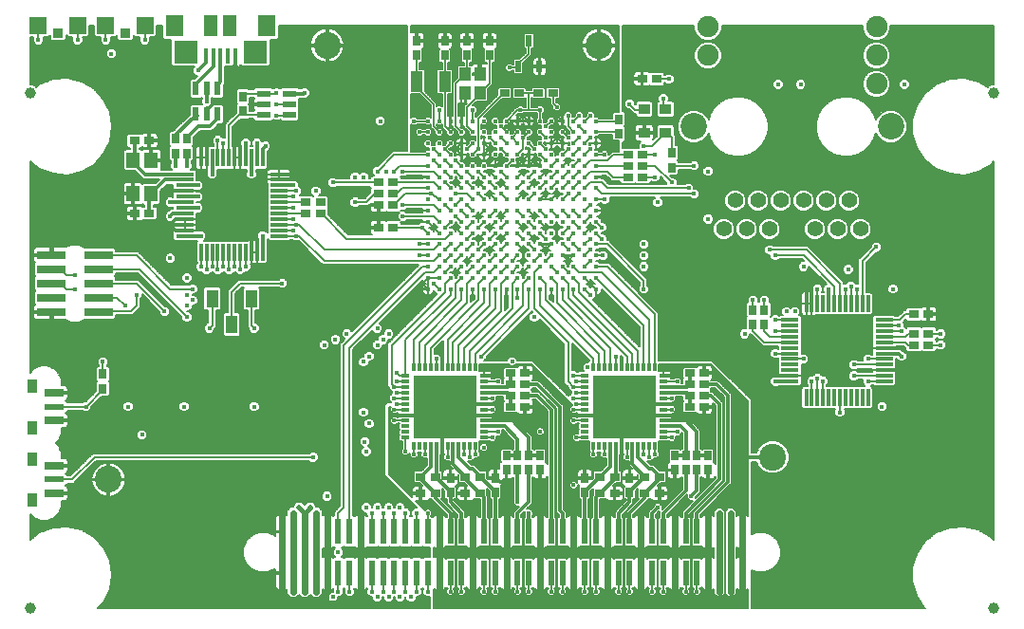
<source format=gtl>
G75*
G70*
%OFA0B0*%
%FSLAX24Y24*%
%IPPOS*%
%LPD*%
%AMOC8*
5,1,8,0,0,1.08239X$1,22.5*
%
%ADD10C,0.0157*%
%ADD11R,0.0236X0.0906*%
%ADD12R,0.1000X0.0300*%
%ADD13R,0.0591X0.0118*%
%ADD14R,0.0118X0.0591*%
%ADD15R,0.0315X0.0118*%
%ADD16R,0.0118X0.0315*%
%ADD17R,0.2205X0.2205*%
%ADD18R,0.0157X0.0531*%
%ADD19R,0.0630X0.0748*%
%ADD20R,0.0827X0.0787*%
%ADD21R,0.0472X0.0748*%
%ADD22R,0.0236X0.0472*%
%ADD23R,0.0394X0.0354*%
%ADD24R,0.0433X0.0748*%
%ADD25R,0.0276X0.0354*%
%ADD26R,0.0354X0.0276*%
%ADD27R,0.0217X0.0394*%
%ADD28R,0.0453X0.0551*%
%ADD29R,0.0472X0.0236*%
%ADD30C,0.0930*%
%ADD31C,0.0750*%
%ADD32C,0.0550*%
%ADD33R,0.0591X0.0591*%
%ADD34R,0.0354X0.0354*%
%ADD35C,0.0394*%
%ADD36R,0.0394X0.0630*%
%ADD37R,0.0394X0.0472*%
%ADD38R,0.0709X0.0295*%
%ADD39R,0.0709X0.0236*%
%ADD40R,0.0354X0.0512*%
%ADD41C,0.0945*%
%ADD42C,0.0240*%
%ADD43C,0.0200*%
%ADD44C,0.0120*%
%ADD45C,0.0160*%
%ADD46C,0.0060*%
%ADD47C,0.0160*%
%ADD48C,0.0170*%
D10*
X015671Y012915D03*
X016065Y012915D03*
X016458Y012915D03*
X016852Y012915D03*
X017246Y012915D03*
X017639Y012915D03*
X018033Y012915D03*
X018427Y012915D03*
X018820Y012915D03*
X019214Y012915D03*
X019608Y012915D03*
X020002Y012915D03*
X020395Y012915D03*
X020789Y012915D03*
X021183Y012915D03*
X021576Y012915D03*
X021576Y013309D03*
X021183Y013309D03*
X021183Y013702D03*
X021576Y013702D03*
X021576Y014096D03*
X021183Y014096D03*
X021183Y014490D03*
X021576Y014490D03*
X021576Y014883D03*
X021183Y014883D03*
X020789Y014883D03*
X020395Y014883D03*
X020002Y014883D03*
X019608Y014883D03*
X019214Y014883D03*
X018820Y014883D03*
X018427Y014883D03*
X018033Y014883D03*
X017639Y014883D03*
X017246Y014883D03*
X016852Y014883D03*
X016458Y014883D03*
X016065Y014883D03*
X015671Y014883D03*
X015671Y014490D03*
X016065Y014490D03*
X016458Y014490D03*
X016458Y014096D03*
X016065Y014096D03*
X015671Y014096D03*
X015671Y013702D03*
X015671Y013309D03*
X016065Y013309D03*
X016458Y013309D03*
X016458Y013702D03*
X016065Y013702D03*
X016852Y013702D03*
X016852Y013309D03*
X017246Y013309D03*
X017246Y013702D03*
X017639Y013702D03*
X017639Y013309D03*
X018033Y013309D03*
X018033Y013702D03*
X018427Y013702D03*
X018427Y013309D03*
X018820Y013309D03*
X018820Y013702D03*
X019214Y013702D03*
X019214Y013309D03*
X019608Y013309D03*
X019608Y013702D03*
X020002Y013702D03*
X020395Y013702D03*
X020395Y013309D03*
X020002Y013309D03*
X020789Y013309D03*
X020789Y013702D03*
X020789Y014096D03*
X020395Y014096D03*
X020002Y014096D03*
X020002Y014490D03*
X020395Y014490D03*
X020789Y014490D03*
X019608Y014490D03*
X019214Y014490D03*
X018820Y014490D03*
X018427Y014490D03*
X018033Y014490D03*
X017639Y014490D03*
X017246Y014490D03*
X017246Y014096D03*
X017639Y014096D03*
X018033Y014096D03*
X018427Y014096D03*
X018820Y014096D03*
X019214Y014096D03*
X019608Y014096D03*
X019608Y015277D03*
X020002Y015277D03*
X020395Y015277D03*
X020395Y015671D03*
X020002Y015671D03*
X019608Y015671D03*
X019214Y015671D03*
X018820Y015671D03*
X018427Y015671D03*
X018427Y015277D03*
X018820Y015277D03*
X019214Y015277D03*
X019214Y016065D03*
X019214Y016458D03*
X018820Y016458D03*
X018427Y016458D03*
X018427Y016065D03*
X018820Y016065D03*
X018033Y016065D03*
X018033Y016458D03*
X017639Y016458D03*
X017246Y016458D03*
X017246Y016065D03*
X017639Y016065D03*
X017639Y015671D03*
X017246Y015671D03*
X017246Y015277D03*
X017639Y015277D03*
X018033Y015277D03*
X018033Y015671D03*
X016852Y015671D03*
X016458Y015671D03*
X016065Y015671D03*
X016065Y015277D03*
X016458Y015277D03*
X016852Y015277D03*
X016852Y016065D03*
X016852Y016458D03*
X016458Y016458D03*
X016458Y016065D03*
X016065Y016065D03*
X016065Y016458D03*
X015671Y016458D03*
X015671Y016065D03*
X015671Y015671D03*
X015671Y015277D03*
X016852Y014490D03*
X016852Y014096D03*
X019608Y016065D03*
X019608Y016458D03*
X020002Y016458D03*
X020395Y016458D03*
X020395Y016065D03*
X020002Y016065D03*
X020789Y016065D03*
X020789Y016458D03*
X021183Y016458D03*
X021576Y016458D03*
X021576Y016065D03*
X021183Y016065D03*
X021183Y015671D03*
X021576Y015671D03*
X021576Y015277D03*
X021183Y015277D03*
X020789Y015277D03*
X020789Y015671D03*
X020789Y016852D03*
X021183Y016852D03*
X021576Y016852D03*
X021576Y017246D03*
X021183Y017246D03*
X021183Y017639D03*
X021576Y017639D03*
X021576Y018033D03*
X021183Y018033D03*
X021183Y018427D03*
X021576Y018427D03*
X021576Y018820D03*
X021183Y018820D03*
X020789Y018820D03*
X020395Y018820D03*
X020002Y018820D03*
X019608Y018820D03*
X019214Y018820D03*
X018820Y018820D03*
X018427Y018820D03*
X018033Y018820D03*
X017639Y018820D03*
X017246Y018820D03*
X016852Y018820D03*
X016458Y018820D03*
X016065Y018820D03*
X015671Y018820D03*
X015671Y018427D03*
X016065Y018427D03*
X016458Y018427D03*
X016458Y018033D03*
X016065Y018033D03*
X015671Y018033D03*
X015671Y017639D03*
X015671Y017246D03*
X016065Y017246D03*
X016458Y017246D03*
X016458Y017639D03*
X016065Y017639D03*
X016852Y017639D03*
X016852Y017246D03*
X017246Y017246D03*
X017246Y017639D03*
X017639Y017639D03*
X017639Y017246D03*
X018033Y017246D03*
X018033Y017639D03*
X018427Y017639D03*
X018427Y017246D03*
X018820Y017246D03*
X018820Y017639D03*
X019214Y017639D03*
X019214Y017246D03*
X019608Y017246D03*
X019608Y017639D03*
X020002Y017639D03*
X020395Y017639D03*
X020395Y017246D03*
X020002Y017246D03*
X020002Y016852D03*
X020395Y016852D03*
X020789Y017246D03*
X020789Y017639D03*
X020789Y018033D03*
X020395Y018033D03*
X020002Y018033D03*
X020002Y018427D03*
X020395Y018427D03*
X020789Y018427D03*
X019608Y018427D03*
X019214Y018427D03*
X018820Y018427D03*
X018427Y018427D03*
X018427Y018033D03*
X018820Y018033D03*
X019214Y018033D03*
X019608Y018033D03*
X018033Y018033D03*
X017639Y018033D03*
X017246Y018033D03*
X017246Y018427D03*
X017639Y018427D03*
X018033Y018427D03*
X016852Y018427D03*
X016852Y018033D03*
X016852Y016852D03*
X017246Y016852D03*
X017639Y016852D03*
X018033Y016852D03*
X018427Y016852D03*
X018820Y016852D03*
X019214Y016852D03*
X019608Y016852D03*
X016458Y016852D03*
X016065Y016852D03*
X015671Y016852D03*
D11*
X015671Y004391D03*
X016065Y004391D03*
X016458Y004391D03*
X016852Y004391D03*
X017246Y004391D03*
X017639Y004391D03*
X018033Y004391D03*
X018427Y004391D03*
X018820Y004391D03*
X019214Y004391D03*
X019608Y004391D03*
X020002Y004391D03*
X020395Y004391D03*
X020789Y004391D03*
X021183Y004391D03*
X021576Y004391D03*
X021970Y004391D03*
X022364Y004391D03*
X022757Y004391D03*
X023151Y004391D03*
X023545Y004391D03*
X023939Y004391D03*
X024332Y004391D03*
X024726Y004391D03*
X025120Y004391D03*
X025513Y004391D03*
X025907Y004391D03*
X026301Y004391D03*
X026694Y004391D03*
X026694Y002935D03*
X026301Y002935D03*
X025907Y002935D03*
X025513Y002935D03*
X025120Y002935D03*
X024726Y002935D03*
X024332Y002935D03*
X023939Y002935D03*
X023545Y002935D03*
X023151Y002935D03*
X022757Y002935D03*
X022364Y002935D03*
X021970Y002935D03*
X021576Y002935D03*
X021183Y002935D03*
X020789Y002935D03*
X020395Y002935D03*
X020002Y002935D03*
X019608Y002935D03*
X019214Y002935D03*
X018820Y002935D03*
X018427Y002935D03*
X018033Y002935D03*
X017639Y002935D03*
X017246Y002935D03*
X016852Y002935D03*
X016458Y002935D03*
X016065Y002935D03*
X015671Y002935D03*
X015277Y002935D03*
X014883Y002935D03*
X014490Y002935D03*
X014096Y002935D03*
X013702Y002935D03*
X013309Y002935D03*
X012915Y002935D03*
X012521Y002935D03*
X012128Y002935D03*
X011734Y002935D03*
X011340Y002935D03*
X010946Y002935D03*
X010553Y002935D03*
X010553Y004391D03*
X010946Y004391D03*
X011340Y004391D03*
X011734Y004391D03*
X012128Y004391D03*
X012521Y004391D03*
X012915Y004391D03*
X013309Y004391D03*
X013702Y004391D03*
X014096Y004391D03*
X014490Y004391D03*
X014883Y004391D03*
X015277Y004391D03*
D12*
X004104Y012112D03*
X004104Y012612D03*
X004104Y013112D03*
X004104Y013612D03*
X004104Y014112D03*
X002434Y014112D03*
X002434Y013612D03*
X002434Y013112D03*
X002434Y012612D03*
X002434Y012112D03*
D13*
X007128Y014785D03*
X007128Y014982D03*
X007128Y015179D03*
X007128Y015376D03*
X007128Y015572D03*
X007128Y015769D03*
X007128Y015966D03*
X007128Y016163D03*
X007128Y016360D03*
X007128Y016557D03*
X007128Y016754D03*
X007128Y016950D03*
X010435Y016950D03*
X010435Y016754D03*
X010435Y016557D03*
X010435Y016360D03*
X010435Y016163D03*
X010435Y015966D03*
X010435Y015769D03*
X010435Y015572D03*
X010435Y015376D03*
X010435Y015179D03*
X010435Y014982D03*
X010435Y014785D03*
X028387Y011832D03*
X028387Y011635D03*
X028387Y011439D03*
X028387Y011242D03*
X028387Y011045D03*
X028387Y010848D03*
X028387Y010651D03*
X028387Y010454D03*
X028387Y010257D03*
X028387Y010061D03*
X028387Y009864D03*
X028387Y009667D03*
X031694Y009667D03*
X031694Y009864D03*
X031694Y010061D03*
X031694Y010257D03*
X031694Y010454D03*
X031694Y010651D03*
X031694Y010848D03*
X031694Y011045D03*
X031694Y011242D03*
X031694Y011439D03*
X031694Y011635D03*
X031694Y011832D03*
D14*
X031124Y012403D03*
X030927Y012403D03*
X030730Y012403D03*
X030533Y012403D03*
X030336Y012403D03*
X030139Y012403D03*
X029943Y012403D03*
X029746Y012403D03*
X029549Y012403D03*
X029352Y012403D03*
X029155Y012403D03*
X028958Y012403D03*
X028958Y009096D03*
X029155Y009096D03*
X029352Y009096D03*
X029549Y009096D03*
X029746Y009096D03*
X029943Y009096D03*
X030139Y009096D03*
X030336Y009096D03*
X030533Y009096D03*
X030730Y009096D03*
X030927Y009096D03*
X031124Y009096D03*
X009864Y014214D03*
X009667Y014214D03*
X009470Y014214D03*
X009273Y014214D03*
X009076Y014214D03*
X008880Y014214D03*
X008683Y014214D03*
X008486Y014214D03*
X008289Y014214D03*
X008092Y014214D03*
X007895Y014214D03*
X007698Y014214D03*
X007698Y017521D03*
X007895Y017521D03*
X008092Y017521D03*
X008289Y017521D03*
X008486Y017521D03*
X008683Y017521D03*
X008880Y017521D03*
X009076Y017521D03*
X009273Y017521D03*
X009470Y017521D03*
X009667Y017521D03*
X009864Y017521D03*
D15*
X014883Y009864D03*
X014883Y009667D03*
X014883Y009470D03*
X014883Y009273D03*
X014883Y009076D03*
X014883Y008880D03*
X014883Y008683D03*
X014883Y008486D03*
X014883Y008289D03*
X014883Y008092D03*
X014883Y007895D03*
X014883Y007698D03*
X017639Y007698D03*
X017639Y007895D03*
X017639Y008092D03*
X017639Y008289D03*
X017639Y008486D03*
X017639Y008683D03*
X017639Y008880D03*
X017639Y009076D03*
X017639Y009273D03*
X017639Y009470D03*
X017639Y009667D03*
X017639Y009864D03*
X021183Y009864D03*
X021183Y009667D03*
X021183Y009470D03*
X021183Y009273D03*
X021183Y009076D03*
X021183Y008880D03*
X021183Y008683D03*
X021183Y008486D03*
X021183Y008289D03*
X021183Y008092D03*
X021183Y007895D03*
X021183Y007698D03*
X023939Y007698D03*
X023939Y007895D03*
X023939Y008092D03*
X023939Y008289D03*
X023939Y008486D03*
X023939Y008683D03*
X023939Y008880D03*
X023939Y009076D03*
X023939Y009273D03*
X023939Y009470D03*
X023939Y009667D03*
X023939Y009864D03*
D16*
X023643Y010159D03*
X023446Y010159D03*
X023250Y010159D03*
X023053Y010159D03*
X022856Y010159D03*
X022659Y010159D03*
X022462Y010159D03*
X022265Y010159D03*
X022069Y010159D03*
X021872Y010159D03*
X021675Y010159D03*
X021478Y010159D03*
X021478Y007403D03*
X021675Y007403D03*
X021872Y007403D03*
X022069Y007403D03*
X022265Y007403D03*
X022462Y007403D03*
X022659Y007403D03*
X022856Y007403D03*
X023053Y007403D03*
X023250Y007403D03*
X023446Y007403D03*
X023643Y007403D03*
X017344Y007403D03*
X017147Y007403D03*
X016950Y007403D03*
X016754Y007403D03*
X016557Y007403D03*
X016360Y007403D03*
X016163Y007403D03*
X015966Y007403D03*
X015769Y007403D03*
X015572Y007403D03*
X015376Y007403D03*
X015179Y007403D03*
X015179Y010159D03*
X015376Y010159D03*
X015572Y010159D03*
X015769Y010159D03*
X015966Y010159D03*
X016163Y010159D03*
X016360Y010159D03*
X016557Y010159D03*
X016754Y010159D03*
X016950Y010159D03*
X017147Y010159D03*
X017344Y010159D03*
D17*
X016261Y008781D03*
X022561Y008781D03*
D18*
X008899Y021114D03*
X008643Y021114D03*
X008387Y021114D03*
X008131Y021114D03*
X007876Y021114D03*
D19*
X006773Y022167D03*
X010002Y022167D03*
D20*
X009608Y021242D03*
X007167Y021242D03*
D21*
X008053Y022167D03*
X008722Y022167D03*
D22*
X008269Y019962D03*
X007895Y019962D03*
X007521Y019962D03*
X007521Y019057D03*
X007895Y019057D03*
X008269Y019057D03*
D23*
X023269Y019234D03*
X024017Y019234D03*
X024017Y018407D03*
X023269Y018407D03*
D24*
X016261Y020198D03*
X015277Y020198D03*
D25*
X015277Y021124D03*
X015277Y021635D03*
X016261Y021635D03*
X016261Y021124D03*
X017049Y021124D03*
X017049Y021635D03*
X017836Y021635D03*
X017836Y021124D03*
X022364Y018880D03*
X022364Y018368D03*
X024234Y017698D03*
X024234Y017187D03*
X027088Y012187D03*
X027482Y012187D03*
X027482Y011675D03*
X027088Y011675D03*
X025513Y007069D03*
X025120Y007069D03*
X024726Y007069D03*
X024332Y007069D03*
X024332Y006557D03*
X024726Y006557D03*
X025120Y006557D03*
X025513Y006557D03*
X022757Y006281D03*
X022757Y005769D03*
X021183Y005769D03*
X021183Y006281D03*
X019608Y006557D03*
X019214Y006557D03*
X018820Y006557D03*
X018427Y006557D03*
X018033Y006281D03*
X018033Y005769D03*
X016458Y005769D03*
X016458Y006281D03*
X018427Y007069D03*
X018820Y007069D03*
X019214Y007069D03*
X019608Y007069D03*
X004254Y009411D03*
X004254Y009923D03*
X006813Y017679D03*
X007206Y017679D03*
X007206Y018191D03*
X006813Y018191D03*
X009175Y019155D03*
X009175Y019667D03*
D26*
X005887Y018131D03*
X005376Y018131D03*
X005376Y015572D03*
X005887Y015572D03*
X011380Y015572D03*
X011380Y015966D03*
X011891Y015966D03*
X011891Y015572D03*
X013939Y015868D03*
X014450Y015868D03*
X014450Y016261D03*
X014450Y016655D03*
X013939Y016655D03*
X013939Y016261D03*
X013939Y015080D03*
X014450Y015080D03*
X018368Y019805D03*
X018880Y019805D03*
X019549Y019805D03*
X020061Y019805D03*
X023191Y020297D03*
X023702Y020297D03*
X023210Y017639D03*
X023210Y017246D03*
X023210Y016852D03*
X022698Y016852D03*
X022698Y017246D03*
X022698Y017639D03*
X032738Y012029D03*
X033250Y012029D03*
X033250Y011340D03*
X033250Y010946D03*
X032738Y010946D03*
X032738Y011340D03*
X025376Y009962D03*
X025376Y009569D03*
X025376Y009175D03*
X025376Y008781D03*
X024864Y008781D03*
X024864Y009175D03*
X024864Y009569D03*
X024864Y009962D03*
X023801Y006320D03*
X023289Y006320D03*
X023289Y005730D03*
X023801Y005730D03*
X022226Y005730D03*
X021714Y005730D03*
X021714Y006320D03*
X022226Y006320D03*
X019076Y008781D03*
X019076Y009175D03*
X019076Y009569D03*
X019076Y009962D03*
X018565Y009962D03*
X018565Y009569D03*
X018565Y009175D03*
X018565Y008781D03*
X017502Y006320D03*
X016990Y006320D03*
X016990Y005730D03*
X017502Y005730D03*
X015927Y005730D03*
X015415Y005730D03*
X015415Y006320D03*
X015927Y006320D03*
D27*
X018840Y020730D03*
X019588Y020730D03*
X019214Y021635D03*
D28*
X005946Y017443D03*
X005317Y017443D03*
X005317Y016261D03*
X005946Y016261D03*
D29*
X009903Y019037D03*
X009903Y019411D03*
X009903Y019785D03*
X010809Y019785D03*
X010809Y019411D03*
X010809Y019037D03*
D30*
X025006Y018624D03*
X031926Y018624D03*
D31*
X031426Y020124D03*
X031426Y021124D03*
X031426Y022124D03*
X025506Y022124D03*
X025506Y021124D03*
D32*
X026466Y016024D03*
X027266Y016024D03*
X028066Y016024D03*
X028866Y016024D03*
X029666Y016024D03*
X030466Y016024D03*
X030066Y015024D03*
X029266Y015024D03*
X027666Y015024D03*
X026866Y015024D03*
X026066Y015024D03*
X030866Y015024D03*
D33*
X005730Y022167D03*
X004352Y022167D03*
X003368Y022167D03*
X001990Y022167D03*
D34*
X002679Y021911D03*
X005041Y021911D03*
D35*
X001694Y001694D03*
X001694Y019805D03*
X035553Y019805D03*
X035553Y001694D03*
D36*
X009470Y012580D03*
X008781Y011675D03*
X008092Y012580D03*
D37*
X016990Y019805D03*
X017502Y019805D03*
X017502Y020474D03*
X016990Y020474D03*
D38*
X002541Y009263D03*
X002541Y008299D03*
X002541Y006704D03*
X002541Y005740D03*
D39*
X002541Y006222D03*
X002541Y008781D03*
D40*
X001773Y008053D03*
X001773Y006950D03*
X001773Y005494D03*
X001773Y009509D03*
D41*
X004450Y006222D03*
X012128Y021478D03*
X021675Y021478D03*
X027777Y007009D03*
D42*
X026694Y005041D02*
X026694Y004391D01*
X026694Y003663D01*
X026694Y002935D01*
X026694Y002285D01*
X026301Y002285D02*
X026301Y002935D01*
X026301Y003663D01*
X026301Y004352D01*
X026301Y004391D02*
X026301Y005041D01*
X025907Y005041D02*
X025907Y004391D01*
X025907Y003663D01*
X025907Y002935D01*
X025907Y002285D01*
X025513Y002285D02*
X025513Y002935D01*
X025513Y003663D01*
X025513Y004391D01*
X025513Y005041D01*
X024332Y005041D02*
X024332Y004391D01*
X024332Y003663D01*
X024332Y002935D01*
X024332Y002285D01*
X023151Y002285D02*
X023151Y003663D01*
X023151Y004391D01*
X023151Y005041D01*
X021970Y005041D02*
X021970Y003663D01*
X021970Y002285D01*
X020789Y002285D02*
X020789Y002935D01*
X020789Y003663D01*
X020789Y004391D01*
X020789Y005041D01*
X019608Y005041D02*
X019608Y004391D01*
X019608Y003663D01*
X019608Y002285D01*
X018427Y002285D02*
X018427Y002935D01*
X018427Y003663D01*
X018427Y004391D01*
X018427Y005041D01*
X017246Y005041D02*
X017246Y004391D01*
X017246Y003663D01*
X017246Y002935D01*
X017246Y002285D01*
X016065Y002285D02*
X016065Y002876D01*
X016065Y002935D02*
X016065Y003663D01*
X016065Y004391D01*
X016065Y005041D01*
X013309Y005041D02*
X013309Y004391D01*
X013309Y003663D01*
X013309Y002935D01*
X013309Y002285D01*
X012128Y002285D02*
X012128Y002935D01*
X012128Y003663D01*
X012128Y004391D01*
X012128Y005041D01*
X011734Y005041D02*
X011734Y004391D01*
X011734Y003663D01*
X011734Y002935D01*
X011734Y002285D01*
X011340Y002285D02*
X011340Y002935D01*
X011340Y003663D01*
X011340Y004391D01*
X011340Y005041D01*
X010946Y005041D02*
X010946Y004391D01*
X010946Y003663D01*
X010946Y002935D01*
X010946Y002285D01*
X010553Y002285D02*
X010553Y002935D01*
X010553Y003663D01*
X010553Y004391D01*
X010553Y005041D01*
D43*
X010553Y005041D03*
X010946Y005041D03*
X011143Y005238D03*
X011340Y005041D03*
X011537Y005238D03*
X011734Y005041D03*
X012128Y005041D03*
X013309Y005041D03*
X013309Y003663D03*
X012128Y003663D03*
X011734Y003663D03*
X011340Y003663D03*
X010946Y003663D03*
X010553Y003663D03*
X010553Y002285D03*
X010946Y002285D03*
X011340Y002285D03*
X011734Y002285D03*
X012128Y002285D03*
X013309Y002285D03*
X016065Y002285D03*
X017246Y002285D03*
X018427Y002285D03*
X019608Y002285D03*
X020789Y002285D03*
X021970Y002285D03*
X023151Y002285D03*
X024332Y002285D03*
X025513Y002285D03*
X025907Y002285D03*
X026301Y002285D03*
X026694Y002285D03*
X026694Y003663D03*
X026301Y003663D03*
X025907Y003663D03*
X025513Y003663D03*
X024332Y003663D03*
X023151Y003663D03*
X021970Y003663D03*
X020789Y003663D03*
X019608Y003663D03*
X018427Y003663D03*
X017246Y003663D03*
X016065Y003663D03*
X016065Y005041D03*
X017246Y005041D03*
X018427Y005041D03*
X019608Y005041D03*
X020789Y005041D03*
X021970Y005041D03*
X023151Y005041D03*
X024332Y005041D03*
X025513Y005041D03*
X025907Y005041D03*
X026301Y005041D03*
X026694Y005041D03*
D44*
X026202Y006124D02*
X026202Y009175D01*
X025809Y009569D01*
X025376Y009569D01*
X025376Y009175D02*
X025513Y009175D01*
X025612Y009175D01*
X025907Y008880D01*
X025907Y006222D01*
X024726Y005041D01*
X024726Y004391D01*
X025120Y004391D02*
X025120Y005041D01*
X026202Y006124D01*
X025513Y006124D02*
X025513Y006557D01*
X025120Y006557D02*
X025120Y005828D01*
X024923Y005631D01*
X024726Y005828D02*
X024726Y006557D01*
X024332Y006557D02*
X024332Y006124D01*
X024726Y005828D02*
X023939Y005041D01*
X023939Y004391D01*
X023545Y004391D02*
X023545Y005041D01*
X023742Y005238D01*
X023289Y005572D02*
X023289Y005730D01*
X023801Y006242D01*
X023801Y006320D02*
X023742Y006320D01*
X023742Y006419D01*
X023545Y006616D01*
X023446Y006616D01*
X023053Y007009D01*
X023053Y007403D01*
X022856Y007403D02*
X022856Y006754D01*
X023289Y006320D01*
X022757Y005789D01*
X022757Y005769D02*
X022757Y005435D01*
X022364Y005041D01*
X022364Y004391D01*
X022757Y004391D02*
X022757Y005041D01*
X023289Y005572D01*
X022226Y006242D02*
X021714Y005730D01*
X021576Y005592D01*
X021576Y004391D01*
X021183Y004391D02*
X021183Y005769D01*
X021183Y005789D02*
X021714Y006320D01*
X022069Y006675D01*
X022069Y007403D01*
X022265Y007403D02*
X022265Y006360D01*
X022462Y007108D02*
X022462Y007403D01*
X022462Y008683D01*
X022659Y008880D02*
X023939Y008880D01*
X024431Y008880D01*
X024864Y008781D02*
X024864Y009175D01*
X024765Y009273D02*
X023939Y009273D01*
X023939Y009470D02*
X024765Y009470D01*
X024864Y009569D02*
X024864Y009962D01*
X024234Y009864D02*
X023939Y009864D01*
X022462Y010159D02*
X022462Y010454D01*
X020297Y008781D02*
X020297Y005139D01*
X020395Y005041D01*
X020395Y004391D01*
X020002Y004391D02*
X020002Y008683D01*
X019509Y009175D01*
X019076Y009175D01*
X019076Y009569D02*
X019509Y009569D01*
X020297Y008781D01*
X020887Y008486D02*
X021183Y008486D01*
X022265Y008486D01*
X022856Y008486D02*
X023939Y008486D01*
X024431Y008486D01*
X024726Y008289D02*
X023939Y008289D01*
X023939Y008092D02*
X024529Y008092D01*
X024726Y007895D01*
X024726Y007069D01*
X024332Y007069D01*
X025120Y007069D02*
X025513Y007069D01*
X025120Y007069D02*
X025120Y007895D01*
X024726Y008289D01*
X026891Y007009D02*
X027777Y007009D01*
X027876Y009667D02*
X028387Y009667D01*
X028387Y009864D02*
X027777Y009864D01*
X028958Y012403D02*
X028958Y012817D01*
X029057Y012915D01*
X029155Y012817D01*
X029155Y012403D01*
X029746Y012403D02*
X029746Y012915D01*
X031694Y010848D02*
X032206Y010848D01*
X032206Y010651D02*
X031694Y010651D01*
X032206Y010651D02*
X032305Y010553D01*
X032206Y010061D02*
X031694Y010061D01*
X021970Y004391D02*
X021970Y003663D01*
X021970Y002935D01*
X021970Y002285D01*
X023151Y002285D02*
X023151Y002935D01*
X019608Y002935D02*
X019608Y002285D01*
X019608Y002935D02*
X019608Y003663D01*
X019214Y004391D02*
X019214Y005041D01*
X018820Y005041D02*
X018820Y004391D01*
X018033Y004391D02*
X018033Y005769D01*
X018033Y005789D02*
X017502Y006320D01*
X017443Y006380D01*
X017443Y006419D01*
X017246Y006616D01*
X017147Y006616D01*
X016754Y007009D01*
X016754Y007403D01*
X016557Y007403D02*
X016557Y006754D01*
X016990Y006320D01*
X016990Y006242D02*
X017502Y005730D01*
X017639Y005592D01*
X017639Y004391D01*
X016852Y004391D02*
X016852Y005041D01*
X016458Y005435D01*
X016458Y005769D01*
X016458Y005789D02*
X015927Y006320D01*
X015966Y006360D02*
X015966Y007403D01*
X015769Y007403D02*
X015769Y006675D01*
X015415Y006320D01*
X015415Y006242D02*
X015927Y005730D01*
X015927Y005572D01*
X016458Y005041D01*
X016458Y004391D01*
X018820Y005041D02*
X019214Y005435D01*
X019214Y006557D01*
X018820Y006557D02*
X018820Y005435D01*
X018427Y006124D02*
X018191Y006124D01*
X018033Y006281D01*
X018427Y007069D02*
X018820Y007069D01*
X018820Y007639D01*
X018368Y008092D01*
X017639Y008092D01*
X017639Y008289D02*
X018624Y008289D01*
X019214Y007698D01*
X019214Y007069D01*
X019608Y007069D01*
X021183Y006714D02*
X021183Y006281D01*
X018131Y008486D02*
X017639Y008486D01*
X016557Y008486D01*
X016163Y008683D02*
X016163Y007403D01*
X016163Y007108D01*
X015966Y008486D02*
X014883Y008486D01*
X014588Y008486D01*
X016360Y008880D02*
X017639Y008880D01*
X018131Y008880D01*
X018565Y008781D02*
X018565Y009175D01*
X018466Y009273D02*
X017639Y009273D01*
X017639Y009470D02*
X018466Y009470D01*
X018565Y009569D02*
X018565Y009962D01*
X017935Y009864D02*
X017639Y009864D01*
X016163Y010159D02*
X016163Y010553D01*
X009864Y014214D02*
X009864Y014785D01*
X009667Y014687D02*
X009569Y014785D01*
X009470Y014687D01*
X009470Y014214D01*
X009667Y014214D02*
X009667Y014687D01*
X007698Y014785D02*
X007128Y014785D01*
X007128Y014982D02*
X006813Y014982D01*
X006616Y015179D01*
X006813Y015376D01*
X007128Y015376D01*
X007128Y015572D02*
X006714Y015572D01*
X006616Y015474D01*
X006616Y015179D02*
X007128Y015179D01*
X007128Y015769D02*
X007600Y015769D01*
X007600Y016163D02*
X007128Y016163D01*
X007128Y016360D02*
X006517Y016360D01*
X006439Y016754D02*
X005946Y016261D01*
X005887Y016202D01*
X005887Y015572D01*
X006616Y015966D02*
X007128Y015966D01*
X007128Y016557D02*
X007600Y016557D01*
X007128Y016754D02*
X006439Y016754D01*
X006813Y017246D02*
X006813Y017679D01*
X007206Y017679D02*
X007206Y017246D01*
X007698Y017521D02*
X007698Y017935D01*
X007797Y018033D01*
X007895Y017935D01*
X007895Y017521D01*
X008092Y017521D02*
X008092Y016950D01*
X007128Y016950D02*
X005730Y016950D01*
X005317Y017364D01*
X005415Y017364D01*
X005336Y017443D01*
X005376Y017443D01*
X005376Y018131D01*
X005317Y017443D02*
X005317Y017364D01*
X006813Y018191D02*
X006813Y018328D01*
X007502Y019017D01*
X007580Y019017D01*
X007521Y019057D01*
X007895Y019057D02*
X007895Y019214D01*
X008092Y019411D01*
X008191Y019509D01*
X008289Y019509D01*
X007895Y019509D02*
X007895Y019962D01*
X007521Y019962D02*
X007521Y020120D01*
X008131Y020730D01*
X008131Y021114D01*
X007876Y021114D02*
X007876Y020868D01*
X007797Y020789D01*
X007600Y020592D01*
X008269Y020080D02*
X008269Y019962D01*
X008269Y020080D02*
X008387Y020198D01*
X008387Y021114D01*
X008899Y021114D02*
X008899Y020769D01*
X009076Y020592D01*
X008899Y020769D02*
X008722Y020592D01*
X008269Y019057D02*
X008269Y018899D01*
X007994Y018624D01*
X007600Y018624D01*
X007206Y018230D01*
X007206Y018191D01*
X008880Y017935D02*
X008880Y017541D01*
X009076Y017521D02*
X009076Y017935D01*
X008978Y018033D01*
X008880Y017935D01*
X009273Y018033D02*
X009273Y017521D01*
X009470Y017521D02*
X009470Y016950D01*
X009667Y017521D02*
X009667Y018033D01*
X009864Y017836D02*
X009962Y017935D01*
X009864Y017836D02*
X009864Y017521D01*
X010435Y016950D02*
X010946Y016950D01*
X011045Y016852D01*
X010946Y016754D01*
X010435Y016754D01*
X010435Y016557D02*
X010946Y016557D01*
X010809Y019785D02*
X011320Y019785D01*
X011340Y019805D01*
X002482Y014490D02*
X002482Y014159D01*
X002434Y014112D01*
X002434Y012112D02*
X002482Y012064D01*
X002482Y011734D01*
X002541Y009263D02*
X003161Y009263D01*
X003161Y008299D02*
X002541Y008299D01*
X002541Y006704D02*
X003161Y006704D01*
X003161Y005740D02*
X002541Y005740D01*
X010553Y002285D02*
X010553Y001990D01*
X010651Y001891D01*
X012128Y001891D01*
X012128Y002285D01*
X012128Y001891D02*
X013210Y001891D01*
X013309Y001990D01*
X013309Y002285D01*
D45*
X013702Y002285D03*
X013899Y002088D03*
X014096Y002285D03*
X014293Y002088D03*
X014490Y002285D03*
X014687Y002088D03*
X014883Y002285D03*
X015080Y002088D03*
X015277Y002285D03*
X015671Y002285D03*
X016458Y002285D03*
X016852Y002285D03*
X017639Y002285D03*
X018033Y002285D03*
X018820Y002285D03*
X019214Y002285D03*
X020002Y002285D03*
X020395Y002285D03*
X021183Y002285D03*
X021576Y002285D03*
X022364Y002285D03*
X022757Y002285D03*
X023545Y002285D03*
X023939Y002285D03*
X024726Y002285D03*
X025120Y002285D03*
X023742Y005238D03*
X024332Y006124D03*
X024923Y005631D03*
X025513Y006124D03*
X023643Y007108D03*
X023446Y007009D03*
X023250Y007108D03*
X022659Y007009D03*
X022462Y007108D03*
X021872Y007108D03*
X021478Y007108D03*
X020887Y007698D03*
X020789Y008289D03*
X020887Y008486D03*
X020789Y008683D03*
X020887Y008880D03*
X020789Y009076D03*
X020887Y009273D03*
X020789Y009470D03*
X020887Y009667D03*
X020789Y009864D03*
X020887Y010159D03*
X021281Y010159D03*
X022265Y010553D03*
X022462Y010454D03*
X024234Y009864D03*
X024431Y009667D03*
X024234Y009076D03*
X024431Y008880D03*
X024234Y008683D03*
X024431Y008486D03*
X024431Y007895D03*
X024234Y007698D03*
X025513Y007502D03*
X025691Y009372D03*
X027777Y009864D03*
X027876Y009667D03*
X028860Y010454D03*
X029155Y009667D03*
X029352Y009765D03*
X029549Y009667D03*
X030631Y009864D03*
X030631Y010257D03*
X031124Y010454D03*
X031124Y009667D03*
X032206Y010061D03*
X032305Y010553D03*
X032206Y010848D03*
X032305Y011439D03*
X032206Y011635D03*
X033683Y011340D03*
X033978Y011734D03*
X033683Y010946D03*
X033092Y010257D03*
X031616Y008781D03*
X030139Y008584D03*
X027876Y010651D03*
X027876Y011439D03*
X027876Y011832D03*
X028269Y012128D03*
X028565Y012128D03*
X029057Y012915D03*
X029352Y012915D03*
X029746Y012915D03*
X030336Y012915D03*
X030533Y013013D03*
X030730Y012915D03*
X030435Y013604D03*
X031419Y014391D03*
X032009Y012915D03*
X030631Y011931D03*
X028860Y013702D03*
X027876Y014096D03*
X027679Y014293D03*
X025513Y015376D03*
X025021Y016261D03*
X024824Y016458D03*
X024234Y016655D03*
X023643Y016852D03*
X023643Y017639D03*
X023250Y017935D03*
X022757Y018427D03*
X021872Y018033D03*
X021380Y017836D03*
X020986Y017836D03*
X020592Y017836D03*
X020592Y017443D03*
X020198Y017443D03*
X019805Y017443D03*
X019411Y017443D03*
X019017Y017443D03*
X018624Y017443D03*
X019017Y017049D03*
X019411Y017049D03*
X019805Y017049D03*
X020198Y017049D03*
X020592Y017049D03*
X020986Y017049D03*
X020986Y017443D03*
X021872Y017639D03*
X021380Y018230D03*
X020986Y018230D03*
X020986Y018624D03*
X020592Y018230D03*
X020198Y018230D03*
X019805Y018230D03*
X019805Y018624D03*
X020198Y019017D03*
X020198Y019313D03*
X020592Y019017D03*
X020986Y019017D03*
X021380Y019017D03*
X022167Y019509D03*
X022757Y019411D03*
X023939Y019608D03*
X024431Y019214D03*
X024135Y020297D03*
X022757Y020297D03*
X020002Y020691D03*
X018525Y020691D03*
X017443Y021675D03*
X015769Y021675D03*
X015277Y019608D03*
X016065Y019214D03*
X016458Y019214D03*
X016852Y019214D03*
X017246Y019214D03*
X017541Y019313D03*
X018230Y018624D03*
X018230Y018230D03*
X017836Y018230D03*
X017836Y017836D03*
X017443Y017836D03*
X017049Y017836D03*
X016655Y017836D03*
X016261Y017836D03*
X015868Y017836D03*
X015868Y017443D03*
X016261Y017443D03*
X016655Y017443D03*
X016655Y017049D03*
X016261Y017049D03*
X016261Y016655D03*
X016655Y016655D03*
X016655Y016261D03*
X017049Y016655D03*
X017443Y016655D03*
X017836Y016655D03*
X017836Y016261D03*
X017443Y016261D03*
X017049Y015868D03*
X016655Y015868D03*
X016261Y015868D03*
X016655Y015474D03*
X016655Y015080D03*
X016261Y015080D03*
X015868Y015080D03*
X015474Y015080D03*
X015179Y015671D03*
X014785Y015868D03*
X014785Y015474D03*
X015376Y014490D03*
X015376Y014096D03*
X016261Y013899D03*
X016655Y013899D03*
X017049Y013899D03*
X017443Y013899D03*
X017836Y013899D03*
X018230Y013899D03*
X018230Y013506D03*
X017836Y013506D03*
X017443Y013506D03*
X017049Y013506D03*
X016655Y013506D03*
X016261Y013506D03*
X015868Y013112D03*
X015474Y013112D03*
X014883Y013506D03*
X016261Y014293D03*
X016655Y014293D03*
X017049Y014293D03*
X017443Y014293D03*
X017836Y014293D03*
X017836Y014687D03*
X017443Y014687D03*
X017049Y014687D03*
X017049Y015080D03*
X017443Y015080D03*
X017836Y015080D03*
X018230Y015080D03*
X018230Y015474D03*
X017836Y015474D03*
X017443Y015474D03*
X017049Y015474D03*
X018230Y014687D03*
X018230Y014293D03*
X018624Y013899D03*
X018624Y013506D03*
X019017Y013506D03*
X019411Y013899D03*
X019805Y013899D03*
X019805Y014293D03*
X019805Y014687D03*
X019411Y014687D03*
X019017Y014687D03*
X019017Y014293D03*
X019411Y014293D03*
X019411Y015080D03*
X019017Y015080D03*
X019017Y015474D03*
X019411Y015474D03*
X019805Y015474D03*
X020198Y015474D03*
X020592Y015474D03*
X020592Y015080D03*
X020986Y015080D03*
X021380Y015080D03*
X021773Y015080D03*
X021380Y015474D03*
X020986Y015474D03*
X021380Y015868D03*
X021872Y016065D03*
X021872Y015671D03*
X020986Y016261D03*
X020592Y016261D03*
X020198Y016261D03*
X019805Y016261D03*
X019411Y016261D03*
X019017Y016261D03*
X019017Y016655D03*
X019411Y016655D03*
X019805Y016655D03*
X020198Y016655D03*
X020592Y016655D03*
X020986Y016655D03*
X021872Y016852D03*
X023742Y015966D03*
X023250Y015080D03*
X023250Y014490D03*
X023250Y014096D03*
X023250Y013702D03*
X023250Y012915D03*
X022659Y011931D03*
X021380Y012718D03*
X021380Y013112D03*
X020592Y013506D03*
X020198Y013506D03*
X020592Y013899D03*
X020592Y014293D03*
X020592Y014687D03*
X021380Y014687D03*
X021773Y014687D03*
X021380Y014293D03*
X021813Y014096D03*
X021380Y013899D03*
X020002Y012620D03*
X019411Y011931D03*
X018820Y011537D03*
X018427Y012324D03*
X018820Y012620D03*
X017246Y012561D03*
X014293Y011340D03*
X014096Y011143D03*
X013899Y010946D03*
X013604Y010553D03*
X013407Y010356D03*
X012423Y011143D03*
X012817Y011340D03*
X012029Y010946D03*
X013899Y011537D03*
X015966Y010454D03*
X016163Y010553D03*
X017541Y010553D03*
X017935Y009864D03*
X018131Y009667D03*
X017935Y009076D03*
X018131Y008880D03*
X017935Y008683D03*
X018131Y008486D03*
X018131Y007895D03*
X017935Y007698D03*
X017639Y007346D03*
X017344Y007108D03*
X017147Y007009D03*
X016950Y007108D03*
X016360Y007009D03*
X016163Y007108D03*
X015572Y007108D03*
X015179Y007108D03*
X014883Y007206D03*
X013506Y007206D03*
X013456Y007551D03*
X013604Y008191D03*
X013407Y008584D03*
X014490Y008683D03*
X014588Y008880D03*
X014490Y009076D03*
X014588Y009273D03*
X014490Y009470D03*
X014588Y009667D03*
X014588Y009962D03*
X014588Y008486D03*
X014490Y008289D03*
X011635Y007009D03*
X012128Y005631D03*
X013506Y005238D03*
X013702Y005041D03*
X013899Y005238D03*
X014096Y005041D03*
X014293Y005238D03*
X014490Y005041D03*
X014687Y005238D03*
X014883Y005041D03*
X015080Y005238D03*
X015277Y005041D03*
X015671Y005041D03*
X018033Y006714D03*
X018820Y005435D03*
X019214Y005041D03*
X020789Y006025D03*
X019608Y007913D03*
X019431Y009372D03*
X018624Y010356D03*
X018820Y010553D03*
X019805Y015080D03*
X018230Y016261D03*
X018230Y016655D03*
X018230Y017049D03*
X018230Y017443D03*
X017836Y017049D03*
X017443Y017049D03*
X017049Y017049D03*
X018230Y017836D03*
X018624Y018230D03*
X019017Y018230D03*
X019411Y017836D03*
X019805Y017836D03*
X019017Y019017D03*
X018919Y019214D03*
X019608Y019214D03*
X015376Y018427D03*
X015179Y018820D03*
X014588Y018230D03*
X013998Y018820D03*
X013899Y017049D03*
X014194Y017049D03*
X014490Y017049D03*
X014785Y017049D03*
X015376Y016852D03*
X015769Y016261D03*
X013407Y016261D03*
X013112Y015966D03*
X012324Y016655D03*
X012029Y017147D03*
X011734Y016360D03*
X011045Y016360D03*
X010946Y016557D03*
X011045Y016852D03*
X010946Y016163D03*
X010946Y015769D03*
X010946Y015376D03*
X011045Y015179D03*
X010946Y014982D03*
X011045Y014785D03*
X009864Y014785D03*
X009569Y014785D03*
X009076Y015966D03*
X009864Y016163D03*
X009470Y016950D03*
X009962Y017935D03*
X009667Y018033D03*
X009273Y018033D03*
X008978Y018033D03*
X008486Y018033D03*
X008289Y018131D03*
X007797Y018033D03*
X007206Y017246D03*
X006813Y017246D03*
X006517Y017246D03*
X007600Y016557D03*
X008092Y016950D03*
X007600Y016163D03*
X007600Y015769D03*
X006616Y015966D03*
X006517Y016360D03*
X006616Y015474D03*
X006616Y015179D03*
X007698Y014785D03*
X006616Y013998D03*
X007206Y013309D03*
X007698Y013702D03*
X007895Y013604D03*
X008092Y013702D03*
X008289Y013604D03*
X008486Y013702D03*
X008683Y013604D03*
X008880Y013702D03*
X009076Y013604D03*
X009273Y013702D03*
X009569Y013506D03*
X010553Y013112D03*
X009569Y011537D03*
X007994Y011537D03*
X007206Y011931D03*
X007206Y012324D03*
X007403Y012521D03*
X007206Y012718D03*
X007403Y012915D03*
X006419Y012128D03*
X005435Y012718D03*
X005041Y012324D03*
X003269Y012915D03*
X003269Y013407D03*
X002482Y014490D03*
X004943Y015572D03*
X010356Y019017D03*
X010356Y019411D03*
X010356Y019805D03*
X009470Y019411D03*
X008781Y019411D03*
X008289Y019509D03*
X007895Y019509D03*
X007600Y020592D03*
X008722Y020592D03*
X009076Y020592D03*
X011340Y019805D03*
X010848Y018427D03*
X013112Y016852D03*
X013407Y016852D03*
X006517Y019608D03*
X004549Y021183D03*
X004352Y021675D03*
X003368Y021675D03*
X001990Y021675D03*
X005730Y021675D03*
X002482Y011734D03*
X004254Y010356D03*
X003171Y009273D03*
X003663Y008781D03*
X003171Y008289D03*
X005139Y008781D03*
X005631Y007797D03*
X007108Y008781D03*
X007974Y008781D03*
X009569Y008781D03*
X003171Y006714D03*
X003171Y005730D03*
X012521Y003663D03*
X012521Y002285D03*
X012324Y002088D03*
X012915Y002285D03*
X026793Y011340D03*
X026399Y012029D03*
X027088Y012521D03*
X027482Y012521D03*
X028860Y016655D03*
X031025Y017639D03*
X030041Y020002D03*
X028761Y020100D03*
X027974Y020100D03*
X025021Y017246D03*
X025513Y017049D03*
X032403Y020100D03*
X035159Y021773D03*
D46*
X035553Y021792D02*
X031780Y021792D01*
X031837Y021849D02*
X031911Y022027D01*
X031911Y022167D01*
X035553Y022167D01*
X035553Y020112D01*
X035492Y020112D01*
X035379Y020065D01*
X035334Y020020D01*
X034996Y020215D01*
X034499Y020329D01*
X033991Y020291D01*
X033517Y020105D01*
X033517Y020105D01*
X033118Y019787D01*
X033118Y019787D01*
X033118Y019787D01*
X032831Y019366D01*
X032831Y019366D01*
X032681Y018878D01*
X032681Y018369D01*
X032831Y017882D01*
X032831Y017882D01*
X033118Y017461D01*
X033118Y017461D01*
X033517Y017143D01*
X033991Y016956D01*
X034499Y016918D01*
X034499Y016918D01*
X034996Y017032D01*
X034996Y017032D01*
X035438Y017287D01*
X035553Y017287D01*
X035553Y017229D02*
X035337Y017229D01*
X035438Y017287D02*
X035438Y017287D01*
X035553Y017411D01*
X035553Y004089D01*
X035438Y004213D01*
X034996Y004467D01*
X034499Y004581D01*
X033991Y004543D01*
X033517Y004356D01*
X033118Y004039D01*
X033118Y004039D01*
X032831Y003618D01*
X032681Y003130D01*
X027829Y003130D01*
X027887Y003189D02*
X032699Y003189D01*
X032717Y003247D02*
X027946Y003247D01*
X027962Y003263D02*
X028069Y003523D01*
X028069Y003803D01*
X027962Y004063D01*
X027763Y004261D01*
X027504Y004369D01*
X027223Y004369D01*
X027031Y004289D01*
X027031Y006839D01*
X027217Y006839D01*
X027283Y006679D01*
X027447Y006516D01*
X027661Y006427D01*
X027893Y006427D01*
X028107Y006516D01*
X028271Y006679D01*
X028360Y006894D01*
X028360Y007125D01*
X028271Y007339D01*
X028107Y007503D01*
X027893Y007592D01*
X027661Y007592D01*
X027447Y007503D01*
X027283Y007339D01*
X027217Y007179D01*
X027031Y007179D01*
X027031Y009036D01*
X025752Y010315D01*
X025670Y010397D01*
X023783Y010397D01*
X023783Y012087D01*
X022110Y013760D01*
X022028Y013842D01*
X021703Y013842D01*
X021655Y013891D01*
X021570Y013891D01*
X021570Y013907D01*
X021655Y013907D01*
X021694Y013946D01*
X021734Y013906D01*
X021891Y013906D01*
X022003Y014017D01*
X022003Y014175D01*
X021891Y014286D01*
X021734Y014286D01*
X021694Y014246D01*
X021655Y014285D01*
X021570Y014285D01*
X021570Y014301D01*
X021655Y014301D01*
X021703Y014350D01*
X021912Y014350D01*
X023110Y013152D01*
X023110Y013044D01*
X023060Y012994D01*
X023060Y012836D01*
X023171Y012725D01*
X023328Y012725D01*
X023440Y012836D01*
X023440Y012994D01*
X023390Y013044D01*
X023390Y013268D01*
X022110Y014548D01*
X022028Y014630D01*
X021963Y014630D01*
X021963Y014765D01*
X021852Y014877D01*
X021781Y014877D01*
X021768Y014890D01*
X021852Y014890D01*
X021963Y015002D01*
X021963Y015159D01*
X021852Y015270D01*
X021781Y015270D01*
X021765Y015286D01*
X021765Y015355D01*
X021655Y015466D01*
X021618Y015466D01*
X021657Y015476D01*
X021705Y015504D01*
X021743Y015543D01*
X021771Y015590D01*
X021785Y015643D01*
X021785Y015661D01*
X021586Y015661D01*
X021586Y015680D01*
X021785Y015680D01*
X021785Y015698D01*
X021771Y015751D01*
X021743Y015799D01*
X021705Y015838D01*
X021657Y015865D01*
X021618Y015876D01*
X021655Y015876D01*
X021703Y015925D01*
X021743Y015925D01*
X021793Y015875D01*
X021950Y015875D01*
X022062Y015986D01*
X022062Y016121D01*
X023628Y016121D01*
X023552Y016045D01*
X023552Y015887D01*
X023663Y015776D01*
X023820Y015776D01*
X023932Y015887D01*
X023932Y016045D01*
X023855Y016121D01*
X024893Y016121D01*
X024943Y016071D01*
X025100Y016071D01*
X025211Y016183D01*
X025211Y016340D01*
X025100Y016451D01*
X025014Y016451D01*
X025014Y016537D01*
X024903Y016648D01*
X024746Y016648D01*
X024696Y016598D01*
X024424Y016598D01*
X024424Y016734D01*
X024313Y016845D01*
X024242Y016845D01*
X024188Y016899D01*
X024417Y016899D01*
X024482Y016964D01*
X024482Y017106D01*
X024893Y017106D01*
X024943Y017056D01*
X025100Y017056D01*
X025211Y017167D01*
X025211Y017324D01*
X025100Y017436D01*
X024943Y017436D01*
X024893Y017386D01*
X024482Y017386D01*
X024482Y017409D01*
X024448Y017443D01*
X024482Y017476D01*
X024482Y017921D01*
X024417Y017986D01*
X024374Y017986D01*
X024374Y018288D01*
X024324Y018338D01*
X024324Y018630D01*
X024260Y018694D01*
X023775Y018694D01*
X023710Y018630D01*
X023710Y018298D01*
X023581Y018169D01*
X023587Y018180D01*
X023596Y018213D01*
X023596Y018377D01*
X023299Y018377D01*
X023299Y018437D01*
X023239Y018437D01*
X023239Y018377D01*
X022942Y018377D01*
X022942Y018213D01*
X022951Y018180D01*
X022968Y018150D01*
X022993Y018126D01*
X023022Y018109D01*
X023055Y018100D01*
X023146Y018100D01*
X023060Y018013D01*
X023060Y017887D01*
X022988Y017887D01*
X022954Y017854D01*
X022921Y017887D01*
X022504Y017887D01*
X022504Y018081D01*
X022547Y018081D01*
X022612Y018145D01*
X022612Y018590D01*
X022578Y018624D01*
X022612Y018657D01*
X022612Y019102D01*
X022547Y019167D01*
X022504Y019167D01*
X022504Y022167D01*
X025021Y022167D01*
X025021Y022027D01*
X025095Y021849D01*
X025231Y021712D01*
X025410Y021639D01*
X025603Y021639D01*
X025781Y021712D01*
X025917Y021849D01*
X025991Y022027D01*
X025991Y022167D01*
X030941Y022167D01*
X030941Y022027D01*
X031015Y021849D01*
X031151Y021712D01*
X031330Y021639D01*
X031523Y021639D01*
X031701Y021712D01*
X031837Y021849D01*
X031838Y021850D02*
X035553Y021850D01*
X035553Y021909D02*
X031862Y021909D01*
X031886Y021967D02*
X035553Y021967D01*
X035553Y022026D02*
X031911Y022026D01*
X031911Y022084D02*
X035553Y022084D01*
X035553Y022143D02*
X031911Y022143D01*
X031722Y021733D02*
X035553Y021733D01*
X035553Y021675D02*
X031610Y021675D01*
X031523Y021609D02*
X031330Y021609D01*
X031151Y021535D01*
X031015Y021398D01*
X030941Y021220D01*
X030941Y021027D01*
X031015Y020849D01*
X031151Y020712D01*
X031330Y020639D01*
X031523Y020639D01*
X031701Y020712D01*
X031837Y020849D01*
X031911Y021027D01*
X031911Y021220D01*
X031837Y021398D01*
X031701Y021535D01*
X031523Y021609D01*
X031646Y021558D02*
X035553Y021558D01*
X035553Y021616D02*
X022504Y021616D01*
X022504Y021558D02*
X025287Y021558D01*
X025231Y021535D02*
X025095Y021398D01*
X025021Y021220D01*
X025021Y021027D01*
X025095Y020849D01*
X025231Y020712D01*
X025410Y020639D01*
X025603Y020639D01*
X025781Y020712D01*
X025917Y020849D01*
X025991Y021027D01*
X025991Y021220D01*
X025917Y021398D01*
X025781Y021535D01*
X025603Y021609D01*
X025410Y021609D01*
X025231Y021535D01*
X025196Y021499D02*
X022504Y021499D01*
X022504Y021441D02*
X025137Y021441D01*
X025088Y021382D02*
X022504Y021382D01*
X022504Y021324D02*
X025064Y021324D01*
X025040Y021265D02*
X022504Y021265D01*
X022504Y021207D02*
X025021Y021207D01*
X025021Y021148D02*
X022504Y021148D01*
X022504Y021090D02*
X025021Y021090D01*
X025021Y021031D02*
X022504Y021031D01*
X022504Y020973D02*
X025044Y020973D01*
X025068Y020914D02*
X022504Y020914D01*
X022504Y020856D02*
X025092Y020856D01*
X025147Y020797D02*
X022504Y020797D01*
X022504Y020739D02*
X025205Y020739D01*
X025309Y020680D02*
X022504Y020680D01*
X022504Y020622D02*
X035553Y020622D01*
X035553Y020680D02*
X031623Y020680D01*
X031632Y020563D02*
X035553Y020563D01*
X035553Y020505D02*
X031731Y020505D01*
X031701Y020535D02*
X031523Y020609D01*
X031330Y020609D01*
X031151Y020535D01*
X031015Y020398D01*
X030941Y020220D01*
X030941Y020027D01*
X031015Y019849D01*
X031151Y019712D01*
X031330Y019639D01*
X031523Y019639D01*
X031701Y019712D01*
X031837Y019849D01*
X031911Y020027D01*
X031911Y020220D01*
X031837Y020398D01*
X031701Y020535D01*
X031789Y020446D02*
X035553Y020446D01*
X035553Y020388D02*
X031842Y020388D01*
X031866Y020329D02*
X035553Y020329D01*
X035553Y020271D02*
X034754Y020271D01*
X034996Y020215D02*
X034996Y020215D01*
X035002Y020212D02*
X035553Y020212D01*
X035553Y020154D02*
X035103Y020154D01*
X035205Y020095D02*
X035452Y020095D01*
X035351Y020037D02*
X035306Y020037D01*
X034499Y020329D02*
X034499Y020329D01*
X033991Y020291D02*
X033991Y020291D01*
X033940Y020271D02*
X032501Y020271D01*
X032482Y020290D02*
X032324Y020290D01*
X032213Y020179D01*
X032213Y020021D01*
X032324Y019910D01*
X032482Y019910D01*
X032593Y020021D01*
X032593Y020179D01*
X032482Y020290D01*
X032560Y020212D02*
X033791Y020212D01*
X033642Y020154D02*
X032593Y020154D01*
X032593Y020095D02*
X033505Y020095D01*
X033432Y020037D02*
X032593Y020037D01*
X032550Y019978D02*
X033358Y019978D01*
X033285Y019920D02*
X032492Y019920D01*
X032315Y019920D02*
X031867Y019920D01*
X031891Y019978D02*
X032256Y019978D01*
X032213Y020037D02*
X031911Y020037D01*
X031911Y020095D02*
X032213Y020095D01*
X032213Y020154D02*
X031911Y020154D01*
X031911Y020212D02*
X032247Y020212D01*
X032305Y020271D02*
X031890Y020271D01*
X031842Y019861D02*
X033211Y019861D01*
X033138Y019803D02*
X031791Y019803D01*
X031733Y019744D02*
X033089Y019744D01*
X033049Y019686D02*
X031636Y019686D01*
X031216Y019686D02*
X024129Y019686D01*
X024129Y019687D02*
X024017Y019798D01*
X023860Y019798D01*
X023749Y019687D01*
X023749Y019529D01*
X023766Y019512D01*
X023710Y019457D01*
X023710Y019011D01*
X023775Y018947D01*
X024260Y018947D01*
X024324Y019011D01*
X024324Y019457D01*
X024260Y019521D01*
X024120Y019521D01*
X024129Y019529D01*
X024129Y019687D01*
X024129Y019627D02*
X026216Y019627D01*
X026157Y019611D02*
X025915Y019472D01*
X025718Y019274D01*
X025578Y019033D01*
X025532Y018858D01*
X025494Y018949D01*
X025332Y019111D01*
X025121Y019199D01*
X024892Y019199D01*
X024680Y019111D01*
X024519Y018949D01*
X024431Y018738D01*
X024431Y018509D01*
X024519Y018298D01*
X024680Y018136D01*
X024892Y018049D01*
X025121Y018049D01*
X025332Y018136D01*
X025494Y018298D01*
X025532Y018389D01*
X025578Y018214D01*
X025718Y017973D01*
X025915Y017775D01*
X026157Y017636D01*
X026427Y017564D01*
X026706Y017564D01*
X026975Y017636D01*
X027217Y017775D01*
X027414Y017973D01*
X027554Y018214D01*
X027626Y018484D01*
X027626Y018763D01*
X027554Y019033D01*
X027414Y019274D01*
X027217Y019472D01*
X026975Y019611D01*
X026706Y019684D01*
X026427Y019684D01*
X026157Y019611D01*
X026083Y019569D02*
X024129Y019569D01*
X024271Y019510D02*
X025982Y019510D01*
X025895Y019452D02*
X024324Y019452D01*
X024324Y019393D02*
X025837Y019393D01*
X025778Y019335D02*
X024324Y019335D01*
X024324Y019276D02*
X025720Y019276D01*
X025685Y019218D02*
X024324Y019218D01*
X024324Y019159D02*
X024797Y019159D01*
X024670Y019101D02*
X024324Y019101D01*
X024324Y019042D02*
X024612Y019042D01*
X024553Y018984D02*
X024297Y018984D01*
X024509Y018925D02*
X022612Y018925D01*
X022612Y018867D02*
X024484Y018867D01*
X024460Y018808D02*
X022612Y018808D01*
X022612Y018750D02*
X024436Y018750D01*
X024431Y018691D02*
X024263Y018691D01*
X024321Y018633D02*
X024431Y018633D01*
X024431Y018574D02*
X024324Y018574D01*
X024324Y018516D02*
X024431Y018516D01*
X024453Y018457D02*
X024324Y018457D01*
X024324Y018399D02*
X024477Y018399D01*
X024501Y018340D02*
X024324Y018340D01*
X024374Y018282D02*
X024535Y018282D01*
X024593Y018223D02*
X024374Y018223D01*
X024374Y018165D02*
X024652Y018165D01*
X024753Y018106D02*
X024374Y018106D01*
X024374Y018048D02*
X025675Y018048D01*
X025641Y018106D02*
X025259Y018106D01*
X025360Y018165D02*
X025607Y018165D01*
X025576Y018223D02*
X025419Y018223D01*
X025477Y018282D02*
X025560Y018282D01*
X025545Y018340D02*
X025511Y018340D01*
X025708Y017989D02*
X024374Y017989D01*
X024472Y017931D02*
X025760Y017931D01*
X025819Y017872D02*
X024482Y017872D01*
X024482Y017814D02*
X025877Y017814D01*
X025950Y017755D02*
X024482Y017755D01*
X024482Y017697D02*
X026052Y017697D01*
X026153Y017638D02*
X024482Y017638D01*
X024482Y017580D02*
X026367Y017580D01*
X026766Y017580D02*
X030167Y017580D01*
X030227Y017564D02*
X029957Y017636D01*
X029715Y017775D01*
X029518Y017973D01*
X029378Y018214D01*
X029306Y018484D01*
X029306Y018763D01*
X029378Y019033D01*
X029518Y019274D01*
X029715Y019472D01*
X029957Y019611D01*
X030227Y019684D01*
X030506Y019684D01*
X030775Y019611D01*
X031017Y019472D01*
X031214Y019274D01*
X031354Y019033D01*
X031401Y018858D01*
X031439Y018949D01*
X031600Y019111D01*
X031812Y019199D01*
X032041Y019199D01*
X032252Y019111D01*
X032414Y018949D01*
X032501Y018738D01*
X032501Y018509D01*
X032414Y018298D01*
X032252Y018136D01*
X032041Y018049D01*
X031812Y018049D01*
X031600Y018136D01*
X031439Y018298D01*
X031401Y018389D01*
X031354Y018214D01*
X031214Y017973D01*
X031017Y017775D01*
X030775Y017636D01*
X030506Y017564D01*
X030227Y017564D01*
X029953Y017638D02*
X026979Y017638D01*
X027081Y017697D02*
X029852Y017697D01*
X029750Y017755D02*
X027182Y017755D01*
X027255Y017814D02*
X029677Y017814D01*
X029619Y017872D02*
X027314Y017872D01*
X027372Y017931D02*
X029560Y017931D01*
X029508Y017989D02*
X027424Y017989D01*
X027458Y018048D02*
X029475Y018048D01*
X029441Y018106D02*
X027491Y018106D01*
X027525Y018165D02*
X029407Y018165D01*
X029376Y018223D02*
X027556Y018223D01*
X027572Y018282D02*
X029360Y018282D01*
X029345Y018340D02*
X027588Y018340D01*
X027603Y018399D02*
X029329Y018399D01*
X029313Y018457D02*
X027619Y018457D01*
X027626Y018516D02*
X029306Y018516D01*
X029306Y018574D02*
X027626Y018574D01*
X027626Y018633D02*
X029306Y018633D01*
X029306Y018691D02*
X027626Y018691D01*
X027626Y018750D02*
X029306Y018750D01*
X029318Y018808D02*
X027614Y018808D01*
X027598Y018867D02*
X029334Y018867D01*
X029350Y018925D02*
X027583Y018925D01*
X027567Y018984D02*
X029365Y018984D01*
X029384Y019042D02*
X027548Y019042D01*
X027515Y019101D02*
X029418Y019101D01*
X029451Y019159D02*
X027481Y019159D01*
X027447Y019218D02*
X029485Y019218D01*
X029520Y019276D02*
X027413Y019276D01*
X027354Y019335D02*
X029578Y019335D01*
X029637Y019393D02*
X027296Y019393D01*
X027237Y019452D02*
X029695Y019452D01*
X029782Y019510D02*
X027151Y019510D01*
X027049Y019569D02*
X029883Y019569D01*
X030016Y019627D02*
X026916Y019627D01*
X027784Y020021D02*
X027895Y019910D01*
X028053Y019910D01*
X028164Y020021D01*
X028164Y020179D01*
X028053Y020290D01*
X027895Y020290D01*
X027784Y020179D01*
X027784Y020021D01*
X027784Y020037D02*
X023413Y020037D01*
X023418Y020038D02*
X023448Y020055D01*
X023461Y020068D01*
X023480Y020049D01*
X023925Y020049D01*
X023990Y020113D01*
X023990Y020157D01*
X024007Y020157D01*
X024057Y020107D01*
X024214Y020107D01*
X024325Y020218D01*
X024325Y020376D01*
X024214Y020487D01*
X024057Y020487D01*
X024007Y020437D01*
X023990Y020437D01*
X023990Y020480D01*
X023925Y020545D01*
X023480Y020545D01*
X023461Y020526D01*
X023448Y020539D01*
X023418Y020556D01*
X023385Y020565D01*
X023221Y020565D01*
X023221Y020327D01*
X023161Y020327D01*
X023161Y020565D01*
X022996Y020565D01*
X022963Y020556D01*
X022934Y020539D01*
X022909Y020514D01*
X022892Y020485D01*
X022883Y020452D01*
X022883Y020327D01*
X023161Y020327D01*
X023161Y020267D01*
X023221Y020267D01*
X023221Y020029D01*
X023385Y020029D01*
X023418Y020038D01*
X023221Y020037D02*
X023161Y020037D01*
X023161Y020029D02*
X022996Y020029D01*
X022963Y020038D01*
X022934Y020055D01*
X022909Y020079D01*
X022892Y020109D01*
X022883Y020142D01*
X022883Y020267D01*
X023161Y020267D01*
X023161Y020029D01*
X023161Y020095D02*
X023221Y020095D01*
X023221Y020154D02*
X023161Y020154D01*
X023161Y020212D02*
X023221Y020212D01*
X023161Y020271D02*
X022504Y020271D01*
X022504Y020329D02*
X022883Y020329D01*
X022883Y020388D02*
X022504Y020388D01*
X022504Y020446D02*
X022883Y020446D01*
X022904Y020505D02*
X022504Y020505D01*
X022504Y020563D02*
X022991Y020563D01*
X023161Y020563D02*
X023221Y020563D01*
X023221Y020505D02*
X023161Y020505D01*
X023161Y020446D02*
X023221Y020446D01*
X023221Y020388D02*
X023161Y020388D01*
X023161Y020329D02*
X023221Y020329D01*
X023390Y020563D02*
X031220Y020563D01*
X031121Y020505D02*
X023965Y020505D01*
X023990Y020446D02*
X024016Y020446D01*
X024135Y020297D02*
X023702Y020297D01*
X023990Y020154D02*
X024010Y020154D01*
X023971Y020095D02*
X027784Y020095D01*
X027784Y020154D02*
X024261Y020154D01*
X024319Y020212D02*
X027817Y020212D01*
X027876Y020271D02*
X024325Y020271D01*
X024325Y020329D02*
X030986Y020329D01*
X030962Y020271D02*
X028859Y020271D01*
X028840Y020290D02*
X028683Y020290D01*
X028571Y020179D01*
X028571Y020021D01*
X028683Y019910D01*
X028840Y019910D01*
X028951Y020021D01*
X028951Y020179D01*
X028840Y020290D01*
X028918Y020212D02*
X030941Y020212D01*
X030941Y020154D02*
X028951Y020154D01*
X028951Y020095D02*
X030941Y020095D01*
X030941Y020037D02*
X028951Y020037D01*
X028908Y019978D02*
X030961Y019978D01*
X030986Y019920D02*
X028850Y019920D01*
X028673Y019920D02*
X028062Y019920D01*
X028121Y019978D02*
X028615Y019978D01*
X028571Y020037D02*
X028164Y020037D01*
X028164Y020095D02*
X028571Y020095D01*
X028571Y020154D02*
X028164Y020154D01*
X028131Y020212D02*
X028605Y020212D01*
X028663Y020271D02*
X028072Y020271D01*
X027827Y019978D02*
X022504Y019978D01*
X022504Y019920D02*
X027886Y019920D01*
X025920Y020856D02*
X031012Y020856D01*
X030988Y020914D02*
X025944Y020914D01*
X025969Y020973D02*
X030964Y020973D01*
X030941Y021031D02*
X025991Y021031D01*
X025991Y021090D02*
X030941Y021090D01*
X030941Y021148D02*
X025991Y021148D01*
X025991Y021207D02*
X030941Y021207D01*
X030960Y021265D02*
X025972Y021265D01*
X025948Y021324D02*
X030984Y021324D01*
X031008Y021382D02*
X025924Y021382D01*
X025875Y021441D02*
X031057Y021441D01*
X031116Y021499D02*
X025816Y021499D01*
X025726Y021558D02*
X031207Y021558D01*
X031243Y021675D02*
X025690Y021675D01*
X025802Y021733D02*
X031131Y021733D01*
X031072Y021792D02*
X025860Y021792D01*
X025918Y021850D02*
X031014Y021850D01*
X030990Y021909D02*
X025942Y021909D01*
X025966Y021967D02*
X030966Y021967D01*
X030942Y022026D02*
X025991Y022026D01*
X025991Y022084D02*
X030941Y022084D01*
X030941Y022143D02*
X025991Y022143D01*
X025323Y021675D02*
X022504Y021675D01*
X022504Y021733D02*
X025211Y021733D01*
X025152Y021792D02*
X022504Y021792D01*
X022504Y021850D02*
X025094Y021850D01*
X025070Y021909D02*
X022504Y021909D01*
X022504Y021967D02*
X025046Y021967D01*
X025022Y022026D02*
X022504Y022026D01*
X022504Y022084D02*
X025021Y022084D01*
X025021Y022143D02*
X022504Y022143D01*
X022364Y022143D02*
X015080Y022143D01*
X015080Y022167D02*
X015080Y021929D01*
X015089Y021934D01*
X015122Y021943D01*
X015247Y021943D01*
X015247Y021665D01*
X015307Y021665D01*
X015545Y021665D01*
X015545Y021830D01*
X015536Y021863D01*
X015519Y021892D01*
X015495Y021917D01*
X015465Y021934D01*
X015432Y021943D01*
X015307Y021943D01*
X015307Y021665D01*
X015307Y021605D01*
X015545Y021605D01*
X015545Y021441D01*
X015536Y021408D01*
X015519Y021378D01*
X015495Y021354D01*
X015473Y021342D01*
X015485Y021330D01*
X015485Y020917D01*
X015444Y020876D01*
X015377Y020876D01*
X015377Y020642D01*
X015523Y020642D01*
X015564Y020601D01*
X015564Y019856D01*
X015968Y019452D01*
X016161Y019452D01*
X016161Y019510D02*
X015910Y019510D01*
X015968Y019452D02*
X015968Y019329D01*
X016002Y019364D01*
X016127Y019364D01*
X016161Y019329D01*
X016161Y019754D01*
X016016Y019754D01*
X015975Y019795D01*
X015975Y020601D01*
X016016Y020642D01*
X016161Y020642D01*
X016161Y020876D01*
X016095Y020876D01*
X016054Y020917D01*
X016054Y021330D01*
X016066Y021342D01*
X016044Y021354D01*
X016020Y021378D01*
X016002Y021408D01*
X015994Y021441D01*
X015994Y021605D01*
X016231Y021605D01*
X016231Y021665D01*
X015994Y021665D01*
X015994Y021830D01*
X016002Y021863D01*
X016020Y021892D01*
X016044Y021917D01*
X016073Y021934D01*
X016107Y021943D01*
X016231Y021943D01*
X016231Y021665D01*
X016291Y021665D01*
X016291Y021943D01*
X016416Y021943D01*
X016449Y021934D01*
X016479Y021917D01*
X016503Y021892D01*
X016520Y021863D01*
X016529Y021830D01*
X016529Y021665D01*
X016291Y021665D01*
X016291Y021605D01*
X016529Y021605D01*
X016529Y021441D01*
X016520Y021408D01*
X016503Y021378D01*
X016479Y021354D01*
X016457Y021342D01*
X016469Y021330D01*
X016469Y020917D01*
X016428Y020876D01*
X016361Y020876D01*
X016361Y020642D01*
X016507Y020642D01*
X016548Y020601D01*
X016548Y019795D01*
X016507Y019754D01*
X016361Y019754D01*
X016361Y019006D01*
X016378Y019015D01*
X016431Y019029D01*
X016449Y019029D01*
X016449Y018830D01*
X016468Y018830D01*
X016468Y019029D01*
X016486Y019029D01*
X016539Y019015D01*
X016555Y019006D01*
X016555Y020181D01*
X016614Y020239D01*
X016614Y020239D01*
X016723Y020349D01*
X016723Y020739D01*
X016764Y020780D01*
X016949Y020780D01*
X016949Y020876D01*
X016882Y020876D01*
X016841Y020917D01*
X016841Y021330D01*
X016853Y021342D01*
X016831Y021354D01*
X016807Y021378D01*
X016790Y021408D01*
X016781Y021441D01*
X016781Y021605D01*
X017019Y021605D01*
X017019Y021665D01*
X016781Y021665D01*
X016781Y021830D01*
X016790Y021863D01*
X016807Y021892D01*
X016831Y021917D01*
X016861Y021934D01*
X016894Y021943D01*
X017019Y021943D01*
X017019Y021665D01*
X017079Y021665D01*
X017317Y021665D01*
X017317Y021830D01*
X017308Y021863D01*
X017291Y021892D01*
X017266Y021917D01*
X017237Y021934D01*
X017204Y021943D01*
X017079Y021943D01*
X017079Y021665D01*
X017079Y021605D01*
X017317Y021605D01*
X017317Y021441D01*
X017308Y021408D01*
X017291Y021378D01*
X017266Y021354D01*
X017245Y021342D01*
X017257Y021330D01*
X017257Y020917D01*
X017216Y020876D01*
X017149Y020876D01*
X017149Y020780D01*
X017195Y020780D01*
X017201Y020790D01*
X017225Y020814D01*
X017255Y020831D01*
X017288Y020840D01*
X017472Y020840D01*
X017472Y020504D01*
X017532Y020504D01*
X017532Y020840D01*
X017716Y020840D01*
X017736Y020835D01*
X017736Y020876D01*
X017669Y020876D01*
X017628Y020917D01*
X017628Y021330D01*
X017640Y021342D01*
X017619Y021354D01*
X017594Y021378D01*
X017577Y021408D01*
X017568Y021441D01*
X017568Y021605D01*
X017806Y021605D01*
X017806Y021665D01*
X017568Y021665D01*
X017568Y021830D01*
X017577Y021863D01*
X017594Y021892D01*
X017619Y021917D01*
X017648Y021934D01*
X017681Y021943D01*
X017806Y021943D01*
X017806Y021665D01*
X017866Y021665D01*
X018104Y021665D01*
X018104Y021830D01*
X018095Y021863D01*
X018078Y021892D01*
X018054Y021917D01*
X018024Y021934D01*
X017991Y021943D01*
X017866Y021943D01*
X017866Y021665D01*
X017866Y021605D01*
X018104Y021605D01*
X018104Y021441D01*
X018095Y021408D01*
X018078Y021378D01*
X018054Y021354D01*
X018032Y021342D01*
X018044Y021330D01*
X018044Y020917D01*
X018003Y020876D01*
X017936Y020876D01*
X017936Y020098D01*
X017878Y020039D01*
X017768Y019930D01*
X017768Y019540D01*
X017727Y019499D01*
X017376Y019499D01*
X017242Y019364D01*
X017308Y019364D01*
X017396Y019276D01*
X017658Y019276D01*
X017600Y019218D02*
X017396Y019218D01*
X017396Y019276D02*
X017396Y019152D01*
X017346Y019102D01*
X017346Y018963D01*
X017401Y019019D01*
X018121Y019738D01*
X018121Y019972D01*
X018162Y020013D01*
X018574Y020013D01*
X018615Y019972D01*
X018615Y019638D01*
X018574Y019597D01*
X018262Y019597D01*
X017634Y018969D01*
X017701Y018969D01*
X017788Y018882D01*
X017788Y018759D01*
X017701Y018672D01*
X017578Y018672D01*
X017543Y018707D01*
X017543Y018540D01*
X017578Y018576D01*
X017701Y018576D01*
X017788Y018488D01*
X017788Y018380D01*
X017884Y018380D01*
X017884Y018488D01*
X017971Y018576D01*
X018080Y018576D01*
X018080Y018672D01*
X017971Y018672D01*
X017884Y018759D01*
X017884Y018882D01*
X017971Y018969D01*
X018095Y018969D01*
X018182Y018882D01*
X018182Y018774D01*
X018278Y018774D01*
X018278Y018882D01*
X018365Y018969D01*
X018434Y018969D01*
X018720Y019256D01*
X018779Y019314D01*
X018807Y019314D01*
X018857Y019364D01*
X018981Y019364D01*
X019031Y019314D01*
X019114Y019314D01*
X019114Y019625D01*
X019086Y019597D01*
X018673Y019597D01*
X018632Y019638D01*
X018632Y019972D01*
X018673Y020013D01*
X019086Y020013D01*
X019127Y019972D01*
X019127Y019905D01*
X019302Y019905D01*
X019302Y019972D01*
X019343Y020013D01*
X019755Y020013D01*
X019796Y019972D01*
X019796Y019638D01*
X019755Y019597D01*
X019343Y019597D01*
X019314Y019625D01*
X019314Y019314D01*
X019496Y019314D01*
X019546Y019364D01*
X019670Y019364D01*
X019758Y019276D01*
X020048Y019276D01*
X020048Y019250D02*
X020136Y019163D01*
X020261Y019163D01*
X020348Y019250D01*
X020348Y019375D01*
X020261Y019463D01*
X020190Y019463D01*
X020161Y019492D01*
X020161Y019597D01*
X020267Y019597D01*
X020308Y019638D01*
X020308Y019972D01*
X020267Y020013D01*
X019854Y020013D01*
X019813Y019972D01*
X019813Y019638D01*
X019854Y019597D01*
X019961Y019597D01*
X019961Y019409D01*
X020048Y019321D01*
X020048Y019250D01*
X020081Y019218D02*
X019758Y019218D01*
X019758Y019276D02*
X019758Y019152D01*
X019708Y019102D01*
X019708Y018931D01*
X019757Y018882D01*
X019757Y018774D01*
X019813Y018774D01*
X019853Y018813D01*
X019853Y018882D01*
X019940Y018969D01*
X020063Y018969D01*
X020150Y018882D01*
X020150Y018759D01*
X020063Y018672D01*
X019994Y018672D01*
X019955Y018632D01*
X019955Y018576D01*
X020063Y018576D01*
X020150Y018488D01*
X020150Y018365D01*
X020063Y018278D01*
X019955Y018278D01*
X019955Y018237D01*
X019974Y018242D01*
X019992Y018242D01*
X019992Y018042D01*
X019992Y018024D01*
X019793Y018024D01*
X019793Y018006D01*
X019798Y017986D01*
X019796Y017986D01*
X019757Y018026D01*
X019757Y018080D01*
X019798Y018080D01*
X019793Y018061D01*
X019793Y018042D01*
X019992Y018042D01*
X020011Y018042D01*
X020386Y018042D01*
X020386Y018024D01*
X020187Y018024D01*
X020011Y018024D01*
X020011Y018042D01*
X020011Y018242D01*
X020029Y018242D01*
X020082Y018228D01*
X020130Y018200D01*
X020169Y018161D01*
X020196Y018114D01*
X020198Y018105D01*
X020201Y018114D01*
X020228Y018161D01*
X020267Y018200D01*
X020315Y018228D01*
X020368Y018242D01*
X020386Y018242D01*
X020386Y018042D01*
X020405Y018042D01*
X020604Y018042D01*
X020604Y018061D01*
X020599Y018080D01*
X020640Y018080D01*
X020640Y017986D01*
X020599Y017986D01*
X020604Y018006D01*
X020604Y018024D01*
X020405Y018024D01*
X020405Y018042D01*
X020405Y018242D01*
X020423Y018242D01*
X020442Y018237D01*
X020442Y018238D01*
X020403Y018278D01*
X020334Y018278D01*
X020247Y018365D01*
X020247Y018488D01*
X020334Y018576D01*
X020457Y018576D01*
X020544Y018488D01*
X020544Y018419D01*
X020584Y018380D01*
X020640Y018380D01*
X020640Y018434D01*
X020551Y018524D01*
X020492Y018582D01*
X020492Y018635D01*
X020476Y018626D01*
X020423Y018612D01*
X020405Y018612D01*
X020405Y018811D01*
X020386Y018811D01*
X020386Y018612D01*
X020368Y018612D01*
X020315Y018626D01*
X020267Y018653D01*
X020228Y018692D01*
X020201Y018740D01*
X020187Y018793D01*
X020187Y018811D01*
X020386Y018811D01*
X020386Y018830D01*
X020386Y019029D01*
X020368Y019029D01*
X020315Y019015D01*
X020267Y018988D01*
X020228Y018949D01*
X020201Y018901D01*
X020187Y018848D01*
X020187Y018830D01*
X020386Y018830D01*
X020405Y018830D01*
X020405Y019029D01*
X020423Y019029D01*
X020442Y019024D01*
X020442Y019079D01*
X020530Y019167D01*
X020654Y019167D01*
X020742Y019079D01*
X020742Y018969D01*
X020796Y018969D01*
X020836Y019009D01*
X020836Y019079D01*
X020924Y019167D01*
X021048Y019167D01*
X021136Y019079D01*
X021136Y018969D01*
X021190Y018969D01*
X021230Y019009D01*
X021230Y019079D01*
X021317Y019167D01*
X021442Y019167D01*
X021530Y019079D01*
X021530Y018969D01*
X021638Y018969D01*
X021687Y018920D01*
X022156Y018920D01*
X022156Y019086D01*
X022197Y019127D01*
X022364Y019127D01*
X022364Y022167D01*
X015080Y022167D01*
X015080Y022084D02*
X022364Y022084D01*
X022364Y022026D02*
X021927Y022026D01*
X021906Y022036D02*
X021816Y022066D01*
X021722Y022080D01*
X021705Y022080D01*
X021705Y021508D01*
X022277Y021508D01*
X022277Y021525D01*
X022262Y021619D01*
X022233Y021709D01*
X022190Y021794D01*
X022134Y021870D01*
X022067Y021938D01*
X021991Y021993D01*
X021906Y022036D01*
X022026Y021967D02*
X022364Y021967D01*
X022364Y021909D02*
X022096Y021909D01*
X022149Y021850D02*
X022364Y021850D01*
X022364Y021792D02*
X022191Y021792D01*
X022221Y021733D02*
X022364Y021733D01*
X022364Y021675D02*
X022244Y021675D01*
X022263Y021616D02*
X022364Y021616D01*
X022364Y021558D02*
X022272Y021558D01*
X022364Y021499D02*
X021705Y021499D01*
X021705Y021508D02*
X021705Y021448D01*
X022277Y021448D01*
X022277Y021431D01*
X022262Y021337D01*
X022233Y021247D01*
X022190Y021162D01*
X022134Y021085D01*
X022067Y021018D01*
X021991Y020963D01*
X021906Y020920D01*
X021816Y020890D01*
X021722Y020875D01*
X021705Y020875D01*
X021705Y021448D01*
X021645Y021448D01*
X021645Y020875D01*
X021627Y020875D01*
X021534Y020890D01*
X021444Y020920D01*
X021359Y020963D01*
X021282Y021018D01*
X021215Y021085D01*
X021159Y021162D01*
X021116Y021247D01*
X021087Y021337D01*
X021072Y021431D01*
X021072Y021448D01*
X021645Y021448D01*
X021645Y021508D01*
X021645Y022080D01*
X021627Y022080D01*
X021534Y022066D01*
X021444Y022036D01*
X021359Y021993D01*
X021282Y021938D01*
X021215Y021870D01*
X021159Y021794D01*
X021116Y021709D01*
X021087Y021619D01*
X021072Y021525D01*
X021072Y021508D01*
X021645Y021508D01*
X021705Y021508D01*
X021705Y021558D02*
X021645Y021558D01*
X021645Y021616D02*
X021705Y021616D01*
X021705Y021675D02*
X021645Y021675D01*
X021645Y021733D02*
X021705Y021733D01*
X021705Y021792D02*
X021645Y021792D01*
X021645Y021850D02*
X021705Y021850D01*
X021705Y021909D02*
X021645Y021909D01*
X021645Y021967D02*
X021705Y021967D01*
X021705Y022026D02*
X021645Y022026D01*
X021423Y022026D02*
X015080Y022026D01*
X015080Y021967D02*
X021323Y021967D01*
X021253Y021909D02*
X018062Y021909D01*
X018099Y021850D02*
X019036Y021850D01*
X019036Y021861D02*
X019077Y021902D01*
X019351Y021902D01*
X019392Y021861D01*
X019392Y021410D01*
X019351Y021369D01*
X019314Y021369D01*
X019314Y021141D01*
X019018Y020846D01*
X019018Y020504D01*
X018977Y020463D01*
X018703Y020463D01*
X018662Y020504D01*
X018662Y020591D01*
X018637Y020591D01*
X018587Y020541D01*
X018463Y020541D01*
X018375Y020628D01*
X018375Y020753D01*
X018463Y020841D01*
X018587Y020841D01*
X018637Y020791D01*
X018662Y020791D01*
X018662Y020956D01*
X018703Y020997D01*
X018887Y020997D01*
X019114Y021224D01*
X019114Y021369D01*
X019077Y021369D01*
X019036Y021410D01*
X019036Y021861D01*
X019036Y021792D02*
X018104Y021792D01*
X018104Y021733D02*
X019036Y021733D01*
X019036Y021675D02*
X018104Y021675D01*
X018104Y021558D02*
X019036Y021558D01*
X019036Y021616D02*
X017866Y021616D01*
X017866Y021675D02*
X017806Y021675D01*
X017806Y021733D02*
X017866Y021733D01*
X017866Y021792D02*
X017806Y021792D01*
X017806Y021850D02*
X017866Y021850D01*
X017866Y021909D02*
X017806Y021909D01*
X017611Y021909D02*
X017274Y021909D01*
X017311Y021850D02*
X017574Y021850D01*
X017568Y021792D02*
X017317Y021792D01*
X017317Y021733D02*
X017568Y021733D01*
X017568Y021675D02*
X017317Y021675D01*
X017317Y021558D02*
X017568Y021558D01*
X017568Y021499D02*
X017317Y021499D01*
X017316Y021441D02*
X017569Y021441D01*
X017592Y021382D02*
X017293Y021382D01*
X017257Y021324D02*
X017628Y021324D01*
X017628Y021265D02*
X017257Y021265D01*
X017257Y021207D02*
X017628Y021207D01*
X017628Y021148D02*
X017257Y021148D01*
X017257Y021090D02*
X017628Y021090D01*
X017628Y021031D02*
X017257Y021031D01*
X017257Y020973D02*
X017628Y020973D01*
X017632Y020914D02*
X017253Y020914D01*
X017149Y020856D02*
X017736Y020856D01*
X017936Y020856D02*
X018662Y020856D01*
X018662Y020914D02*
X018041Y020914D01*
X018044Y020973D02*
X018679Y020973D01*
X018662Y020797D02*
X018631Y020797D01*
X018722Y020691D02*
X018820Y020691D01*
X018820Y020750D01*
X018820Y020789D01*
X019214Y021183D01*
X019214Y021635D01*
X019392Y021616D02*
X021087Y021616D01*
X021077Y021558D02*
X019392Y021558D01*
X019392Y021499D02*
X021645Y021499D01*
X021645Y021441D02*
X021705Y021441D01*
X021705Y021382D02*
X021645Y021382D01*
X021645Y021324D02*
X021705Y021324D01*
X021705Y021265D02*
X021645Y021265D01*
X021645Y021207D02*
X021705Y021207D01*
X021705Y021148D02*
X021645Y021148D01*
X021645Y021090D02*
X021705Y021090D01*
X021705Y021031D02*
X021645Y021031D01*
X021645Y020973D02*
X021705Y020973D01*
X021705Y020914D02*
X021645Y020914D01*
X021460Y020914D02*
X019826Y020914D01*
X019826Y020944D02*
X019826Y020754D01*
X019612Y020754D01*
X019564Y020754D01*
X019564Y020706D01*
X019350Y020706D01*
X019350Y020516D01*
X019359Y020483D01*
X019376Y020453D01*
X019400Y020429D01*
X019430Y020412D01*
X019463Y020403D01*
X019564Y020403D01*
X019564Y020706D01*
X019612Y020706D01*
X019612Y020403D01*
X019714Y020403D01*
X019747Y020412D01*
X019776Y020429D01*
X019800Y020453D01*
X019818Y020483D01*
X019826Y020516D01*
X019826Y020706D01*
X019612Y020706D01*
X019612Y020754D01*
X019612Y021057D01*
X019714Y021057D01*
X019747Y021048D01*
X019776Y021031D01*
X019800Y021007D01*
X019818Y020977D01*
X019826Y020944D01*
X019819Y020973D02*
X021345Y020973D01*
X021270Y021031D02*
X019776Y021031D01*
X019612Y021031D02*
X019564Y021031D01*
X019564Y021057D02*
X019463Y021057D01*
X019430Y021048D01*
X019400Y021031D01*
X019376Y021007D01*
X019359Y020977D01*
X019350Y020944D01*
X019350Y020754D01*
X019564Y020754D01*
X019564Y021057D01*
X019564Y020973D02*
X019612Y020973D01*
X019612Y020914D02*
X019564Y020914D01*
X019564Y020856D02*
X019612Y020856D01*
X019612Y020797D02*
X019564Y020797D01*
X019564Y020739D02*
X019018Y020739D01*
X019018Y020797D02*
X019350Y020797D01*
X019350Y020856D02*
X019029Y020856D01*
X019087Y020914D02*
X019350Y020914D01*
X019358Y020973D02*
X019146Y020973D01*
X019204Y021031D02*
X019401Y021031D01*
X019314Y021148D02*
X021170Y021148D01*
X021137Y021207D02*
X019314Y021207D01*
X019314Y021265D02*
X021110Y021265D01*
X021091Y021324D02*
X019314Y021324D01*
X019365Y021382D02*
X021080Y021382D01*
X021072Y021441D02*
X019392Y021441D01*
X019392Y021675D02*
X021105Y021675D01*
X021129Y021733D02*
X019392Y021733D01*
X019392Y021792D02*
X021158Y021792D01*
X021201Y021850D02*
X019392Y021850D01*
X019036Y021499D02*
X018104Y021499D01*
X018104Y021441D02*
X019036Y021441D01*
X019063Y021382D02*
X018080Y021382D01*
X018044Y021324D02*
X019114Y021324D01*
X019114Y021265D02*
X018044Y021265D01*
X018044Y021207D02*
X019097Y021207D01*
X019038Y021148D02*
X018044Y021148D01*
X018044Y021090D02*
X018980Y021090D01*
X018921Y021031D02*
X018044Y021031D01*
X017836Y021124D02*
X017836Y020592D01*
X017836Y020139D01*
X017502Y019805D01*
X017443Y019706D01*
X017049Y019313D01*
X017049Y018624D01*
X017246Y018427D01*
X017343Y018313D02*
X017343Y018147D01*
X017307Y018182D01*
X017184Y018182D01*
X017097Y018095D01*
X017097Y018026D01*
X017057Y017986D01*
X017056Y017986D01*
X017061Y018006D01*
X017061Y018024D01*
X016861Y018024D01*
X016861Y017649D01*
X016843Y017649D01*
X016843Y017824D01*
X016843Y018024D01*
X016861Y018024D01*
X016861Y018042D01*
X017061Y018042D01*
X017061Y018061D01*
X017046Y018114D01*
X017019Y018161D01*
X016980Y018200D01*
X016933Y018228D01*
X016879Y018242D01*
X016861Y018242D01*
X016861Y018042D01*
X016843Y018042D01*
X016843Y018024D01*
X016643Y018024D01*
X016643Y018006D01*
X016657Y017953D01*
X016685Y017905D01*
X016724Y017866D01*
X016771Y017839D01*
X016780Y017836D01*
X016771Y017834D01*
X016724Y017806D01*
X016685Y017768D01*
X016657Y017720D01*
X016643Y017667D01*
X016643Y017649D01*
X016843Y017649D01*
X016843Y017630D01*
X016861Y017630D01*
X016861Y017431D01*
X016879Y017431D01*
X016933Y017445D01*
X016980Y017472D01*
X017019Y017511D01*
X017046Y017559D01*
X017061Y017612D01*
X017061Y017630D01*
X016861Y017630D01*
X016861Y017649D01*
X017061Y017649D01*
X017061Y017667D01*
X017056Y017686D01*
X017097Y017686D01*
X017097Y017578D01*
X017184Y017491D01*
X017307Y017491D01*
X017394Y017578D01*
X017394Y017647D01*
X017434Y017686D01*
X017436Y017686D01*
X017431Y017667D01*
X017431Y017649D01*
X017630Y017649D01*
X017630Y017824D01*
X017630Y018024D01*
X017649Y018024D01*
X017649Y018042D01*
X017848Y018042D01*
X017848Y018061D01*
X017843Y018080D01*
X017845Y018080D01*
X017884Y018040D01*
X017884Y017971D01*
X017971Y017884D01*
X018080Y017884D01*
X018080Y017788D01*
X017971Y017788D01*
X017884Y017701D01*
X017884Y017578D01*
X017971Y017491D01*
X018095Y017491D01*
X018182Y017578D01*
X018182Y017686D01*
X018238Y017686D01*
X018278Y017647D01*
X018278Y017578D01*
X018365Y017491D01*
X018474Y017491D01*
X018474Y017434D01*
X018434Y017394D01*
X018365Y017394D01*
X018278Y017307D01*
X018278Y017246D01*
X018042Y017246D01*
X018042Y017255D01*
X018024Y017255D01*
X018024Y017454D01*
X018006Y017454D01*
X017953Y017440D01*
X017905Y017413D01*
X017866Y017374D01*
X017839Y017326D01*
X017824Y017273D01*
X017824Y017255D01*
X018024Y017255D01*
X018024Y017246D01*
X017788Y017246D01*
X017788Y017307D01*
X017701Y017394D01*
X017578Y017394D01*
X017491Y017307D01*
X017491Y017246D01*
X017394Y017246D01*
X017394Y017307D01*
X017307Y017394D01*
X017184Y017394D01*
X017097Y017307D01*
X017097Y017246D01*
X017001Y017246D01*
X017001Y017307D01*
X016914Y017394D01*
X016845Y017394D01*
X016805Y017434D01*
X016805Y017436D01*
X016824Y017431D01*
X016843Y017431D01*
X016843Y017630D01*
X016643Y017630D01*
X016643Y017612D01*
X016648Y017593D01*
X016607Y017593D01*
X016607Y017701D01*
X016520Y017788D01*
X016451Y017788D01*
X016411Y017828D01*
X016411Y017845D01*
X016451Y017884D01*
X016520Y017884D01*
X016607Y017971D01*
X016607Y018095D01*
X016520Y018182D01*
X016397Y018182D01*
X016310Y018095D01*
X016310Y018026D01*
X016270Y017986D01*
X016213Y017986D01*
X016213Y018095D01*
X016126Y018182D01*
X016003Y018182D01*
X015916Y018095D01*
X015916Y017986D01*
X015820Y017986D01*
X015820Y018095D01*
X015732Y018182D01*
X015609Y018182D01*
X015522Y018095D01*
X015522Y017971D01*
X015609Y017884D01*
X015718Y017884D01*
X015718Y017788D01*
X015609Y017788D01*
X015561Y017739D01*
X015080Y017739D01*
X015080Y018707D01*
X015117Y018670D01*
X015241Y018670D01*
X015291Y018720D01*
X015561Y018720D01*
X015609Y018672D01*
X015732Y018672D01*
X015768Y018707D01*
X015768Y018582D01*
X015826Y018524D01*
X015916Y018434D01*
X015916Y018365D01*
X016003Y018278D01*
X016126Y018278D01*
X016213Y018365D01*
X016213Y018488D01*
X016126Y018576D01*
X016057Y018576D01*
X015968Y018665D01*
X015968Y018707D01*
X016003Y018672D01*
X016126Y018672D01*
X016161Y018707D01*
X016161Y018582D01*
X016220Y018524D01*
X016310Y018434D01*
X016310Y018365D01*
X016397Y018278D01*
X016520Y018278D01*
X016607Y018365D01*
X016607Y018488D01*
X016520Y018576D01*
X016451Y018576D01*
X016409Y018618D01*
X016431Y018612D01*
X016449Y018612D01*
X016449Y018811D01*
X016468Y018811D01*
X016468Y018612D01*
X016486Y018612D01*
X016539Y018626D01*
X016555Y018635D01*
X016555Y018582D01*
X016614Y018524D01*
X016703Y018434D01*
X016703Y018365D01*
X016790Y018278D01*
X016914Y018278D01*
X017001Y018365D01*
X017001Y018488D01*
X016914Y018576D01*
X016845Y018576D01*
X016803Y018618D01*
X016824Y018612D01*
X016843Y018612D01*
X016843Y018811D01*
X016861Y018811D01*
X016861Y018612D01*
X016879Y018612D01*
X016933Y018626D01*
X016949Y018635D01*
X016949Y018582D01*
X017007Y018524D01*
X017097Y018434D01*
X017097Y018365D01*
X017184Y018278D01*
X017307Y018278D01*
X017343Y018313D01*
X017343Y018282D02*
X017311Y018282D01*
X017343Y018223D02*
X016940Y018223D01*
X016917Y018282D02*
X017180Y018282D01*
X017122Y018340D02*
X016976Y018340D01*
X017001Y018399D02*
X017097Y018399D01*
X017074Y018457D02*
X017001Y018457D01*
X017015Y018516D02*
X016973Y018516D01*
X016957Y018574D02*
X016915Y018574D01*
X016944Y018633D02*
X016949Y018633D01*
X016861Y018633D02*
X016843Y018633D01*
X016843Y018691D02*
X016861Y018691D01*
X016861Y018750D02*
X016843Y018750D01*
X016843Y018808D02*
X016861Y018808D01*
X016852Y018820D02*
X016852Y019214D01*
X016852Y019628D01*
X016990Y019805D01*
X017020Y019775D02*
X017020Y019439D01*
X017033Y019439D01*
X016949Y019354D01*
X016949Y019006D01*
X016933Y019015D01*
X016879Y019029D01*
X016861Y019029D01*
X016861Y018830D01*
X016843Y018830D01*
X016843Y019029D01*
X016824Y019029D01*
X016771Y019015D01*
X016755Y019006D01*
X016755Y019444D01*
X016776Y019439D01*
X016960Y019439D01*
X016960Y019775D01*
X017020Y019775D01*
X017020Y019744D02*
X016960Y019744D01*
X016960Y019686D02*
X017020Y019686D01*
X017020Y019627D02*
X016960Y019627D01*
X016960Y019569D02*
X017020Y019569D01*
X017020Y019510D02*
X016960Y019510D01*
X016960Y019452D02*
X017020Y019452D01*
X016988Y019393D02*
X016755Y019393D01*
X016755Y019335D02*
X016949Y019335D01*
X016949Y019276D02*
X016755Y019276D01*
X016755Y019218D02*
X016949Y019218D01*
X016949Y019159D02*
X016755Y019159D01*
X016755Y019101D02*
X016949Y019101D01*
X016949Y019042D02*
X016755Y019042D01*
X016843Y018984D02*
X016861Y018984D01*
X016861Y018925D02*
X016843Y018925D01*
X016843Y018867D02*
X016861Y018867D01*
X016655Y018624D02*
X016655Y019706D01*
X016655Y020139D01*
X016990Y020474D01*
X017049Y020494D01*
X017049Y021124D01*
X016841Y021148D02*
X016469Y021148D01*
X016469Y021090D02*
X016841Y021090D01*
X016841Y021031D02*
X016469Y021031D01*
X016469Y020973D02*
X016841Y020973D01*
X016844Y020914D02*
X016466Y020914D01*
X016361Y020856D02*
X016949Y020856D01*
X016949Y020797D02*
X016361Y020797D01*
X016361Y020739D02*
X016723Y020739D01*
X016723Y020680D02*
X016361Y020680D01*
X016528Y020622D02*
X016723Y020622D01*
X016723Y020563D02*
X016548Y020563D01*
X016548Y020505D02*
X016723Y020505D01*
X016723Y020446D02*
X016548Y020446D01*
X016548Y020388D02*
X016723Y020388D01*
X016703Y020329D02*
X016548Y020329D01*
X016548Y020271D02*
X016645Y020271D01*
X016586Y020212D02*
X016548Y020212D01*
X016548Y020154D02*
X016555Y020154D01*
X016548Y020095D02*
X016555Y020095D01*
X016548Y020037D02*
X016555Y020037D01*
X016548Y019978D02*
X016555Y019978D01*
X016548Y019920D02*
X016555Y019920D01*
X016548Y019861D02*
X016555Y019861D01*
X016548Y019803D02*
X016555Y019803D01*
X016555Y019744D02*
X016361Y019744D01*
X016361Y019686D02*
X016555Y019686D01*
X016555Y019627D02*
X016361Y019627D01*
X016361Y019569D02*
X016555Y019569D01*
X016555Y019510D02*
X016361Y019510D01*
X016361Y019452D02*
X016555Y019452D01*
X016555Y019393D02*
X016361Y019393D01*
X016361Y019335D02*
X016555Y019335D01*
X016555Y019276D02*
X016361Y019276D01*
X016361Y019218D02*
X016555Y019218D01*
X016555Y019159D02*
X016361Y019159D01*
X016361Y019101D02*
X016555Y019101D01*
X016555Y019042D02*
X016361Y019042D01*
X016449Y018984D02*
X016468Y018984D01*
X016468Y018925D02*
X016449Y018925D01*
X016449Y018867D02*
X016468Y018867D01*
X016458Y018820D02*
X016458Y019214D01*
X016161Y019335D02*
X016156Y019335D01*
X016161Y019393D02*
X015968Y019393D01*
X015968Y019335D02*
X015973Y019335D01*
X015868Y019411D02*
X015376Y019903D01*
X015376Y020100D01*
X015277Y020198D01*
X015277Y021124D01*
X015485Y021148D02*
X016054Y021148D01*
X016054Y021090D02*
X015485Y021090D01*
X015485Y021031D02*
X016054Y021031D01*
X016054Y020973D02*
X015485Y020973D01*
X015482Y020914D02*
X016057Y020914D01*
X016161Y020856D02*
X015377Y020856D01*
X015377Y020797D02*
X016161Y020797D01*
X016161Y020739D02*
X015377Y020739D01*
X015377Y020680D02*
X016161Y020680D01*
X015995Y020622D02*
X015543Y020622D01*
X015564Y020563D02*
X015975Y020563D01*
X015975Y020505D02*
X015564Y020505D01*
X015564Y020446D02*
X015975Y020446D01*
X015975Y020388D02*
X015564Y020388D01*
X015564Y020329D02*
X015975Y020329D01*
X015975Y020271D02*
X015564Y020271D01*
X015564Y020212D02*
X015975Y020212D01*
X015975Y020154D02*
X015564Y020154D01*
X015564Y020095D02*
X015975Y020095D01*
X015975Y020037D02*
X015564Y020037D01*
X015564Y019978D02*
X015975Y019978D01*
X015975Y019920D02*
X015564Y019920D01*
X015564Y019861D02*
X015975Y019861D01*
X015975Y019803D02*
X015617Y019803D01*
X015676Y019744D02*
X016161Y019744D01*
X016161Y019686D02*
X015734Y019686D01*
X015793Y019627D02*
X016161Y019627D01*
X016161Y019569D02*
X015851Y019569D01*
X015868Y019411D02*
X015868Y018624D01*
X016065Y018427D01*
X016186Y018516D02*
X016228Y018516D01*
X016213Y018457D02*
X016286Y018457D01*
X016310Y018399D02*
X016213Y018399D01*
X016188Y018340D02*
X016335Y018340D01*
X016393Y018282D02*
X016130Y018282D01*
X016143Y018165D02*
X016380Y018165D01*
X016321Y018106D02*
X016202Y018106D01*
X016213Y018048D02*
X016310Y018048D01*
X016273Y017989D02*
X016213Y017989D01*
X016261Y017836D02*
X016458Y018033D01*
X016566Y017931D02*
X016670Y017931D01*
X016648Y017989D02*
X016607Y017989D01*
X016607Y018048D02*
X016643Y018048D01*
X016643Y018042D02*
X016843Y018042D01*
X016843Y018242D01*
X016824Y018242D01*
X016771Y018228D01*
X016724Y018200D01*
X016685Y018161D01*
X016657Y018114D01*
X016643Y018061D01*
X016643Y018042D01*
X016655Y018106D02*
X016596Y018106D01*
X016537Y018165D02*
X016688Y018165D01*
X016764Y018223D02*
X015080Y018223D01*
X015080Y018165D02*
X015592Y018165D01*
X015534Y018106D02*
X015080Y018106D01*
X015080Y018048D02*
X015522Y018048D01*
X015522Y017989D02*
X015080Y017989D01*
X015080Y017931D02*
X015563Y017931D01*
X015718Y017872D02*
X015080Y017872D01*
X015080Y017814D02*
X015718Y017814D01*
X015868Y017836D02*
X016065Y017639D01*
X016261Y017443D02*
X016458Y017246D01*
X016655Y017443D02*
X016852Y017246D01*
X016962Y017346D02*
X017135Y017346D01*
X017097Y017287D02*
X017001Y017287D01*
X016963Y017463D02*
X017528Y017463D01*
X017511Y017472D02*
X017559Y017445D01*
X017612Y017431D01*
X017630Y017431D01*
X017630Y017630D01*
X017431Y017630D01*
X017431Y017612D01*
X017445Y017559D01*
X017472Y017511D01*
X017511Y017472D01*
X017467Y017521D02*
X017338Y017521D01*
X017394Y017580D02*
X017439Y017580D01*
X017394Y017638D02*
X017630Y017638D01*
X017630Y017630D02*
X017630Y017649D01*
X017649Y017649D01*
X017848Y017649D01*
X017848Y017667D01*
X017834Y017720D01*
X017806Y017768D01*
X017768Y017806D01*
X017720Y017834D01*
X017711Y017836D01*
X017720Y017839D01*
X017768Y017866D01*
X017806Y017905D01*
X017834Y017953D01*
X017848Y018006D01*
X017848Y018024D01*
X017649Y018024D01*
X017649Y017649D01*
X017649Y017630D01*
X017848Y017630D01*
X017848Y017612D01*
X017834Y017559D01*
X017806Y017511D01*
X017768Y017472D01*
X017720Y017445D01*
X017667Y017431D01*
X017649Y017431D01*
X017649Y017630D01*
X017630Y017630D01*
X017639Y017639D02*
X017836Y017836D01*
X017639Y018033D01*
X017630Y018042D02*
X017630Y018242D01*
X017612Y018242D01*
X017559Y018228D01*
X017543Y018218D01*
X017543Y018313D01*
X017578Y018278D01*
X017686Y018278D01*
X017686Y018237D01*
X017667Y018242D01*
X017649Y018242D01*
X017649Y018042D01*
X017630Y018042D01*
X017630Y018048D02*
X017649Y018048D01*
X017649Y018106D02*
X017630Y018106D01*
X017630Y018165D02*
X017649Y018165D01*
X017649Y018223D02*
X017630Y018223D01*
X017551Y018223D02*
X017543Y018223D01*
X017543Y018282D02*
X017574Y018282D01*
X017788Y018399D02*
X017884Y018399D01*
X017884Y018457D02*
X017788Y018457D01*
X017761Y018516D02*
X017912Y018516D01*
X017970Y018574D02*
X017702Y018574D01*
X017720Y018691D02*
X017952Y018691D01*
X017894Y018750D02*
X017779Y018750D01*
X017788Y018808D02*
X017884Y018808D01*
X017884Y018867D02*
X017788Y018867D01*
X017745Y018925D02*
X017927Y018925D01*
X018139Y018925D02*
X018321Y018925D01*
X018278Y018867D02*
X018182Y018867D01*
X018182Y018808D02*
X018278Y018808D01*
X018427Y018820D02*
X018820Y019214D01*
X018919Y019214D01*
X019214Y019214D01*
X019214Y019805D01*
X019549Y019805D01*
X019608Y019746D01*
X019796Y019744D02*
X019813Y019744D01*
X019813Y019686D02*
X019796Y019686D01*
X019785Y019627D02*
X019824Y019627D01*
X019961Y019569D02*
X019314Y019569D01*
X019314Y019510D02*
X019961Y019510D01*
X019961Y019452D02*
X019314Y019452D01*
X019314Y019393D02*
X019976Y019393D01*
X020035Y019335D02*
X019700Y019335D01*
X019608Y019214D02*
X019214Y019214D01*
X019114Y019335D02*
X019011Y019335D01*
X019114Y019393D02*
X018058Y019393D01*
X018000Y019335D02*
X018827Y019335D01*
X018741Y019276D02*
X017941Y019276D01*
X017883Y019218D02*
X018683Y019218D01*
X018624Y019159D02*
X017824Y019159D01*
X017766Y019101D02*
X018566Y019101D01*
X018507Y019042D02*
X017707Y019042D01*
X017649Y018984D02*
X018449Y018984D01*
X018576Y018828D02*
X018618Y018870D01*
X018612Y018848D01*
X018612Y018830D01*
X018811Y018830D01*
X018811Y019029D01*
X018793Y019029D01*
X018771Y019023D01*
X018834Y019087D01*
X018857Y019064D01*
X018981Y019064D01*
X019031Y019114D01*
X019496Y019114D01*
X019508Y019102D01*
X019508Y018931D01*
X019459Y018882D01*
X019459Y018759D01*
X019546Y018672D01*
X019655Y018672D01*
X019655Y018576D01*
X019546Y018576D01*
X019459Y018488D01*
X019459Y018365D01*
X019546Y018278D01*
X019615Y018278D01*
X019655Y018238D01*
X019655Y018182D01*
X019546Y018182D01*
X019459Y018095D01*
X019459Y017986D01*
X019402Y017986D01*
X019363Y018026D01*
X019363Y018095D01*
X019276Y018182D01*
X019167Y018182D01*
X019167Y018238D01*
X019207Y018278D01*
X019276Y018278D01*
X019363Y018365D01*
X019363Y018488D01*
X019276Y018576D01*
X019153Y018576D01*
X019065Y018488D01*
X019065Y018419D01*
X019026Y018380D01*
X018969Y018380D01*
X018969Y018488D01*
X018882Y018576D01*
X018759Y018576D01*
X018672Y018488D01*
X018672Y018419D01*
X018632Y018380D01*
X018576Y018380D01*
X018576Y018488D01*
X018488Y018576D01*
X018419Y018576D01*
X018380Y018615D01*
X018380Y018672D01*
X018488Y018672D01*
X018576Y018759D01*
X018576Y018828D01*
X018576Y018808D02*
X018612Y018808D01*
X018612Y018811D02*
X018612Y018793D01*
X018626Y018740D01*
X018653Y018692D01*
X018692Y018653D01*
X018740Y018626D01*
X018793Y018612D01*
X018811Y018612D01*
X018811Y018811D01*
X018830Y018811D01*
X018830Y018830D01*
X018811Y018830D01*
X018811Y018811D01*
X018612Y018811D01*
X018614Y018867D02*
X018617Y018867D01*
X018623Y018750D02*
X018566Y018750D01*
X018508Y018691D02*
X018655Y018691D01*
X018728Y018633D02*
X018380Y018633D01*
X018490Y018574D02*
X018758Y018574D01*
X018811Y018633D02*
X018830Y018633D01*
X018830Y018612D02*
X018848Y018612D01*
X018901Y018626D01*
X018949Y018653D01*
X018988Y018692D01*
X019015Y018740D01*
X019017Y018749D01*
X019020Y018740D01*
X019047Y018692D01*
X019086Y018653D01*
X019134Y018626D01*
X019187Y018612D01*
X019205Y018612D01*
X019205Y018811D01*
X019224Y018811D01*
X019224Y018830D01*
X019423Y018830D01*
X019423Y018848D01*
X019409Y018901D01*
X019381Y018949D01*
X019342Y018988D01*
X019295Y019015D01*
X019242Y019029D01*
X019224Y019029D01*
X019224Y018830D01*
X019205Y018830D01*
X019205Y019029D01*
X019187Y019029D01*
X019134Y019015D01*
X019086Y018988D01*
X019047Y018949D01*
X019020Y018901D01*
X019017Y018892D01*
X019015Y018901D01*
X018988Y018949D01*
X018949Y018988D01*
X018901Y019015D01*
X018848Y019029D01*
X018830Y019029D01*
X018830Y018830D01*
X019205Y018830D01*
X019205Y018811D01*
X019005Y018811D01*
X018830Y018811D01*
X018830Y018612D01*
X018883Y018574D02*
X019151Y018574D01*
X019122Y018633D02*
X018913Y018633D01*
X018986Y018691D02*
X019048Y018691D01*
X019205Y018691D02*
X019224Y018691D01*
X019224Y018633D02*
X019205Y018633D01*
X019224Y018612D02*
X019242Y018612D01*
X019295Y018626D01*
X019342Y018653D01*
X019381Y018692D01*
X019409Y018740D01*
X019423Y018793D01*
X019423Y018811D01*
X019224Y018811D01*
X019224Y018612D01*
X019277Y018574D02*
X019545Y018574D01*
X019486Y018516D02*
X019336Y018516D01*
X019363Y018457D02*
X019459Y018457D01*
X019459Y018399D02*
X019363Y018399D01*
X019338Y018340D02*
X019484Y018340D01*
X019543Y018282D02*
X019279Y018282D01*
X019293Y018165D02*
X019529Y018165D01*
X019471Y018106D02*
X019351Y018106D01*
X019363Y018048D02*
X019459Y018048D01*
X019459Y017989D02*
X019400Y017989D01*
X019411Y017836D02*
X019214Y018033D01*
X019221Y017884D02*
X019261Y017845D01*
X019261Y017843D01*
X019242Y017848D01*
X019224Y017848D01*
X019224Y017649D01*
X019423Y017649D01*
X019423Y017667D01*
X019418Y017686D01*
X019459Y017686D01*
X019459Y017578D01*
X019546Y017491D01*
X019615Y017491D01*
X019655Y017451D01*
X019655Y017449D01*
X019635Y017454D01*
X019617Y017454D01*
X019617Y017255D01*
X019599Y017255D01*
X019599Y017454D01*
X019580Y017454D01*
X019527Y017440D01*
X019480Y017413D01*
X019441Y017374D01*
X019413Y017326D01*
X019411Y017318D01*
X019409Y017326D01*
X019381Y017374D01*
X019342Y017413D01*
X019295Y017440D01*
X019286Y017443D01*
X019295Y017445D01*
X019342Y017472D01*
X019381Y017511D01*
X019409Y017559D01*
X019423Y017612D01*
X019423Y017630D01*
X019224Y017630D01*
X019224Y017649D01*
X019205Y017649D01*
X019205Y017848D01*
X019187Y017848D01*
X019134Y017834D01*
X019117Y017824D01*
X019117Y017920D01*
X019153Y017884D01*
X019221Y017884D01*
X019234Y017872D02*
X019117Y017872D01*
X019205Y017814D02*
X019224Y017814D01*
X019224Y017755D02*
X019205Y017755D01*
X019205Y017697D02*
X019224Y017697D01*
X019205Y017649D02*
X019205Y017630D01*
X019224Y017630D01*
X019224Y017255D01*
X019598Y017255D01*
X019598Y017246D01*
X019224Y017246D01*
X019224Y017255D01*
X019205Y017255D01*
X019205Y017454D01*
X019205Y017630D01*
X019005Y017630D01*
X019005Y017612D01*
X019020Y017559D01*
X019047Y017511D01*
X019086Y017472D01*
X019134Y017445D01*
X019142Y017443D01*
X019134Y017440D01*
X019086Y017413D01*
X019047Y017374D01*
X019020Y017326D01*
X019017Y017318D01*
X019015Y017326D01*
X018988Y017374D01*
X018949Y017413D01*
X018901Y017440D01*
X018848Y017454D01*
X018830Y017454D01*
X018830Y017255D01*
X019205Y017255D01*
X019205Y017246D01*
X018830Y017246D01*
X018830Y017255D01*
X018811Y017255D01*
X018811Y017246D01*
X018576Y017246D01*
X018576Y017253D01*
X018615Y017293D01*
X018617Y017293D01*
X018612Y017273D01*
X018612Y017255D01*
X018811Y017255D01*
X018811Y017454D01*
X018793Y017454D01*
X018774Y017449D01*
X018774Y017491D01*
X018882Y017491D01*
X018969Y017578D01*
X018969Y017647D01*
X019011Y017689D01*
X019005Y017667D01*
X019005Y017649D01*
X019205Y017649D01*
X019205Y017638D02*
X018969Y017638D01*
X018969Y017580D02*
X019014Y017580D01*
X019041Y017521D02*
X018913Y017521D01*
X018957Y017404D02*
X019077Y017404D01*
X019103Y017463D02*
X018774Y017463D01*
X018811Y017404D02*
X018830Y017404D01*
X018830Y017346D02*
X018811Y017346D01*
X018811Y017287D02*
X018830Y017287D01*
X018820Y017246D02*
X019017Y017443D01*
X019214Y017639D01*
X019224Y017638D02*
X019459Y017638D01*
X019459Y017580D02*
X019414Y017580D01*
X019387Y017521D02*
X019516Y017521D01*
X019471Y017404D02*
X019351Y017404D01*
X019326Y017463D02*
X019643Y017463D01*
X019617Y017404D02*
X019599Y017404D01*
X019599Y017346D02*
X019617Y017346D01*
X019617Y017287D02*
X019599Y017287D01*
X019608Y017246D02*
X019411Y017443D01*
X019214Y017246D01*
X019205Y017287D02*
X019224Y017287D01*
X019224Y017346D02*
X019205Y017346D01*
X019205Y017404D02*
X019224Y017404D01*
X019224Y017463D02*
X019205Y017463D01*
X019205Y017521D02*
X019224Y017521D01*
X019224Y017580D02*
X019205Y017580D01*
X019031Y017346D02*
X019004Y017346D01*
X018947Y017106D02*
X019087Y017106D01*
X019136Y017057D01*
X019221Y017057D01*
X019221Y017057D01*
X019205Y017041D01*
X019136Y017041D01*
X019025Y016930D01*
X019025Y016894D01*
X019015Y016933D01*
X018988Y016980D01*
X018949Y017019D01*
X018901Y017046D01*
X018862Y017057D01*
X018899Y017057D01*
X018947Y017106D01*
X018876Y017053D02*
X019217Y017053D01*
X019090Y016995D02*
X018973Y016995D01*
X019017Y017049D02*
X018820Y016852D01*
X019013Y016936D02*
X019031Y016936D01*
X019214Y016852D02*
X019411Y017049D01*
X019649Y017057D02*
X019686Y017057D01*
X019735Y017106D01*
X019863Y017106D01*
X019869Y017112D01*
X019923Y017057D01*
X020008Y017057D01*
X020008Y017057D01*
X019992Y017041D01*
X019923Y017041D01*
X019813Y016930D01*
X019813Y016894D01*
X019802Y016933D01*
X019775Y016980D01*
X019736Y017019D01*
X019688Y017046D01*
X019649Y017057D01*
X019664Y017053D02*
X020005Y017053D01*
X019877Y016995D02*
X019760Y016995D01*
X019805Y017049D02*
X019608Y016852D01*
X019462Y016702D02*
X019331Y016702D01*
X019292Y016663D02*
X019403Y016774D01*
X019403Y016810D01*
X019413Y016771D01*
X019441Y016724D01*
X019480Y016685D01*
X019527Y016657D01*
X019566Y016647D01*
X019530Y016647D01*
X019419Y016536D01*
X019419Y016500D01*
X019409Y016539D01*
X019381Y016586D01*
X019342Y016625D01*
X019295Y016653D01*
X019256Y016663D01*
X019292Y016663D01*
X019311Y016644D02*
X019526Y016644D01*
X019468Y016585D02*
X019382Y016585D01*
X019412Y016527D02*
X019419Y016527D01*
X019411Y016655D02*
X019214Y016458D01*
X019035Y016351D02*
X018980Y016351D01*
X019009Y016380D02*
X018899Y016270D01*
X018862Y016270D01*
X018901Y016259D01*
X018949Y016232D01*
X018988Y016193D01*
X019015Y016145D01*
X019025Y016106D01*
X019025Y016143D01*
X019136Y016253D01*
X019173Y016253D01*
X019134Y016264D01*
X019086Y016291D01*
X019047Y016330D01*
X019020Y016378D01*
X019009Y016417D01*
X019009Y016380D01*
X019009Y016410D02*
X019011Y016410D01*
X019085Y016293D02*
X018922Y016293D01*
X018944Y016234D02*
X019117Y016234D01*
X019058Y016176D02*
X018997Y016176D01*
X019022Y016117D02*
X019025Y016117D01*
X019017Y016261D02*
X018820Y016065D01*
X018427Y016065D02*
X018230Y016261D01*
X017991Y016270D02*
X017953Y016259D01*
X017905Y016232D01*
X017866Y016193D01*
X017839Y016145D01*
X017828Y016106D01*
X017828Y016143D01*
X017718Y016253D01*
X017681Y016253D01*
X017720Y016264D01*
X017768Y016291D01*
X017806Y016330D01*
X017834Y016378D01*
X017844Y016417D01*
X017844Y016380D01*
X017955Y016270D01*
X017991Y016270D01*
X017932Y016293D02*
X017769Y016293D01*
X017737Y016234D02*
X017909Y016234D01*
X017836Y016261D02*
X018033Y016065D01*
X017831Y016117D02*
X017828Y016117D01*
X017856Y016176D02*
X017795Y016176D01*
X017819Y016351D02*
X017873Y016351D01*
X017844Y016410D02*
X017842Y016410D01*
X018033Y016458D02*
X017836Y016655D01*
X017598Y016663D02*
X017559Y016653D01*
X017511Y016625D01*
X017472Y016586D01*
X017445Y016539D01*
X017434Y016500D01*
X017434Y016536D01*
X017324Y016647D01*
X017255Y016647D01*
X017239Y016663D01*
X017239Y016663D01*
X017324Y016663D01*
X017434Y016774D01*
X017434Y016859D01*
X017435Y016859D01*
X017451Y016843D01*
X017451Y016774D01*
X017561Y016663D01*
X017598Y016663D01*
X017543Y016644D02*
X017327Y016644D01*
X017363Y016702D02*
X017522Y016702D01*
X017464Y016761D02*
X017421Y016761D01*
X017434Y016819D02*
X017451Y016819D01*
X017443Y016655D02*
X017639Y016458D01*
X017442Y016527D02*
X017434Y016527D01*
X017472Y016585D02*
X017386Y016585D01*
X017246Y016458D02*
X017049Y016655D01*
X016810Y016663D02*
X016771Y016653D01*
X016724Y016625D01*
X016685Y016586D01*
X016657Y016539D01*
X016647Y016500D01*
X016647Y016536D01*
X016536Y016647D01*
X016468Y016647D01*
X016451Y016663D01*
X016451Y016663D01*
X016536Y016663D01*
X016647Y016774D01*
X016647Y016859D01*
X016647Y016859D01*
X016663Y016843D01*
X016663Y016774D01*
X016774Y016663D01*
X016810Y016663D01*
X016756Y016644D02*
X016540Y016644D01*
X016575Y016702D02*
X016735Y016702D01*
X016676Y016761D02*
X016634Y016761D01*
X016647Y016819D02*
X016663Y016819D01*
X016655Y016655D02*
X016852Y016458D01*
X016654Y016527D02*
X016647Y016527D01*
X016684Y016585D02*
X016598Y016585D01*
X016458Y016458D02*
X016261Y016655D01*
X016065Y016458D02*
X015868Y016655D01*
X014450Y016655D01*
X014738Y016795D02*
X014738Y016838D01*
X014717Y016859D01*
X014864Y016859D01*
X014914Y016909D01*
X015470Y016909D01*
X015462Y016879D01*
X015462Y016861D01*
X015661Y016861D01*
X015661Y016843D01*
X015462Y016843D01*
X015462Y016824D01*
X015470Y016795D01*
X014738Y016795D01*
X014738Y016819D02*
X015464Y016819D01*
X015462Y016878D02*
X014883Y016878D01*
X014785Y017049D02*
X015868Y017049D01*
X016065Y016852D01*
X016261Y017049D02*
X016458Y016852D01*
X016655Y017049D02*
X016852Y016852D01*
X017049Y017049D02*
X017246Y016852D01*
X017443Y017049D02*
X017639Y016852D01*
X017649Y017041D02*
X017633Y017057D01*
X017718Y017057D01*
X017766Y017106D01*
X017906Y017106D01*
X017955Y017057D01*
X017991Y017057D01*
X017953Y017046D01*
X017905Y017019D01*
X017866Y016980D01*
X017839Y016933D01*
X017828Y016894D01*
X017828Y016930D01*
X017718Y017041D01*
X017649Y017041D01*
X017636Y017053D02*
X017977Y017053D01*
X017881Y016995D02*
X017764Y016995D01*
X017822Y016936D02*
X017841Y016936D01*
X017836Y017049D02*
X018033Y016852D01*
X018178Y016702D02*
X018310Y016702D01*
X018349Y016663D02*
X018385Y016663D01*
X018346Y016653D01*
X018299Y016625D01*
X018260Y016586D01*
X018232Y016539D01*
X018222Y016500D01*
X018222Y016536D01*
X018111Y016647D01*
X018075Y016647D01*
X018114Y016657D01*
X018161Y016685D01*
X018200Y016724D01*
X018228Y016771D01*
X018238Y016810D01*
X018238Y016774D01*
X018349Y016663D01*
X018330Y016644D02*
X018115Y016644D01*
X018173Y016585D02*
X018259Y016585D01*
X018229Y016527D02*
X018222Y016527D01*
X018230Y016655D02*
X018427Y016458D01*
X018820Y016458D02*
X019017Y016655D01*
X019390Y016761D02*
X019420Y016761D01*
X019608Y016458D02*
X019805Y016655D01*
X019813Y016465D02*
X019813Y016465D01*
X019813Y016380D01*
X019923Y016270D01*
X019960Y016270D01*
X019921Y016259D01*
X019873Y016232D01*
X019835Y016193D01*
X019807Y016145D01*
X019805Y016136D01*
X019802Y016145D01*
X019775Y016193D01*
X019736Y016232D01*
X019688Y016259D01*
X019649Y016270D01*
X019686Y016270D01*
X019797Y016380D01*
X019797Y016449D01*
X019813Y016465D01*
X019813Y016410D02*
X019797Y016410D01*
X019768Y016351D02*
X019842Y016351D01*
X019900Y016293D02*
X019709Y016293D01*
X019732Y016234D02*
X019878Y016234D01*
X019805Y016261D02*
X019608Y016065D01*
X019617Y016059D02*
X019992Y016059D01*
X019992Y016055D02*
X019817Y016055D01*
X019617Y016055D01*
X019617Y016074D01*
X019992Y016074D01*
X019992Y016055D01*
X020002Y016065D02*
X020198Y016261D01*
X020130Y016232D02*
X020082Y016259D01*
X020043Y016270D01*
X020080Y016270D01*
X020190Y016380D01*
X020190Y016449D01*
X020206Y016465D01*
X020207Y016465D01*
X020207Y016380D01*
X020317Y016270D01*
X020402Y016270D01*
X020402Y016269D01*
X020386Y016253D01*
X020317Y016253D01*
X020207Y016143D01*
X020207Y016106D01*
X020196Y016145D01*
X020169Y016193D01*
X020130Y016232D01*
X020125Y016234D02*
X020298Y016234D01*
X020294Y016293D02*
X020103Y016293D01*
X020161Y016351D02*
X020235Y016351D01*
X020207Y016410D02*
X020190Y016410D01*
X020002Y016458D02*
X020198Y016655D01*
X020002Y016852D02*
X020198Y017049D01*
X020002Y017246D02*
X020198Y017443D01*
X020152Y017593D02*
X020150Y017593D01*
X020150Y017701D01*
X020063Y017788D01*
X019955Y017788D01*
X019955Y017830D01*
X019974Y017824D01*
X019992Y017824D01*
X019992Y018024D01*
X020011Y018024D01*
X020011Y017824D01*
X020029Y017824D01*
X020082Y017839D01*
X020130Y017866D01*
X020169Y017905D01*
X020196Y017953D01*
X020198Y017961D01*
X020201Y017953D01*
X020228Y017905D01*
X020267Y017866D01*
X020315Y017839D01*
X020368Y017824D01*
X020386Y017824D01*
X020386Y018024D01*
X020405Y018024D01*
X020405Y017824D01*
X020423Y017824D01*
X020442Y017830D01*
X020442Y017828D01*
X020403Y017788D01*
X020334Y017788D01*
X020247Y017701D01*
X020247Y017639D01*
X020198Y017639D01*
X020152Y017593D01*
X020150Y017638D02*
X020197Y017638D01*
X020150Y017697D02*
X020247Y017697D01*
X020301Y017755D02*
X020096Y017755D01*
X020136Y017872D02*
X020261Y017872D01*
X020213Y017931D02*
X020183Y017931D01*
X020011Y017931D02*
X019992Y017931D01*
X019992Y017989D02*
X020011Y017989D01*
X020002Y018033D02*
X020198Y018230D01*
X020395Y018033D01*
X020386Y018048D02*
X020405Y018048D01*
X020405Y018106D02*
X020386Y018106D01*
X020386Y018165D02*
X020405Y018165D01*
X020405Y018223D02*
X020386Y018223D01*
X020307Y018223D02*
X020090Y018223D01*
X020067Y018282D02*
X020330Y018282D01*
X020272Y018340D02*
X020125Y018340D01*
X020150Y018399D02*
X020247Y018399D01*
X020247Y018457D02*
X020150Y018457D01*
X020123Y018516D02*
X020274Y018516D01*
X020332Y018574D02*
X020065Y018574D01*
X020083Y018691D02*
X020229Y018691D01*
X020198Y018750D02*
X020141Y018750D01*
X020150Y018808D02*
X020187Y018808D01*
X020192Y018867D02*
X020150Y018867D01*
X020107Y018925D02*
X020215Y018925D01*
X020263Y018984D02*
X019708Y018984D01*
X019708Y019042D02*
X020442Y019042D01*
X020463Y019101D02*
X019708Y019101D01*
X019758Y019159D02*
X020522Y019159D01*
X020662Y019159D02*
X020916Y019159D01*
X020857Y019101D02*
X020721Y019101D01*
X020742Y019042D02*
X020836Y019042D01*
X020811Y018984D02*
X020742Y018984D01*
X020592Y019017D02*
X020592Y018624D01*
X020789Y018427D01*
X020640Y018399D02*
X020565Y018399D01*
X020544Y018457D02*
X020617Y018457D01*
X020559Y018516D02*
X020517Y018516D01*
X020500Y018574D02*
X020458Y018574D01*
X020487Y018633D02*
X020492Y018633D01*
X020405Y018633D02*
X020386Y018633D01*
X020386Y018691D02*
X020405Y018691D01*
X020405Y018750D02*
X020386Y018750D01*
X020386Y018808D02*
X020405Y018808D01*
X020395Y018820D02*
X020198Y019017D01*
X020386Y018984D02*
X020405Y018984D01*
X020405Y018925D02*
X020386Y018925D01*
X020386Y018867D02*
X020405Y018867D01*
X020303Y018633D02*
X019955Y018633D01*
X019805Y018624D02*
X020002Y018820D01*
X019896Y018925D02*
X019714Y018925D01*
X019757Y018867D02*
X019853Y018867D01*
X019848Y018808D02*
X019757Y018808D01*
X019608Y018820D02*
X019608Y019214D01*
X019508Y019101D02*
X019018Y019101D01*
X019017Y019017D02*
X019214Y018820D01*
X019205Y018808D02*
X019224Y018808D01*
X019224Y018750D02*
X019205Y018750D01*
X019205Y018867D02*
X019224Y018867D01*
X019224Y018925D02*
X019205Y018925D01*
X019205Y018984D02*
X019224Y018984D01*
X019346Y018984D02*
X019508Y018984D01*
X019508Y019042D02*
X018790Y019042D01*
X018811Y018984D02*
X018830Y018984D01*
X018830Y018925D02*
X018811Y018925D01*
X018811Y018867D02*
X018830Y018867D01*
X018820Y018820D02*
X019017Y019017D01*
X018952Y018984D02*
X019082Y018984D01*
X019034Y018925D02*
X019001Y018925D01*
X018830Y018808D02*
X018811Y018808D01*
X018811Y018750D02*
X018830Y018750D01*
X018830Y018691D02*
X018811Y018691D01*
X018699Y018516D02*
X018548Y018516D01*
X018576Y018457D02*
X018672Y018457D01*
X018651Y018399D02*
X018576Y018399D01*
X018427Y018427D02*
X018230Y018624D01*
X018080Y018633D02*
X017543Y018633D01*
X017543Y018691D02*
X017558Y018691D01*
X017543Y018574D02*
X017576Y018574D01*
X017443Y018919D02*
X017443Y017836D01*
X017246Y017639D01*
X017097Y017638D02*
X016861Y017638D01*
X016852Y017639D02*
X016655Y017836D01*
X016852Y018033D01*
X016843Y018048D02*
X016861Y018048D01*
X016861Y018106D02*
X016843Y018106D01*
X016843Y018165D02*
X016861Y018165D01*
X016861Y018223D02*
X016843Y018223D01*
X016787Y018282D02*
X016524Y018282D01*
X016582Y018340D02*
X016728Y018340D01*
X016703Y018399D02*
X016607Y018399D01*
X016607Y018457D02*
X016680Y018457D01*
X016622Y018516D02*
X016580Y018516D01*
X016563Y018574D02*
X016521Y018574D01*
X016550Y018633D02*
X016555Y018633D01*
X016468Y018633D02*
X016449Y018633D01*
X016449Y018691D02*
X016468Y018691D01*
X016468Y018750D02*
X016449Y018750D01*
X016449Y018808D02*
X016468Y018808D01*
X016655Y018624D02*
X016852Y018427D01*
X017016Y018165D02*
X017167Y018165D01*
X017108Y018106D02*
X017048Y018106D01*
X017061Y018048D02*
X017097Y018048D01*
X017060Y017989D02*
X017056Y017989D01*
X017049Y017836D02*
X017246Y018033D01*
X017324Y018165D02*
X017343Y018165D01*
X017630Y017989D02*
X017649Y017989D01*
X017649Y017931D02*
X017630Y017931D01*
X017630Y017872D02*
X017649Y017872D01*
X017649Y017814D02*
X017630Y017814D01*
X017630Y017755D02*
X017649Y017755D01*
X017649Y017697D02*
X017630Y017697D01*
X017649Y017638D02*
X017884Y017638D01*
X017884Y017580D02*
X017839Y017580D01*
X017812Y017521D02*
X017941Y017521D01*
X018042Y017454D02*
X018042Y017255D01*
X018242Y017255D01*
X018242Y017273D01*
X018228Y017326D01*
X018200Y017374D01*
X018161Y017413D01*
X018114Y017440D01*
X018061Y017454D01*
X018042Y017454D01*
X018042Y017404D02*
X018024Y017404D01*
X018024Y017346D02*
X018042Y017346D01*
X018042Y017287D02*
X018024Y017287D01*
X018033Y017246D02*
X018230Y017443D01*
X018170Y017404D02*
X018444Y017404D01*
X018474Y017463D02*
X017751Y017463D01*
X017649Y017463D02*
X017630Y017463D01*
X017630Y017521D02*
X017649Y017521D01*
X017649Y017580D02*
X017630Y017580D01*
X017840Y017697D02*
X017884Y017697D01*
X017939Y017755D02*
X017814Y017755D01*
X017755Y017814D02*
X018080Y017814D01*
X018080Y017872D02*
X017774Y017872D01*
X017821Y017931D02*
X017925Y017931D01*
X017884Y017989D02*
X017844Y017989D01*
X017848Y018048D02*
X017877Y018048D01*
X018033Y018033D02*
X017836Y018230D01*
X018230Y018230D02*
X018427Y018033D01*
X018624Y018230D02*
X018820Y018427D01*
X018942Y018516D02*
X019093Y018516D01*
X019065Y018457D02*
X018969Y018457D01*
X018969Y018399D02*
X019045Y018399D01*
X019017Y018230D02*
X019017Y017836D01*
X018820Y017639D01*
X018624Y017443D02*
X018427Y017246D01*
X018316Y017346D02*
X018216Y017346D01*
X018238Y017287D02*
X018278Y017287D01*
X018335Y017521D02*
X018125Y017521D01*
X018182Y017580D02*
X018278Y017580D01*
X018278Y017638D02*
X018182Y017638D01*
X018230Y017836D02*
X018427Y017639D01*
X018610Y017287D02*
X018615Y017287D01*
X018230Y017049D02*
X018427Y016852D01*
X018251Y016761D02*
X018221Y016761D01*
X017633Y017057D02*
X017633Y017057D01*
X017491Y017287D02*
X017394Y017287D01*
X017356Y017346D02*
X017529Y017346D01*
X017750Y017346D02*
X017850Y017346D01*
X017828Y017287D02*
X017788Y017287D01*
X017896Y017404D02*
X016835Y017404D01*
X016843Y017463D02*
X016861Y017463D01*
X016861Y017521D02*
X016843Y017521D01*
X016843Y017580D02*
X016861Y017580D01*
X016843Y017638D02*
X016607Y017638D01*
X016607Y017697D02*
X016651Y017697D01*
X016678Y017755D02*
X016553Y017755D01*
X016425Y017814D02*
X016736Y017814D01*
X016718Y017872D02*
X016439Y017872D01*
X016261Y017836D02*
X016458Y017639D01*
X016843Y017697D02*
X016861Y017697D01*
X016861Y017755D02*
X016843Y017755D01*
X016843Y017814D02*
X016861Y017814D01*
X016861Y017872D02*
X016843Y017872D01*
X016843Y017931D02*
X016861Y017931D01*
X016861Y017989D02*
X016843Y017989D01*
X016458Y018427D02*
X016261Y018624D01*
X016261Y020198D01*
X016261Y021124D01*
X016054Y021207D02*
X015485Y021207D01*
X015485Y021265D02*
X016054Y021265D01*
X016054Y021324D02*
X015485Y021324D01*
X015521Y021382D02*
X016017Y021382D01*
X015994Y021441D02*
X015545Y021441D01*
X015545Y021499D02*
X015994Y021499D01*
X015994Y021558D02*
X015545Y021558D01*
X015545Y021675D02*
X015994Y021675D01*
X015994Y021733D02*
X015545Y021733D01*
X015545Y021792D02*
X015994Y021792D01*
X015999Y021850D02*
X015539Y021850D01*
X015503Y021909D02*
X016036Y021909D01*
X016231Y021909D02*
X016291Y021909D01*
X016291Y021850D02*
X016231Y021850D01*
X016231Y021792D02*
X016291Y021792D01*
X016291Y021733D02*
X016231Y021733D01*
X016231Y021675D02*
X016291Y021675D01*
X016291Y021616D02*
X017019Y021616D01*
X017019Y021675D02*
X017079Y021675D01*
X017079Y021733D02*
X017019Y021733D01*
X017019Y021792D02*
X017079Y021792D01*
X017079Y021850D02*
X017019Y021850D01*
X017019Y021909D02*
X017079Y021909D01*
X016823Y021909D02*
X016487Y021909D01*
X016524Y021850D02*
X016787Y021850D01*
X016781Y021792D02*
X016529Y021792D01*
X016529Y021733D02*
X016781Y021733D01*
X016781Y021675D02*
X016529Y021675D01*
X016529Y021558D02*
X016781Y021558D01*
X016781Y021499D02*
X016529Y021499D01*
X016529Y021441D02*
X016781Y021441D01*
X016805Y021382D02*
X016505Y021382D01*
X016469Y021324D02*
X016841Y021324D01*
X016841Y021265D02*
X016469Y021265D01*
X016469Y021207D02*
X016841Y021207D01*
X017079Y021616D02*
X017806Y021616D01*
X017443Y021675D02*
X017443Y020494D01*
X017502Y020474D01*
X017472Y020446D02*
X017257Y020446D01*
X017257Y020444D02*
X017257Y020504D01*
X017472Y020504D01*
X017472Y020444D01*
X017257Y020444D01*
X017472Y020505D02*
X017532Y020505D01*
X017532Y020563D02*
X017472Y020563D01*
X017472Y020622D02*
X017532Y020622D01*
X017532Y020680D02*
X017472Y020680D01*
X017472Y020739D02*
X017532Y020739D01*
X017532Y020797D02*
X017472Y020797D01*
X017208Y020797D02*
X017149Y020797D01*
X017936Y020797D02*
X018420Y020797D01*
X018375Y020739D02*
X017936Y020739D01*
X017936Y020680D02*
X018375Y020680D01*
X018382Y020622D02*
X017936Y020622D01*
X017936Y020563D02*
X018440Y020563D01*
X018525Y020691D02*
X018722Y020691D01*
X018820Y020750D02*
X018840Y020730D01*
X019018Y020680D02*
X019350Y020680D01*
X019350Y020622D02*
X019018Y020622D01*
X019018Y020563D02*
X019350Y020563D01*
X019353Y020505D02*
X019018Y020505D01*
X018662Y020505D02*
X017936Y020505D01*
X017936Y020446D02*
X019383Y020446D01*
X019564Y020446D02*
X019612Y020446D01*
X019612Y020505D02*
X019564Y020505D01*
X019564Y020563D02*
X019612Y020563D01*
X019612Y020622D02*
X019564Y020622D01*
X019564Y020680D02*
X019612Y020680D01*
X019612Y020739D02*
X022364Y020739D01*
X022364Y020797D02*
X019826Y020797D01*
X019826Y020856D02*
X022364Y020856D01*
X022364Y020914D02*
X021889Y020914D01*
X022004Y020973D02*
X022364Y020973D01*
X022364Y021031D02*
X022080Y021031D01*
X022137Y021090D02*
X022364Y021090D01*
X022364Y021148D02*
X022180Y021148D01*
X022213Y021207D02*
X022364Y021207D01*
X022364Y021265D02*
X022239Y021265D01*
X022258Y021324D02*
X022364Y021324D01*
X022364Y021382D02*
X022270Y021382D01*
X022277Y021441D02*
X022364Y021441D01*
X022364Y020680D02*
X019826Y020680D01*
X019826Y020622D02*
X022364Y020622D01*
X022364Y020563D02*
X019826Y020563D01*
X019823Y020505D02*
X022364Y020505D01*
X022364Y020446D02*
X019793Y020446D01*
X019789Y019978D02*
X019820Y019978D01*
X019813Y019920D02*
X019796Y019920D01*
X019796Y019861D02*
X019813Y019861D01*
X019813Y019803D02*
X019796Y019803D01*
X020061Y019805D02*
X020061Y019450D01*
X020198Y019313D01*
X020316Y019218D02*
X022364Y019218D01*
X022364Y019276D02*
X020348Y019276D01*
X020348Y019335D02*
X022364Y019335D01*
X022364Y019393D02*
X020330Y019393D01*
X020271Y019452D02*
X022364Y019452D01*
X022364Y019510D02*
X020161Y019510D01*
X020161Y019569D02*
X022364Y019569D01*
X022364Y019627D02*
X020297Y019627D01*
X020308Y019686D02*
X022364Y019686D01*
X022364Y019744D02*
X020308Y019744D01*
X020308Y019803D02*
X022364Y019803D01*
X022364Y019861D02*
X020308Y019861D01*
X020308Y019920D02*
X022364Y019920D01*
X022364Y019978D02*
X020301Y019978D01*
X020100Y019864D02*
X020061Y019805D01*
X019516Y019335D02*
X019314Y019335D01*
X019114Y019452D02*
X018117Y019452D01*
X018175Y019510D02*
X019114Y019510D01*
X019114Y019569D02*
X018234Y019569D01*
X018068Y019686D02*
X017768Y019686D01*
X017768Y019744D02*
X018121Y019744D01*
X018121Y019803D02*
X017768Y019803D01*
X017768Y019861D02*
X018121Y019861D01*
X018121Y019920D02*
X017768Y019920D01*
X017816Y019978D02*
X018127Y019978D01*
X017933Y020095D02*
X022364Y020095D01*
X022364Y020037D02*
X017875Y020037D01*
X017936Y020154D02*
X022364Y020154D01*
X022364Y020212D02*
X017936Y020212D01*
X017936Y020271D02*
X022364Y020271D01*
X022364Y020329D02*
X017936Y020329D01*
X017936Y020388D02*
X022364Y020388D01*
X022504Y020212D02*
X022883Y020212D01*
X022883Y020154D02*
X022504Y020154D01*
X022504Y020095D02*
X022900Y020095D01*
X022968Y020037D02*
X022504Y020037D01*
X022504Y019861D02*
X031010Y019861D01*
X031061Y019803D02*
X022504Y019803D01*
X022504Y019744D02*
X023806Y019744D01*
X023749Y019686D02*
X022504Y019686D01*
X022504Y019627D02*
X023749Y019627D01*
X023749Y019569D02*
X022869Y019569D01*
X022836Y019601D02*
X022679Y019601D01*
X022567Y019490D01*
X022567Y019332D01*
X022679Y019221D01*
X022749Y019221D01*
X022814Y019156D01*
X022896Y019074D01*
X022962Y019074D01*
X022962Y019011D01*
X023027Y018947D01*
X023512Y018947D01*
X023576Y019011D01*
X023576Y019457D01*
X023512Y019521D01*
X023027Y019521D01*
X022962Y019457D01*
X022962Y019404D01*
X022947Y019419D01*
X022947Y019490D01*
X022836Y019601D01*
X022927Y019510D02*
X023016Y019510D01*
X022962Y019452D02*
X022947Y019452D01*
X022757Y019411D02*
X022954Y019214D01*
X023250Y019214D01*
X023269Y019234D01*
X023576Y019218D02*
X023710Y019218D01*
X023710Y019276D02*
X023576Y019276D01*
X023576Y019335D02*
X023710Y019335D01*
X023710Y019393D02*
X023576Y019393D01*
X023576Y019452D02*
X023710Y019452D01*
X023764Y019510D02*
X023523Y019510D01*
X023939Y019608D02*
X023939Y019313D01*
X024017Y019234D01*
X023710Y019159D02*
X023576Y019159D01*
X023576Y019101D02*
X023710Y019101D01*
X023710Y019042D02*
X023576Y019042D01*
X023549Y018984D02*
X023738Y018984D01*
X023516Y018705D02*
X023483Y018714D01*
X023299Y018714D01*
X023299Y018437D01*
X023596Y018437D01*
X023596Y018601D01*
X023587Y018634D01*
X023570Y018664D01*
X023546Y018688D01*
X023516Y018705D01*
X023541Y018691D02*
X023772Y018691D01*
X023713Y018633D02*
X023588Y018633D01*
X023596Y018574D02*
X023710Y018574D01*
X023710Y018516D02*
X023596Y018516D01*
X023596Y018457D02*
X023710Y018457D01*
X023710Y018399D02*
X023299Y018399D01*
X023299Y018457D02*
X023239Y018457D01*
X023239Y018437D02*
X023239Y018714D01*
X023055Y018714D01*
X023022Y018705D01*
X022993Y018688D01*
X022968Y018664D01*
X022951Y018634D01*
X022942Y018601D01*
X022942Y018437D01*
X023239Y018437D01*
X023239Y018399D02*
X022612Y018399D01*
X022612Y018457D02*
X022942Y018457D01*
X022942Y018516D02*
X022612Y018516D01*
X022612Y018574D02*
X022942Y018574D01*
X022951Y018633D02*
X022587Y018633D01*
X022612Y018691D02*
X022998Y018691D01*
X023239Y018691D02*
X023299Y018691D01*
X023299Y018633D02*
X023239Y018633D01*
X023239Y018574D02*
X023299Y018574D01*
X023299Y018516D02*
X023239Y018516D01*
X022942Y018340D02*
X022612Y018340D01*
X022612Y018282D02*
X022942Y018282D01*
X022942Y018223D02*
X022612Y018223D01*
X022612Y018165D02*
X022960Y018165D01*
X023032Y018106D02*
X022573Y018106D01*
X022504Y018048D02*
X023094Y018048D01*
X023060Y017989D02*
X022504Y017989D01*
X022504Y017931D02*
X023060Y017931D01*
X022973Y017872D02*
X022936Y017872D01*
X023250Y017935D02*
X023545Y017935D01*
X024017Y018407D01*
X024057Y018407D01*
X024135Y018328D01*
X024234Y018230D01*
X024234Y017698D01*
X024482Y017521D02*
X033077Y017521D01*
X033117Y017463D02*
X024469Y017463D01*
X024482Y017404D02*
X024911Y017404D01*
X025021Y017246D02*
X024431Y017246D01*
X024273Y017246D01*
X024234Y017187D01*
X024482Y017053D02*
X025323Y017053D01*
X025323Y016995D02*
X024482Y016995D01*
X024454Y016936D02*
X025357Y016936D01*
X025323Y016970D02*
X025435Y016859D01*
X025592Y016859D01*
X025703Y016970D01*
X025703Y017128D01*
X025592Y017239D01*
X025435Y017239D01*
X025323Y017128D01*
X025323Y016970D01*
X025416Y016878D02*
X024209Y016878D01*
X024339Y016819D02*
X035553Y016819D01*
X035553Y016761D02*
X024397Y016761D01*
X024424Y016702D02*
X035553Y016702D01*
X035553Y016644D02*
X024908Y016644D01*
X024966Y016585D02*
X035553Y016585D01*
X035553Y016527D02*
X025014Y016527D01*
X025014Y016468D02*
X035553Y016468D01*
X035553Y016410D02*
X025142Y016410D01*
X025200Y016351D02*
X026251Y016351D01*
X026248Y016350D02*
X026140Y016242D01*
X026081Y016100D01*
X026081Y015947D01*
X026140Y015806D01*
X026248Y015697D01*
X026390Y015639D01*
X026543Y015639D01*
X026684Y015697D01*
X026793Y015806D01*
X026851Y015947D01*
X026851Y016100D01*
X026793Y016242D01*
X026684Y016350D01*
X026543Y016409D01*
X026390Y016409D01*
X026248Y016350D01*
X026191Y016293D02*
X025211Y016293D01*
X025211Y016234D02*
X026137Y016234D01*
X026112Y016176D02*
X025204Y016176D01*
X025146Y016117D02*
X026088Y016117D01*
X026081Y016059D02*
X023918Y016059D01*
X023932Y016000D02*
X026081Y016000D01*
X026083Y015942D02*
X023932Y015942D01*
X023927Y015883D02*
X026108Y015883D01*
X026132Y015825D02*
X023869Y015825D01*
X023615Y015825D02*
X021718Y015825D01*
X021762Y015766D02*
X026179Y015766D01*
X026238Y015708D02*
X021783Y015708D01*
X021785Y015649D02*
X026364Y015649D01*
X026568Y015649D02*
X027164Y015649D01*
X027190Y015639D02*
X027343Y015639D01*
X027484Y015697D01*
X027593Y015806D01*
X027651Y015947D01*
X027651Y016100D01*
X027593Y016242D01*
X027484Y016350D01*
X027343Y016409D01*
X027190Y016409D01*
X027048Y016350D01*
X026940Y016242D01*
X026881Y016100D01*
X026881Y015947D01*
X026940Y015806D01*
X027048Y015697D01*
X027190Y015639D01*
X027038Y015708D02*
X026695Y015708D01*
X026753Y015766D02*
X026979Y015766D01*
X026932Y015825D02*
X026800Y015825D01*
X026825Y015883D02*
X026908Y015883D01*
X026883Y015942D02*
X026849Y015942D01*
X026851Y016000D02*
X026881Y016000D01*
X026881Y016059D02*
X026851Y016059D01*
X026844Y016117D02*
X026888Y016117D01*
X026912Y016176D02*
X026820Y016176D01*
X026796Y016234D02*
X026937Y016234D01*
X026991Y016293D02*
X026742Y016293D01*
X026681Y016351D02*
X027051Y016351D01*
X027481Y016351D02*
X027851Y016351D01*
X027848Y016350D02*
X027740Y016242D01*
X027681Y016100D01*
X027681Y015947D01*
X027740Y015806D01*
X027848Y015697D01*
X027990Y015639D01*
X028143Y015639D01*
X028284Y015697D01*
X028393Y015806D01*
X028451Y015947D01*
X028451Y016100D01*
X028393Y016242D01*
X028284Y016350D01*
X028143Y016409D01*
X027990Y016409D01*
X027848Y016350D01*
X027791Y016293D02*
X027542Y016293D01*
X027596Y016234D02*
X027737Y016234D01*
X027712Y016176D02*
X027620Y016176D01*
X027644Y016117D02*
X027688Y016117D01*
X027681Y016059D02*
X027651Y016059D01*
X027651Y016000D02*
X027681Y016000D01*
X027683Y015942D02*
X027649Y015942D01*
X027625Y015883D02*
X027708Y015883D01*
X027732Y015825D02*
X027600Y015825D01*
X027553Y015766D02*
X027779Y015766D01*
X027838Y015708D02*
X027495Y015708D01*
X027368Y015649D02*
X027964Y015649D01*
X028168Y015649D02*
X028764Y015649D01*
X028790Y015639D02*
X028943Y015639D01*
X029084Y015697D01*
X029193Y015806D01*
X029251Y015947D01*
X029251Y016100D01*
X029193Y016242D01*
X029084Y016350D01*
X028943Y016409D01*
X028790Y016409D01*
X028648Y016350D01*
X028540Y016242D01*
X028481Y016100D01*
X028481Y015947D01*
X028540Y015806D01*
X028648Y015697D01*
X028790Y015639D01*
X028638Y015708D02*
X028295Y015708D01*
X028353Y015766D02*
X028579Y015766D01*
X028532Y015825D02*
X028400Y015825D01*
X028425Y015883D02*
X028508Y015883D01*
X028483Y015942D02*
X028449Y015942D01*
X028451Y016000D02*
X028481Y016000D01*
X028481Y016059D02*
X028451Y016059D01*
X028444Y016117D02*
X028488Y016117D01*
X028512Y016176D02*
X028420Y016176D01*
X028396Y016234D02*
X028537Y016234D01*
X028591Y016293D02*
X028342Y016293D01*
X028281Y016351D02*
X028651Y016351D01*
X029081Y016351D02*
X029451Y016351D01*
X029448Y016350D02*
X029340Y016242D01*
X029281Y016100D01*
X029281Y015947D01*
X029340Y015806D01*
X029448Y015697D01*
X029590Y015639D01*
X029743Y015639D01*
X029884Y015697D01*
X029993Y015806D01*
X030051Y015947D01*
X030051Y016100D01*
X029993Y016242D01*
X029884Y016350D01*
X029743Y016409D01*
X029590Y016409D01*
X029448Y016350D01*
X029391Y016293D02*
X029142Y016293D01*
X029196Y016234D02*
X029337Y016234D01*
X029312Y016176D02*
X029220Y016176D01*
X029244Y016117D02*
X029288Y016117D01*
X029281Y016059D02*
X029251Y016059D01*
X029251Y016000D02*
X029281Y016000D01*
X029283Y015942D02*
X029249Y015942D01*
X029225Y015883D02*
X029308Y015883D01*
X029332Y015825D02*
X029200Y015825D01*
X029153Y015766D02*
X029379Y015766D01*
X029438Y015708D02*
X029095Y015708D01*
X028968Y015649D02*
X029564Y015649D01*
X029768Y015649D02*
X030364Y015649D01*
X030390Y015639D02*
X030543Y015639D01*
X030684Y015697D01*
X030793Y015806D01*
X030851Y015947D01*
X030851Y016100D01*
X030793Y016242D01*
X030684Y016350D01*
X030543Y016409D01*
X030390Y016409D01*
X030248Y016350D01*
X030140Y016242D01*
X030081Y016100D01*
X030081Y015947D01*
X030140Y015806D01*
X030248Y015697D01*
X030390Y015639D01*
X030238Y015708D02*
X029895Y015708D01*
X029953Y015766D02*
X030179Y015766D01*
X030132Y015825D02*
X030000Y015825D01*
X030025Y015883D02*
X030108Y015883D01*
X030083Y015942D02*
X030049Y015942D01*
X030051Y016000D02*
X030081Y016000D01*
X030081Y016059D02*
X030051Y016059D01*
X030044Y016117D02*
X030088Y016117D01*
X030112Y016176D02*
X030020Y016176D01*
X029996Y016234D02*
X030137Y016234D01*
X030191Y016293D02*
X029942Y016293D01*
X029881Y016351D02*
X030251Y016351D01*
X030681Y016351D02*
X035553Y016351D01*
X035553Y016293D02*
X030742Y016293D01*
X030796Y016234D02*
X035553Y016234D01*
X035553Y016176D02*
X030820Y016176D01*
X030844Y016117D02*
X035553Y016117D01*
X035553Y016059D02*
X030851Y016059D01*
X030851Y016000D02*
X035553Y016000D01*
X035553Y015942D02*
X030849Y015942D01*
X030825Y015883D02*
X035553Y015883D01*
X035553Y015825D02*
X030800Y015825D01*
X030753Y015766D02*
X035553Y015766D01*
X035553Y015708D02*
X030695Y015708D01*
X030568Y015649D02*
X035553Y015649D01*
X035553Y015591D02*
X021771Y015591D01*
X021733Y015532D02*
X025401Y015532D01*
X025435Y015566D02*
X025323Y015454D01*
X025323Y015297D01*
X025435Y015186D01*
X025592Y015186D01*
X025703Y015297D01*
X025703Y015454D01*
X025592Y015566D01*
X025435Y015566D01*
X025343Y015474D02*
X021647Y015474D01*
X021705Y015415D02*
X025323Y015415D01*
X025323Y015357D02*
X021764Y015357D01*
X021765Y015298D02*
X025323Y015298D01*
X025381Y015240D02*
X021883Y015240D01*
X021941Y015181D02*
X025715Y015181D01*
X025690Y015123D02*
X021963Y015123D01*
X021963Y015064D02*
X025681Y015064D01*
X025681Y015100D02*
X025681Y014947D01*
X025740Y014806D01*
X025848Y014697D01*
X025990Y014639D01*
X026143Y014639D01*
X026284Y014697D01*
X026393Y014806D01*
X026451Y014947D01*
X026451Y015100D01*
X026393Y015242D01*
X026284Y015350D01*
X026143Y015409D01*
X025990Y015409D01*
X025848Y015350D01*
X025740Y015242D01*
X025681Y015100D01*
X025681Y015006D02*
X021963Y015006D01*
X021909Y014947D02*
X025681Y014947D01*
X025705Y014889D02*
X021769Y014889D01*
X021898Y014830D02*
X025730Y014830D01*
X025774Y014772D02*
X021957Y014772D01*
X021963Y014713D02*
X025832Y014713D01*
X025951Y014655D02*
X023353Y014655D01*
X023328Y014680D02*
X023171Y014680D01*
X023060Y014568D01*
X023060Y014411D01*
X023171Y014300D01*
X023328Y014300D01*
X023440Y014411D01*
X023440Y014568D01*
X023328Y014680D01*
X023412Y014596D02*
X035553Y014596D01*
X035553Y014538D02*
X031541Y014538D01*
X031498Y014581D02*
X031340Y014581D01*
X031229Y014470D01*
X031229Y014399D01*
X030869Y014039D01*
X030787Y013957D01*
X030787Y013105D01*
X030710Y013105D01*
X030612Y013203D01*
X030454Y013203D01*
X030356Y013105D01*
X030279Y013105D01*
X030279Y013170D01*
X029098Y014351D01*
X029016Y014433D01*
X027807Y014433D01*
X027757Y014483D01*
X027600Y014483D01*
X027489Y014372D01*
X027489Y014214D01*
X027600Y014103D01*
X027686Y014103D01*
X027686Y014017D01*
X027797Y013906D01*
X027954Y013906D01*
X028004Y013956D01*
X028802Y013956D01*
X028866Y013892D01*
X028781Y013892D01*
X028670Y013781D01*
X028670Y013624D01*
X028781Y013512D01*
X028939Y013512D01*
X029050Y013624D01*
X029050Y013708D01*
X029660Y013098D01*
X029556Y012994D01*
X029556Y012836D01*
X029576Y012816D01*
X029576Y012808D01*
X029514Y012808D01*
X029542Y012836D01*
X029542Y012994D01*
X029431Y013105D01*
X029273Y013105D01*
X029162Y012994D01*
X029162Y012836D01*
X029170Y012828D01*
X029155Y012828D01*
X029079Y012828D01*
X029057Y012822D01*
X029034Y012828D01*
X028958Y012828D01*
X028882Y012828D01*
X028849Y012820D01*
X028819Y012802D01*
X028795Y012778D01*
X028778Y012749D01*
X028769Y012716D01*
X028769Y012403D01*
X028769Y012091D01*
X028778Y012058D01*
X028795Y012028D01*
X028819Y012004D01*
X028849Y011987D01*
X028882Y011978D01*
X028958Y011978D01*
X028958Y012403D01*
X028769Y012403D01*
X028958Y012403D01*
X028958Y012403D01*
X028958Y012403D01*
X028958Y011978D01*
X029034Y011978D01*
X029057Y011984D01*
X029079Y011978D01*
X029155Y011978D01*
X029155Y012403D01*
X029155Y012403D01*
X028958Y012403D01*
X028958Y012828D01*
X028958Y012403D01*
X028958Y012403D01*
X028958Y012403D01*
X029147Y012403D01*
X029155Y012403D01*
X029155Y012403D01*
X029155Y011978D01*
X029231Y011978D01*
X029264Y011987D01*
X029284Y011998D01*
X031228Y011998D01*
X031293Y012062D01*
X031293Y012744D01*
X031228Y012808D01*
X031067Y012808D01*
X031067Y013841D01*
X031427Y014201D01*
X031498Y014201D01*
X031609Y014313D01*
X031609Y014470D01*
X031498Y014581D01*
X031600Y014479D02*
X035553Y014479D01*
X035553Y014421D02*
X031609Y014421D01*
X031609Y014362D02*
X035553Y014362D01*
X035553Y014304D02*
X031600Y014304D01*
X031541Y014245D02*
X035553Y014245D01*
X035553Y014187D02*
X031412Y014187D01*
X031354Y014128D02*
X035553Y014128D01*
X035553Y014070D02*
X031295Y014070D01*
X031237Y014011D02*
X035553Y014011D01*
X035553Y013953D02*
X031178Y013953D01*
X031120Y013894D02*
X035553Y013894D01*
X035553Y013836D02*
X031067Y013836D01*
X031067Y013777D02*
X035553Y013777D01*
X035553Y013719D02*
X031067Y013719D01*
X031067Y013660D02*
X035553Y013660D01*
X035553Y013602D02*
X031067Y013602D01*
X031067Y013543D02*
X035553Y013543D01*
X035553Y013485D02*
X031067Y013485D01*
X031067Y013426D02*
X035553Y013426D01*
X035553Y013368D02*
X031067Y013368D01*
X031067Y013309D02*
X035553Y013309D01*
X035553Y013251D02*
X031067Y013251D01*
X031067Y013192D02*
X035553Y013192D01*
X035553Y013134D02*
X031067Y013134D01*
X031067Y013075D02*
X031901Y013075D01*
X031931Y013105D02*
X031819Y012994D01*
X031819Y012836D01*
X031931Y012725D01*
X032088Y012725D01*
X032199Y012836D01*
X032199Y012994D01*
X032088Y013105D01*
X031931Y013105D01*
X031842Y013017D02*
X031067Y013017D01*
X031067Y012958D02*
X031819Y012958D01*
X031819Y012900D02*
X031067Y012900D01*
X031067Y012841D02*
X031819Y012841D01*
X031873Y012783D02*
X031254Y012783D01*
X031293Y012724D02*
X035553Y012724D01*
X035553Y012666D02*
X031293Y012666D01*
X031293Y012607D02*
X035553Y012607D01*
X035553Y012549D02*
X031293Y012549D01*
X031293Y012490D02*
X035553Y012490D01*
X035553Y012432D02*
X031293Y012432D01*
X031293Y012373D02*
X035553Y012373D01*
X035553Y012315D02*
X031293Y012315D01*
X031293Y012256D02*
X032494Y012256D01*
X032515Y012277D02*
X032451Y012212D01*
X032451Y012169D01*
X032385Y012169D01*
X032303Y012087D01*
X032188Y011972D01*
X032064Y011972D01*
X032035Y012001D01*
X031354Y012001D01*
X031289Y011937D01*
X031289Y010977D01*
X031278Y010957D01*
X031269Y010924D01*
X031269Y010848D01*
X031269Y010772D01*
X031278Y010739D01*
X031289Y010720D01*
X031289Y010594D01*
X031252Y010594D01*
X031202Y010644D01*
X031045Y010644D01*
X030934Y010533D01*
X030934Y010397D01*
X030760Y010397D01*
X030710Y010447D01*
X030553Y010447D01*
X030441Y010336D01*
X030441Y010179D01*
X030553Y010067D01*
X030710Y010067D01*
X030760Y010117D01*
X031269Y010117D01*
X031269Y010061D01*
X031694Y010061D01*
X031694Y010061D01*
X031269Y010061D01*
X031269Y010004D01*
X030760Y010004D01*
X030710Y010054D01*
X030553Y010054D01*
X030441Y009942D01*
X030441Y009785D01*
X030553Y009674D01*
X030710Y009674D01*
X030760Y009724D01*
X030934Y009724D01*
X030934Y009588D01*
X031021Y009501D01*
X029689Y009501D01*
X029689Y009538D01*
X029739Y009588D01*
X029739Y009746D01*
X029628Y009857D01*
X029529Y009857D01*
X029431Y009955D01*
X029273Y009955D01*
X029175Y009857D01*
X029076Y009857D01*
X028965Y009746D01*
X028965Y009588D01*
X029015Y009538D01*
X029015Y009501D01*
X028854Y009501D01*
X028789Y009437D01*
X028789Y008755D01*
X028854Y008691D01*
X029977Y008691D01*
X029949Y008663D01*
X029949Y008506D01*
X030061Y008394D01*
X030218Y008394D01*
X030329Y008506D01*
X030329Y008663D01*
X030302Y008691D01*
X031228Y008691D01*
X031293Y008755D01*
X031293Y009437D01*
X031228Y009501D01*
X031227Y009501D01*
X031252Y009527D01*
X031325Y009527D01*
X031354Y009498D01*
X032035Y009498D01*
X032100Y009562D01*
X032100Y009932D01*
X032111Y009951D01*
X032120Y009984D01*
X032120Y010061D01*
X032120Y010137D01*
X032111Y010170D01*
X032100Y010189D01*
X032100Y010481D01*
X032115Y010481D01*
X032115Y010474D01*
X032226Y010363D01*
X032383Y010363D01*
X032495Y010474D01*
X032495Y010631D01*
X032383Y010743D01*
X032355Y010743D01*
X032277Y010821D01*
X032120Y010821D01*
X032120Y010848D01*
X032120Y010905D01*
X032385Y010905D01*
X032401Y010888D01*
X032451Y010839D01*
X032451Y010763D01*
X032515Y010699D01*
X032961Y010699D01*
X032994Y010732D01*
X033027Y010699D01*
X033472Y010699D01*
X033537Y010763D01*
X033537Y010806D01*
X033554Y010806D01*
X033604Y010756D01*
X033761Y010756D01*
X033873Y010868D01*
X033873Y011025D01*
X033761Y011136D01*
X033604Y011136D01*
X033554Y011086D01*
X033537Y011086D01*
X033537Y011130D01*
X033523Y011143D01*
X033537Y011157D01*
X033537Y011200D01*
X033554Y011200D01*
X033604Y011150D01*
X033761Y011150D01*
X033873Y011261D01*
X033873Y011419D01*
X033761Y011530D01*
X033604Y011530D01*
X033554Y011480D01*
X033537Y011480D01*
X033537Y011524D01*
X033472Y011588D01*
X033027Y011588D01*
X032994Y011555D01*
X032961Y011588D01*
X032515Y011588D01*
X032470Y011542D01*
X032396Y011616D01*
X032396Y011714D01*
X032361Y011750D01*
X032454Y011843D01*
X032515Y011781D01*
X032961Y011781D01*
X032980Y011800D01*
X032993Y011787D01*
X033022Y011770D01*
X033055Y011761D01*
X033220Y011761D01*
X033220Y011999D01*
X033280Y011999D01*
X033280Y012059D01*
X033557Y012059D01*
X033557Y012184D01*
X033548Y012217D01*
X033531Y012247D01*
X033507Y012271D01*
X033477Y012288D01*
X033444Y012297D01*
X033280Y012297D01*
X033280Y012059D01*
X033220Y012059D01*
X033220Y012297D01*
X033055Y012297D01*
X033022Y012288D01*
X032993Y012271D01*
X032980Y012258D01*
X032961Y012277D01*
X032515Y012277D01*
X032451Y012198D02*
X031293Y012198D01*
X031293Y012139D02*
X032355Y012139D01*
X032296Y012081D02*
X031293Y012081D01*
X031253Y012022D02*
X032238Y012022D01*
X032246Y011832D02*
X032443Y012029D01*
X032698Y012029D01*
X032738Y012029D01*
X032967Y011788D02*
X032992Y011788D01*
X033220Y011788D02*
X033280Y011788D01*
X033280Y011761D02*
X033444Y011761D01*
X033477Y011770D01*
X033507Y011787D01*
X033531Y011812D01*
X033548Y011841D01*
X033557Y011874D01*
X033557Y011999D01*
X033280Y011999D01*
X033280Y011761D01*
X033280Y011847D02*
X033220Y011847D01*
X033220Y011905D02*
X033280Y011905D01*
X033280Y011964D02*
X033220Y011964D01*
X033280Y012022D02*
X035553Y012022D01*
X035553Y011964D02*
X033557Y011964D01*
X033557Y011905D02*
X035553Y011905D01*
X035553Y011847D02*
X033549Y011847D01*
X033507Y011788D02*
X035553Y011788D01*
X035553Y011730D02*
X032381Y011730D01*
X032396Y011671D02*
X035553Y011671D01*
X035553Y011613D02*
X032399Y011613D01*
X032458Y011554D02*
X032481Y011554D01*
X032305Y011439D02*
X031694Y011439D01*
X031694Y011635D02*
X032206Y011635D01*
X032246Y011832D02*
X031694Y011832D01*
X031316Y011964D02*
X028766Y011964D01*
X028793Y011937D02*
X028728Y012001D01*
X028707Y012001D01*
X028755Y012049D01*
X028755Y012206D01*
X028643Y012318D01*
X028486Y012318D01*
X028417Y012249D01*
X028348Y012318D01*
X028191Y012318D01*
X028079Y012206D01*
X028079Y012049D01*
X028127Y012001D01*
X028047Y012001D01*
X028018Y011972D01*
X028004Y011972D01*
X027954Y012022D01*
X027797Y012022D01*
X027730Y012022D01*
X027730Y011964D02*
X027730Y012409D01*
X027672Y012467D01*
X027672Y012600D01*
X027561Y012711D01*
X027403Y012711D01*
X027292Y012600D01*
X027292Y012467D01*
X027285Y012460D01*
X027278Y012467D01*
X027278Y012600D01*
X027167Y012711D01*
X027009Y012711D01*
X026898Y012600D01*
X026898Y012467D01*
X026840Y012409D01*
X026840Y011964D01*
X026874Y011931D01*
X026840Y011898D01*
X026840Y011530D01*
X026714Y011530D01*
X026603Y011419D01*
X026603Y011261D01*
X026714Y011150D01*
X026872Y011150D01*
X026983Y011261D01*
X026983Y011346D01*
X027030Y011299D01*
X027424Y010905D01*
X027982Y010905D01*
X027982Y010813D01*
X027954Y010841D01*
X027797Y010841D01*
X027686Y010730D01*
X027686Y010572D01*
X027797Y010461D01*
X027954Y010461D01*
X027982Y010489D01*
X027982Y009992D01*
X027971Y009973D01*
X027962Y009940D01*
X027962Y009864D01*
X028387Y009864D01*
X028387Y009864D01*
X027962Y009864D01*
X027962Y009849D01*
X027954Y009857D01*
X027797Y009857D01*
X027686Y009746D01*
X027686Y009588D01*
X027797Y009477D01*
X027954Y009477D01*
X027974Y009497D01*
X028458Y009497D01*
X028459Y009498D01*
X028728Y009498D01*
X028793Y009562D01*
X028793Y009735D01*
X028804Y009755D01*
X028813Y009788D01*
X028813Y009864D01*
X028813Y009940D01*
X028804Y009973D01*
X028793Y009992D01*
X028793Y010264D01*
X028939Y010264D01*
X029050Y010376D01*
X029050Y010533D01*
X028939Y010644D01*
X028793Y010644D01*
X028793Y011937D01*
X028793Y011905D02*
X031289Y011905D01*
X031289Y011847D02*
X028793Y011847D01*
X028793Y011788D02*
X031289Y011788D01*
X031289Y011730D02*
X028793Y011730D01*
X028793Y011671D02*
X031289Y011671D01*
X031289Y011613D02*
X028793Y011613D01*
X028793Y011554D02*
X031289Y011554D01*
X031289Y011496D02*
X028793Y011496D01*
X028793Y011437D02*
X031289Y011437D01*
X031289Y011379D02*
X028793Y011379D01*
X028793Y011320D02*
X031289Y011320D01*
X031289Y011262D02*
X028793Y011262D01*
X028793Y011203D02*
X031289Y011203D01*
X031289Y011145D02*
X028793Y011145D01*
X028793Y011086D02*
X031289Y011086D01*
X031289Y011028D02*
X028793Y011028D01*
X028793Y010969D02*
X031285Y010969D01*
X031269Y010911D02*
X028793Y010911D01*
X028793Y010852D02*
X031269Y010852D01*
X031269Y010848D02*
X031694Y010848D01*
X031269Y010848D01*
X031269Y010794D02*
X028793Y010794D01*
X028793Y010735D02*
X031280Y010735D01*
X031289Y010677D02*
X028793Y010677D01*
X028965Y010618D02*
X031019Y010618D01*
X030960Y010560D02*
X029023Y010560D01*
X029050Y010501D02*
X030934Y010501D01*
X030934Y010443D02*
X030715Y010443D01*
X030548Y010443D02*
X029050Y010443D01*
X029050Y010384D02*
X030489Y010384D01*
X030441Y010326D02*
X029000Y010326D01*
X028941Y010267D02*
X030441Y010267D01*
X030441Y010209D02*
X028793Y010209D01*
X028793Y010150D02*
X030470Y010150D01*
X030529Y010092D02*
X028793Y010092D01*
X028793Y010033D02*
X030532Y010033D01*
X030474Y009975D02*
X028803Y009975D01*
X028813Y009916D02*
X029234Y009916D01*
X029176Y009858D02*
X028813Y009858D01*
X028813Y009864D02*
X028387Y009864D01*
X028813Y009864D01*
X028813Y009799D02*
X029019Y009799D01*
X028965Y009741D02*
X028796Y009741D01*
X028793Y009682D02*
X028965Y009682D01*
X028965Y009624D02*
X028793Y009624D01*
X028793Y009565D02*
X028988Y009565D01*
X029015Y009507D02*
X028737Y009507D01*
X028800Y009448D02*
X026619Y009448D01*
X026561Y009507D02*
X027767Y009507D01*
X027709Y009565D02*
X026502Y009565D01*
X026444Y009624D02*
X027686Y009624D01*
X027686Y009682D02*
X026385Y009682D01*
X026327Y009741D02*
X027686Y009741D01*
X027739Y009799D02*
X026268Y009799D01*
X026210Y009858D02*
X027962Y009858D01*
X027962Y009916D02*
X026151Y009916D01*
X026093Y009975D02*
X027972Y009975D01*
X027982Y010033D02*
X026034Y010033D01*
X025976Y010092D02*
X027982Y010092D01*
X027982Y010150D02*
X025917Y010150D01*
X025859Y010209D02*
X027982Y010209D01*
X027982Y010267D02*
X025800Y010267D01*
X025742Y010326D02*
X027982Y010326D01*
X027982Y010384D02*
X025683Y010384D01*
X025612Y010257D02*
X026891Y008978D01*
X026891Y004949D01*
X026863Y004965D01*
X026830Y004974D01*
X026724Y004974D01*
X026724Y004420D01*
X026665Y004420D01*
X026665Y004974D01*
X026559Y004974D01*
X026526Y004965D01*
X026497Y004948D01*
X026491Y004942D01*
X026491Y005120D01*
X026379Y005231D01*
X026222Y005231D01*
X026111Y005120D01*
X026111Y002206D01*
X026222Y002095D01*
X026379Y002095D01*
X026491Y002206D01*
X026491Y002384D01*
X026497Y002378D01*
X026526Y002361D01*
X026559Y002352D01*
X026665Y002352D01*
X026665Y002906D01*
X026724Y002906D01*
X026724Y002352D01*
X026830Y002352D01*
X026863Y002361D01*
X026891Y002377D01*
X026891Y001694D01*
X015868Y001694D01*
X015868Y002377D01*
X015896Y002361D01*
X015929Y002352D01*
X016036Y002352D01*
X016036Y002906D01*
X016094Y002906D01*
X016094Y002352D01*
X016200Y002352D01*
X016233Y002361D01*
X016262Y002378D01*
X016287Y002402D01*
X016299Y002424D01*
X016311Y002412D01*
X016358Y002412D01*
X016358Y002397D01*
X016308Y002347D01*
X016308Y002223D01*
X016396Y002135D01*
X016520Y002135D01*
X016608Y002223D01*
X016608Y002347D01*
X016558Y002397D01*
X016558Y002412D01*
X016605Y002412D01*
X016646Y002453D01*
X016646Y003416D01*
X016605Y003457D01*
X016311Y003457D01*
X016299Y003445D01*
X016287Y003467D01*
X016262Y003491D01*
X016233Y003509D01*
X016200Y003517D01*
X016094Y003517D01*
X016094Y002964D01*
X016036Y002964D01*
X016036Y003517D01*
X015929Y003517D01*
X015896Y003509D01*
X015868Y003492D01*
X015868Y003834D01*
X015896Y003817D01*
X015929Y003809D01*
X016036Y003809D01*
X016036Y004362D01*
X016094Y004362D01*
X016094Y003809D01*
X016200Y003809D01*
X016233Y003817D01*
X016262Y003835D01*
X016287Y003859D01*
X016299Y003880D01*
X016311Y003869D01*
X016605Y003869D01*
X016646Y003910D01*
X016646Y004873D01*
X016605Y004914D01*
X016588Y004914D01*
X016588Y005095D01*
X016147Y005536D01*
X016174Y005563D01*
X016174Y005889D01*
X016250Y005813D01*
X016250Y005563D01*
X016291Y005522D01*
X016328Y005522D01*
X016328Y005381D01*
X016404Y005305D01*
X016722Y004987D01*
X016722Y004914D01*
X016705Y004914D01*
X016664Y004873D01*
X016664Y003910D01*
X016705Y003869D01*
X016999Y003869D01*
X017011Y003880D01*
X017024Y003859D01*
X017048Y003835D01*
X017077Y003817D01*
X017110Y003809D01*
X017217Y003809D01*
X017217Y004362D01*
X017275Y004362D01*
X017275Y003809D01*
X017381Y003809D01*
X017414Y003817D01*
X017444Y003835D01*
X017468Y003859D01*
X017480Y003880D01*
X017492Y003869D01*
X017786Y003869D01*
X017827Y003910D01*
X017827Y004873D01*
X017786Y004914D01*
X017769Y004914D01*
X017769Y005646D01*
X017749Y005667D01*
X017749Y005889D01*
X017825Y005813D01*
X017825Y005563D01*
X017866Y005522D01*
X017903Y005522D01*
X017903Y004914D01*
X017886Y004914D01*
X017845Y004873D01*
X017845Y003910D01*
X017886Y003869D01*
X018180Y003869D01*
X018192Y003880D01*
X018205Y003859D01*
X018229Y003835D01*
X018258Y003817D01*
X018292Y003809D01*
X018398Y003809D01*
X018398Y004362D01*
X018456Y004362D01*
X018456Y003809D01*
X018562Y003809D01*
X018595Y003817D01*
X018625Y003835D01*
X018649Y003859D01*
X018661Y003880D01*
X018673Y003869D01*
X018968Y003869D01*
X019009Y003910D01*
X019009Y004873D01*
X018968Y004914D01*
X018950Y004914D01*
X018950Y004987D01*
X019064Y005101D01*
X019064Y004979D01*
X019084Y004959D01*
X019084Y004914D01*
X019067Y004914D01*
X019026Y004873D01*
X019026Y003910D01*
X019067Y003869D01*
X019361Y003869D01*
X019373Y003880D01*
X019386Y003859D01*
X019410Y003835D01*
X019440Y003817D01*
X019473Y003809D01*
X019579Y003809D01*
X019579Y004362D01*
X019637Y004362D01*
X019637Y003809D01*
X019743Y003809D01*
X019776Y003817D01*
X019806Y003835D01*
X019830Y003859D01*
X019843Y003880D01*
X019854Y003869D01*
X020149Y003869D01*
X020190Y003910D01*
X020190Y004873D01*
X020149Y004914D01*
X020132Y004914D01*
X020132Y008737D01*
X020055Y008813D01*
X019563Y009305D01*
X019324Y009305D01*
X019324Y009342D01*
X019293Y009372D01*
X019324Y009402D01*
X019324Y009439D01*
X019456Y009439D01*
X020167Y008727D01*
X020167Y005086D01*
X020265Y004987D01*
X020265Y004914D01*
X020248Y004914D01*
X020207Y004873D01*
X020207Y003910D01*
X020248Y003869D01*
X020542Y003869D01*
X020554Y003880D01*
X020567Y003859D01*
X020591Y003835D01*
X020621Y003817D01*
X020654Y003809D01*
X020760Y003809D01*
X020760Y004362D01*
X020818Y004362D01*
X020818Y003809D01*
X020924Y003809D01*
X020957Y003817D01*
X020987Y003835D01*
X021011Y003859D01*
X021024Y003880D01*
X021036Y003869D01*
X021330Y003869D01*
X021371Y003910D01*
X021371Y004873D01*
X021330Y004914D01*
X021313Y004914D01*
X021313Y005522D01*
X021349Y005522D01*
X021390Y005563D01*
X021390Y005813D01*
X021467Y005889D01*
X021467Y005667D01*
X021446Y005646D01*
X021446Y004914D01*
X021429Y004914D01*
X021388Y004873D01*
X021388Y003910D01*
X021429Y003869D01*
X021723Y003869D01*
X021735Y003880D01*
X021748Y003859D01*
X021772Y003835D01*
X021802Y003817D01*
X021835Y003809D01*
X021941Y003809D01*
X021941Y004362D01*
X021999Y004362D01*
X021999Y003809D01*
X022105Y003809D01*
X022138Y003817D01*
X022168Y003835D01*
X022192Y003859D01*
X022205Y003880D01*
X022217Y003869D01*
X022511Y003869D01*
X022552Y003910D01*
X022552Y004873D01*
X022511Y004914D01*
X022494Y004914D01*
X022494Y004987D01*
X022811Y005305D01*
X022887Y005381D01*
X022887Y005522D01*
X022924Y005522D01*
X022965Y005563D01*
X022965Y005813D01*
X023042Y005889D01*
X023042Y005563D01*
X023069Y005536D01*
X022627Y005095D01*
X022627Y004914D01*
X022610Y004914D01*
X022569Y004873D01*
X022569Y003910D01*
X022610Y003869D01*
X022905Y003869D01*
X022916Y003880D01*
X022929Y003859D01*
X022953Y003835D01*
X022983Y003817D01*
X023016Y003809D01*
X023122Y003809D01*
X023122Y004362D01*
X023180Y004362D01*
X023180Y003809D01*
X023286Y003809D01*
X023319Y003817D01*
X023349Y003835D01*
X023373Y003859D01*
X023386Y003880D01*
X023398Y003869D01*
X023692Y003869D01*
X023733Y003910D01*
X023733Y004873D01*
X023692Y004914D01*
X023675Y004914D01*
X023675Y004987D01*
X023776Y005088D01*
X023804Y005088D01*
X023809Y005093D01*
X023809Y004914D01*
X023791Y004914D01*
X023750Y004873D01*
X023750Y003910D01*
X023791Y003869D01*
X024086Y003869D01*
X024098Y003880D01*
X024110Y003859D01*
X024134Y003835D01*
X024164Y003817D01*
X024197Y003809D01*
X024303Y003809D01*
X024303Y004362D01*
X024361Y004362D01*
X024361Y003809D01*
X024468Y003809D01*
X024501Y003817D01*
X024530Y003835D01*
X024554Y003859D01*
X024567Y003880D01*
X024579Y003869D01*
X024873Y003869D01*
X024914Y003910D01*
X024914Y004873D01*
X024873Y004914D01*
X024856Y004914D01*
X024856Y004987D01*
X025961Y006092D01*
X026037Y006168D01*
X026037Y008933D01*
X025961Y009010D01*
X025742Y009229D01*
X025666Y009305D01*
X025623Y009305D01*
X025623Y009342D01*
X025593Y009372D01*
X025623Y009402D01*
X025623Y009439D01*
X025755Y009439D01*
X026072Y009121D01*
X026072Y006177D01*
X025066Y005171D01*
X024990Y005095D01*
X024990Y004914D01*
X024973Y004914D01*
X024932Y004873D01*
X024932Y003910D01*
X024973Y003869D01*
X025267Y003869D01*
X025279Y003880D01*
X025291Y003859D01*
X025315Y003835D01*
X025345Y003817D01*
X025378Y003809D01*
X025484Y003809D01*
X025484Y004362D01*
X025542Y004362D01*
X025542Y003809D01*
X025649Y003809D01*
X025682Y003817D01*
X025711Y003835D01*
X025717Y003840D01*
X025717Y003486D01*
X025711Y003491D01*
X025682Y003509D01*
X025649Y003517D01*
X025542Y003517D01*
X025542Y002964D01*
X025484Y002964D01*
X025484Y003517D01*
X025378Y003517D01*
X025345Y003509D01*
X025315Y003491D01*
X025291Y003467D01*
X025279Y003445D01*
X025267Y003457D01*
X024973Y003457D01*
X024932Y003416D01*
X024932Y002453D01*
X024973Y002412D01*
X025020Y002412D01*
X025020Y002397D01*
X024970Y002347D01*
X024970Y002223D01*
X025058Y002135D01*
X025182Y002135D01*
X025270Y002223D01*
X025270Y002347D01*
X025220Y002397D01*
X025220Y002412D01*
X025267Y002412D01*
X025279Y002424D01*
X025291Y002402D01*
X025315Y002378D01*
X025345Y002361D01*
X025378Y002352D01*
X025484Y002352D01*
X025484Y002906D01*
X025542Y002906D01*
X025542Y002352D01*
X025649Y002352D01*
X025682Y002361D01*
X025711Y002378D01*
X025717Y002384D01*
X025717Y002206D01*
X025828Y002095D01*
X025986Y002095D01*
X026097Y002206D01*
X026097Y005120D01*
X025986Y005231D01*
X025828Y005231D01*
X025717Y005120D01*
X025717Y004942D01*
X025711Y004948D01*
X025682Y004965D01*
X025649Y004974D01*
X025542Y004974D01*
X025542Y004420D01*
X025484Y004420D01*
X025484Y004974D01*
X025378Y004974D01*
X025345Y004965D01*
X025315Y004948D01*
X025291Y004924D01*
X025279Y004902D01*
X025267Y004914D01*
X025250Y004914D01*
X025250Y004987D01*
X026256Y005994D01*
X026332Y006070D01*
X026332Y009229D01*
X025939Y009622D01*
X025863Y009699D01*
X025623Y009699D01*
X025623Y009715D01*
X025633Y009720D01*
X025657Y009745D01*
X025674Y009774D01*
X025683Y009807D01*
X025683Y009932D01*
X025406Y009932D01*
X025406Y009992D01*
X025683Y009992D01*
X025683Y010117D01*
X025674Y010150D01*
X025719Y010150D01*
X025674Y010150D02*
X025657Y010180D01*
X025633Y010204D01*
X025603Y010221D01*
X025570Y010230D01*
X025406Y010230D01*
X025406Y009992D01*
X025346Y009992D01*
X025346Y010230D01*
X025181Y010230D01*
X025148Y010221D01*
X025119Y010204D01*
X025094Y010180D01*
X025082Y010158D01*
X025070Y010170D01*
X024658Y010170D01*
X024617Y010129D01*
X024617Y009795D01*
X024647Y009765D01*
X024617Y009735D01*
X024617Y009600D01*
X024576Y009600D01*
X024581Y009605D01*
X024581Y009729D01*
X024493Y009817D01*
X024369Y009817D01*
X024319Y009767D01*
X024221Y009767D01*
X024226Y009788D01*
X024226Y009864D01*
X024226Y009940D01*
X024217Y009973D01*
X024200Y010003D01*
X024176Y010027D01*
X024146Y010044D01*
X024113Y010053D01*
X023939Y010053D01*
X023939Y009864D01*
X024226Y009864D01*
X023939Y009864D01*
X023939Y009864D01*
X023939Y009864D01*
X023939Y010053D01*
X023772Y010053D01*
X023772Y010257D01*
X025612Y010257D01*
X025625Y010209D02*
X025661Y010209D01*
X025683Y010092D02*
X025778Y010092D01*
X025836Y010033D02*
X025683Y010033D01*
X025683Y009916D02*
X025953Y009916D01*
X025895Y009975D02*
X025406Y009975D01*
X025406Y010033D02*
X025346Y010033D01*
X025346Y010092D02*
X025406Y010092D01*
X025406Y010150D02*
X025346Y010150D01*
X025346Y010209D02*
X025406Y010209D01*
X025127Y010209D02*
X023772Y010209D01*
X023772Y010150D02*
X024638Y010150D01*
X024617Y010092D02*
X023772Y010092D01*
X023643Y010159D02*
X023643Y012029D01*
X021970Y013702D01*
X021576Y013702D01*
X021570Y013894D02*
X022368Y013894D01*
X022426Y013836D02*
X022035Y013836D01*
X022093Y013777D02*
X022485Y013777D01*
X022543Y013719D02*
X022152Y013719D01*
X022210Y013660D02*
X022602Y013660D01*
X022660Y013602D02*
X022269Y013602D01*
X022327Y013543D02*
X022719Y013543D01*
X022777Y013485D02*
X022386Y013485D01*
X022444Y013426D02*
X022836Y013426D01*
X022894Y013368D02*
X022503Y013368D01*
X022561Y013309D02*
X022953Y013309D01*
X023011Y013251D02*
X022620Y013251D01*
X022678Y013192D02*
X023070Y013192D01*
X023110Y013134D02*
X022737Y013134D01*
X022795Y013075D02*
X023110Y013075D01*
X023083Y013017D02*
X022854Y013017D01*
X022912Y012958D02*
X023060Y012958D01*
X023060Y012900D02*
X022971Y012900D01*
X023029Y012841D02*
X023060Y012841D01*
X023088Y012783D02*
X023113Y012783D01*
X023146Y012724D02*
X028772Y012724D01*
X028769Y012666D02*
X027606Y012666D01*
X027665Y012607D02*
X028769Y012607D01*
X028769Y012549D02*
X027672Y012549D01*
X027672Y012490D02*
X028769Y012490D01*
X028769Y012432D02*
X027707Y012432D01*
X027730Y012373D02*
X028769Y012373D01*
X028769Y012315D02*
X028646Y012315D01*
X028705Y012256D02*
X028769Y012256D01*
X028769Y012198D02*
X028755Y012198D01*
X028755Y012139D02*
X028769Y012139D01*
X028772Y012081D02*
X028755Y012081D01*
X028728Y012022D02*
X028801Y012022D01*
X028958Y012022D02*
X028958Y012022D01*
X028958Y012081D02*
X028958Y012081D01*
X028958Y012139D02*
X028958Y012139D01*
X028958Y012198D02*
X028958Y012198D01*
X028958Y012256D02*
X028958Y012256D01*
X028958Y012315D02*
X028958Y012315D01*
X028958Y012373D02*
X028958Y012373D01*
X028958Y012432D02*
X028958Y012432D01*
X028958Y012490D02*
X028958Y012490D01*
X028958Y012549D02*
X028958Y012549D01*
X028958Y012607D02*
X028958Y012607D01*
X028958Y012666D02*
X028958Y012666D01*
X028958Y012724D02*
X028958Y012724D01*
X028958Y012783D02*
X028958Y012783D01*
X028800Y012783D02*
X023386Y012783D01*
X023440Y012841D02*
X029162Y012841D01*
X029155Y012828D02*
X029155Y012403D01*
X029155Y012828D01*
X029155Y012783D02*
X029155Y012783D01*
X029155Y012724D02*
X029155Y012724D01*
X029155Y012666D02*
X029155Y012666D01*
X029155Y012607D02*
X029155Y012607D01*
X029155Y012549D02*
X029155Y012549D01*
X029155Y012490D02*
X029155Y012490D01*
X029155Y012432D02*
X029155Y012432D01*
X029155Y012403D02*
X029155Y012403D01*
X029155Y012373D02*
X029155Y012373D01*
X029155Y012315D02*
X029155Y012315D01*
X029155Y012256D02*
X029155Y012256D01*
X029155Y012198D02*
X029155Y012198D01*
X029155Y012139D02*
X029155Y012139D01*
X029155Y012081D02*
X029155Y012081D01*
X029155Y012022D02*
X029155Y012022D01*
X029352Y012403D02*
X029352Y012915D01*
X029542Y012900D02*
X029556Y012900D01*
X029556Y012958D02*
X029542Y012958D01*
X029519Y013017D02*
X029579Y013017D01*
X029637Y013075D02*
X029460Y013075D01*
X029566Y013192D02*
X023390Y013192D01*
X023390Y013134D02*
X029624Y013134D01*
X029507Y013251D02*
X023390Y013251D01*
X023349Y013309D02*
X029449Y013309D01*
X029390Y013368D02*
X023290Y013368D01*
X023232Y013426D02*
X029332Y013426D01*
X029273Y013485D02*
X023173Y013485D01*
X023171Y013512D02*
X023328Y013512D01*
X023440Y013624D01*
X023440Y013781D01*
X023328Y013892D01*
X023171Y013892D01*
X023060Y013781D01*
X023060Y013624D01*
X023171Y013512D01*
X023140Y013543D02*
X023115Y013543D01*
X023082Y013602D02*
X023056Y013602D01*
X023060Y013660D02*
X022998Y013660D01*
X022939Y013719D02*
X023060Y013719D01*
X023060Y013777D02*
X022881Y013777D01*
X022822Y013836D02*
X023114Y013836D01*
X023171Y013906D02*
X023328Y013906D01*
X023440Y014017D01*
X023440Y014175D01*
X023328Y014286D01*
X023171Y014286D01*
X023060Y014175D01*
X023060Y014017D01*
X023171Y013906D01*
X023124Y013953D02*
X022705Y013953D01*
X022647Y014011D02*
X023066Y014011D01*
X023060Y014070D02*
X022588Y014070D01*
X022530Y014128D02*
X023060Y014128D01*
X023071Y014187D02*
X022471Y014187D01*
X022413Y014245D02*
X023130Y014245D01*
X023167Y014304D02*
X022354Y014304D01*
X022296Y014362D02*
X023109Y014362D01*
X023060Y014421D02*
X022237Y014421D01*
X022179Y014479D02*
X023060Y014479D01*
X023060Y014538D02*
X022120Y014538D01*
X022062Y014596D02*
X023087Y014596D01*
X023146Y014655D02*
X021963Y014655D01*
X021970Y014490D02*
X021576Y014490D01*
X021657Y014304D02*
X021958Y014304D01*
X021932Y014245D02*
X022017Y014245D01*
X021991Y014187D02*
X022075Y014187D01*
X022134Y014128D02*
X022003Y014128D01*
X022003Y014070D02*
X022192Y014070D01*
X022251Y014011D02*
X021996Y014011D01*
X021938Y013953D02*
X022309Y013953D01*
X021813Y014096D02*
X021576Y014096D01*
X021380Y013899D02*
X021183Y013702D01*
X020986Y013506D02*
X020789Y013702D01*
X020600Y013696D02*
X020600Y013696D01*
X020584Y013712D01*
X020584Y013781D01*
X020473Y013891D01*
X020437Y013891D01*
X020476Y013902D01*
X020523Y013929D01*
X020562Y013968D01*
X020590Y014015D01*
X020592Y014024D01*
X020594Y014015D01*
X020622Y013968D01*
X020661Y013929D01*
X020708Y013902D01*
X020747Y013891D01*
X020711Y013891D01*
X020600Y013781D01*
X020600Y013696D01*
X020600Y013719D02*
X020584Y013719D01*
X020584Y013777D02*
X020600Y013777D01*
X020655Y013836D02*
X020529Y013836D01*
X020592Y013899D02*
X020789Y014096D01*
X020780Y014087D02*
X020580Y014087D01*
X020405Y014087D01*
X020405Y014105D01*
X020511Y014105D01*
X020513Y014103D01*
X020671Y014103D01*
X020673Y014105D01*
X020780Y014105D01*
X020780Y014087D01*
X020637Y013953D02*
X020547Y013953D01*
X020592Y013899D02*
X020395Y014096D01*
X020448Y013894D02*
X020736Y013894D01*
X020597Y014011D02*
X020587Y014011D01*
X020395Y013702D02*
X020592Y013506D01*
X020395Y013309D02*
X020592Y013112D01*
X020592Y012620D01*
X022659Y010553D01*
X022659Y010159D01*
X022856Y010159D02*
X022856Y010651D01*
X020789Y012718D01*
X020789Y012915D01*
X020986Y012817D02*
X020986Y013112D01*
X020789Y013309D01*
X020986Y013506D02*
X021773Y013506D01*
X023446Y011832D01*
X023446Y010159D01*
X023250Y010159D02*
X023250Y011635D01*
X021576Y013309D01*
X021426Y013192D02*
X021356Y013192D01*
X021350Y013180D02*
X021377Y013228D01*
X021388Y013267D01*
X021388Y013230D01*
X021498Y013120D01*
X021535Y013120D01*
X021496Y013109D01*
X021448Y013082D01*
X021409Y013043D01*
X021382Y012996D01*
X021371Y012957D01*
X021371Y012993D01*
X021261Y013104D01*
X021224Y013104D01*
X021263Y013114D01*
X021311Y013142D01*
X021350Y013180D01*
X021297Y013134D02*
X021484Y013134D01*
X021441Y013075D02*
X021289Y013075D01*
X021348Y013017D02*
X021394Y013017D01*
X021372Y012958D02*
X021371Y012958D01*
X021380Y013112D02*
X021576Y012915D01*
X021567Y012906D02*
X021586Y012906D01*
X021586Y012706D01*
X021604Y012706D01*
X021657Y012720D01*
X021705Y012748D01*
X021743Y012787D01*
X021771Y012834D01*
X021785Y012887D01*
X021785Y012902D01*
X023110Y011577D01*
X023110Y010891D01*
X021465Y012535D01*
X021570Y012639D01*
X021570Y012797D01*
X021567Y012799D01*
X021567Y012906D01*
X021567Y012900D02*
X021586Y012900D01*
X021586Y012841D02*
X021567Y012841D01*
X021570Y012783D02*
X021586Y012783D01*
X021586Y012724D02*
X021570Y012724D01*
X021570Y012666D02*
X022021Y012666D01*
X021963Y012724D02*
X021663Y012724D01*
X021739Y012783D02*
X021904Y012783D01*
X021846Y012841D02*
X021773Y012841D01*
X021785Y012900D02*
X021787Y012900D01*
X021537Y012607D02*
X022080Y012607D01*
X022138Y012549D02*
X021479Y012549D01*
X021510Y012490D02*
X022197Y012490D01*
X022255Y012432D02*
X021569Y012432D01*
X021627Y012373D02*
X022314Y012373D01*
X022372Y012315D02*
X021686Y012315D01*
X021744Y012256D02*
X022431Y012256D01*
X022489Y012198D02*
X021803Y012198D01*
X021861Y012139D02*
X022548Y012139D01*
X022606Y012081D02*
X021920Y012081D01*
X021978Y012022D02*
X022665Y012022D01*
X022723Y011964D02*
X022037Y011964D01*
X022095Y011905D02*
X022782Y011905D01*
X022840Y011847D02*
X022154Y011847D01*
X022212Y011788D02*
X022899Y011788D01*
X022957Y011730D02*
X022271Y011730D01*
X022329Y011671D02*
X023016Y011671D01*
X023074Y011613D02*
X022388Y011613D01*
X022446Y011554D02*
X023110Y011554D01*
X023110Y011496D02*
X022505Y011496D01*
X022563Y011437D02*
X023110Y011437D01*
X023110Y011379D02*
X022622Y011379D01*
X022680Y011320D02*
X023110Y011320D01*
X023110Y011262D02*
X022739Y011262D01*
X022797Y011203D02*
X023110Y011203D01*
X023110Y011145D02*
X022856Y011145D01*
X022914Y011086D02*
X023110Y011086D01*
X023110Y011028D02*
X022973Y011028D01*
X023031Y010969D02*
X023110Y010969D01*
X023110Y010911D02*
X023090Y010911D01*
X023053Y010750D02*
X020986Y012817D01*
X021183Y012915D02*
X021380Y012718D01*
X021380Y013112D02*
X021183Y013309D01*
X021383Y013251D02*
X021388Y013251D01*
X020395Y012915D02*
X020395Y012521D01*
X022069Y010848D01*
X022069Y010159D01*
X022265Y010159D02*
X022265Y010553D01*
X022455Y010558D02*
X022519Y010495D01*
X022519Y010447D01*
X022462Y010447D01*
X022428Y010447D01*
X022455Y010474D01*
X022455Y010558D01*
X022455Y010501D02*
X022513Y010501D01*
X022462Y010447D02*
X022462Y010397D01*
X022462Y010447D01*
X022462Y010443D02*
X022462Y010443D01*
X022462Y010397D02*
X022462Y010397D01*
X023053Y010159D02*
X023053Y010750D01*
X023783Y010735D02*
X027691Y010735D01*
X027686Y010677D02*
X023783Y010677D01*
X023783Y010618D02*
X027686Y010618D01*
X027698Y010560D02*
X023783Y010560D01*
X023783Y010501D02*
X027757Y010501D01*
X027876Y010651D02*
X028387Y010651D01*
X028387Y010454D02*
X028860Y010454D01*
X028387Y009864D02*
X028387Y009864D01*
X028789Y009390D02*
X026678Y009390D01*
X026736Y009331D02*
X028789Y009331D01*
X028789Y009273D02*
X026795Y009273D01*
X026853Y009214D02*
X028789Y009214D01*
X028789Y009156D02*
X026912Y009156D01*
X026970Y009097D02*
X028789Y009097D01*
X028789Y009039D02*
X027029Y009039D01*
X027031Y008980D02*
X028789Y008980D01*
X028789Y008922D02*
X027031Y008922D01*
X027031Y008863D02*
X028789Y008863D01*
X028789Y008805D02*
X027031Y008805D01*
X027031Y008746D02*
X028798Y008746D01*
X029155Y009096D02*
X029155Y009667D01*
X029352Y009765D02*
X029352Y009096D01*
X029549Y009096D02*
X029549Y009667D01*
X029685Y009799D02*
X030441Y009799D01*
X030441Y009858D02*
X029528Y009858D01*
X029470Y009916D02*
X030441Y009916D01*
X030486Y009741D02*
X029739Y009741D01*
X029739Y009682D02*
X030544Y009682D01*
X030719Y009682D02*
X030934Y009682D01*
X030934Y009624D02*
X029739Y009624D01*
X029716Y009565D02*
X030957Y009565D01*
X031015Y009507D02*
X029689Y009507D01*
X030139Y009096D02*
X030139Y008584D01*
X030001Y008454D02*
X027031Y008454D01*
X027031Y008512D02*
X029949Y008512D01*
X029949Y008571D02*
X027031Y008571D01*
X027031Y008629D02*
X029949Y008629D01*
X029974Y008688D02*
X027031Y008688D01*
X026891Y008688D02*
X026332Y008688D01*
X026332Y008746D02*
X026891Y008746D01*
X026891Y008805D02*
X026332Y008805D01*
X026332Y008863D02*
X026891Y008863D01*
X026891Y008922D02*
X026332Y008922D01*
X026332Y008980D02*
X026889Y008980D01*
X026831Y009039D02*
X026332Y009039D01*
X026332Y009097D02*
X026772Y009097D01*
X026714Y009156D02*
X026332Y009156D01*
X026332Y009214D02*
X026655Y009214D01*
X026597Y009273D02*
X026288Y009273D01*
X026230Y009331D02*
X026538Y009331D01*
X026480Y009390D02*
X026171Y009390D01*
X026113Y009448D02*
X026421Y009448D01*
X026363Y009507D02*
X026054Y009507D01*
X025996Y009565D02*
X026304Y009565D01*
X026246Y009624D02*
X025937Y009624D01*
X025879Y009682D02*
X026187Y009682D01*
X026129Y009741D02*
X025653Y009741D01*
X025681Y009799D02*
X026070Y009799D01*
X026012Y009858D02*
X025683Y009858D01*
X025611Y009390D02*
X025804Y009390D01*
X025862Y009331D02*
X025623Y009331D01*
X025698Y009273D02*
X025921Y009273D01*
X025979Y009214D02*
X025756Y009214D01*
X025742Y009229D02*
X025742Y009229D01*
X025815Y009156D02*
X026038Y009156D01*
X026072Y009097D02*
X025873Y009097D01*
X025932Y009039D02*
X026072Y009039D01*
X026072Y008980D02*
X025990Y008980D01*
X025961Y009010D02*
X025961Y009010D01*
X026037Y008922D02*
X026072Y008922D01*
X026072Y008863D02*
X026037Y008863D01*
X026037Y008805D02*
X026072Y008805D01*
X026072Y008746D02*
X026037Y008746D01*
X026037Y008688D02*
X026072Y008688D01*
X026072Y008629D02*
X026037Y008629D01*
X026037Y008571D02*
X026072Y008571D01*
X026072Y008512D02*
X026037Y008512D01*
X026037Y008454D02*
X026072Y008454D01*
X026072Y008395D02*
X026037Y008395D01*
X026037Y008337D02*
X026072Y008337D01*
X026072Y008278D02*
X026037Y008278D01*
X026037Y008220D02*
X026072Y008220D01*
X026072Y008161D02*
X026037Y008161D01*
X026037Y008103D02*
X026072Y008103D01*
X026072Y008044D02*
X026037Y008044D01*
X026037Y007986D02*
X026072Y007986D01*
X026072Y007927D02*
X026037Y007927D01*
X026037Y007869D02*
X026072Y007869D01*
X026072Y007810D02*
X026037Y007810D01*
X026037Y007752D02*
X026072Y007752D01*
X026072Y007693D02*
X026037Y007693D01*
X026037Y007635D02*
X026072Y007635D01*
X026072Y007576D02*
X026037Y007576D01*
X026037Y007518D02*
X026072Y007518D01*
X026072Y007459D02*
X026037Y007459D01*
X026037Y007401D02*
X026072Y007401D01*
X026072Y007342D02*
X026037Y007342D01*
X026037Y007284D02*
X026072Y007284D01*
X026072Y007225D02*
X026037Y007225D01*
X026037Y007167D02*
X026072Y007167D01*
X026072Y007108D02*
X026037Y007108D01*
X026037Y007050D02*
X026072Y007050D01*
X026072Y006991D02*
X026037Y006991D01*
X026037Y006933D02*
X026072Y006933D01*
X026072Y006874D02*
X026037Y006874D01*
X026037Y006816D02*
X026072Y006816D01*
X026072Y006757D02*
X026037Y006757D01*
X026037Y006699D02*
X026072Y006699D01*
X026072Y006640D02*
X026037Y006640D01*
X026037Y006582D02*
X026072Y006582D01*
X026072Y006523D02*
X026037Y006523D01*
X026037Y006465D02*
X026072Y006465D01*
X026072Y006406D02*
X026037Y006406D01*
X026037Y006348D02*
X026072Y006348D01*
X026072Y006289D02*
X026037Y006289D01*
X026037Y006231D02*
X026072Y006231D01*
X026067Y006172D02*
X026037Y006172D01*
X026009Y006114D02*
X025982Y006114D01*
X025950Y006055D02*
X025924Y006055D01*
X025892Y005997D02*
X025865Y005997D01*
X025833Y005938D02*
X025807Y005938D01*
X025775Y005880D02*
X025748Y005880D01*
X025716Y005821D02*
X025690Y005821D01*
X025658Y005763D02*
X025631Y005763D01*
X025599Y005704D02*
X025573Y005704D01*
X025540Y005646D02*
X025514Y005646D01*
X025482Y005587D02*
X025456Y005587D01*
X025423Y005529D02*
X025397Y005529D01*
X025365Y005470D02*
X025339Y005470D01*
X025306Y005412D02*
X025280Y005412D01*
X025248Y005353D02*
X025222Y005353D01*
X025189Y005295D02*
X025163Y005295D01*
X025131Y005236D02*
X025105Y005236D01*
X025072Y005178D02*
X025046Y005178D01*
X025014Y005119D02*
X024988Y005119D01*
X024990Y005061D02*
X024929Y005061D01*
X024871Y005002D02*
X024990Y005002D01*
X024990Y004944D02*
X024856Y004944D01*
X024902Y004885D02*
X024944Y004885D01*
X024932Y004827D02*
X024914Y004827D01*
X024914Y004768D02*
X024932Y004768D01*
X024932Y004710D02*
X024914Y004710D01*
X024914Y004651D02*
X024932Y004651D01*
X024932Y004593D02*
X024914Y004593D01*
X024914Y004534D02*
X024932Y004534D01*
X024932Y004476D02*
X024914Y004476D01*
X024914Y004417D02*
X024932Y004417D01*
X024932Y004359D02*
X024914Y004359D01*
X024914Y004300D02*
X024932Y004300D01*
X024932Y004242D02*
X024914Y004242D01*
X024914Y004183D02*
X024932Y004183D01*
X024932Y004125D02*
X024914Y004125D01*
X024914Y004066D02*
X024932Y004066D01*
X024932Y004008D02*
X024914Y004008D01*
X024914Y003949D02*
X024932Y003949D01*
X024951Y003891D02*
X024895Y003891D01*
X024526Y003832D02*
X025320Y003832D01*
X025484Y003832D02*
X025542Y003832D01*
X025542Y003891D02*
X025484Y003891D01*
X025484Y003949D02*
X025542Y003949D01*
X025542Y004008D02*
X025484Y004008D01*
X025484Y004066D02*
X025542Y004066D01*
X025542Y004125D02*
X025484Y004125D01*
X025484Y004183D02*
X025542Y004183D01*
X025542Y004242D02*
X025484Y004242D01*
X025484Y004300D02*
X025542Y004300D01*
X025542Y004359D02*
X025484Y004359D01*
X025484Y004476D02*
X025542Y004476D01*
X025542Y004534D02*
X025484Y004534D01*
X025484Y004593D02*
X025542Y004593D01*
X025542Y004651D02*
X025484Y004651D01*
X025484Y004710D02*
X025542Y004710D01*
X025542Y004768D02*
X025484Y004768D01*
X025484Y004827D02*
X025542Y004827D01*
X025542Y004885D02*
X025484Y004885D01*
X025484Y004944D02*
X025542Y004944D01*
X025716Y004944D02*
X025717Y004944D01*
X025717Y005002D02*
X025265Y005002D01*
X025250Y004944D02*
X025311Y004944D01*
X025323Y005061D02*
X025717Y005061D01*
X025717Y005119D02*
X025382Y005119D01*
X025440Y005178D02*
X025775Y005178D01*
X025616Y005353D02*
X026891Y005353D01*
X026891Y005295D02*
X025557Y005295D01*
X025499Y005236D02*
X026891Y005236D01*
X026891Y005178D02*
X026433Y005178D01*
X026491Y005119D02*
X026891Y005119D01*
X026891Y005061D02*
X026491Y005061D01*
X026491Y005002D02*
X026891Y005002D01*
X027031Y005002D02*
X035553Y005002D01*
X035553Y004944D02*
X027031Y004944D01*
X027031Y004885D02*
X035553Y004885D01*
X035553Y004827D02*
X027031Y004827D01*
X027031Y004768D02*
X035553Y004768D01*
X035553Y004710D02*
X027031Y004710D01*
X027031Y004651D02*
X035553Y004651D01*
X035553Y004593D02*
X027031Y004593D01*
X027031Y004534D02*
X033969Y004534D01*
X033991Y004543D02*
X033991Y004543D01*
X033820Y004476D02*
X027031Y004476D01*
X027031Y004417D02*
X033671Y004417D01*
X033522Y004359D02*
X027528Y004359D01*
X027669Y004300D02*
X033446Y004300D01*
X033517Y004356D02*
X033517Y004356D01*
X033373Y004242D02*
X027783Y004242D01*
X027842Y004183D02*
X033299Y004183D01*
X033226Y004125D02*
X027900Y004125D01*
X027959Y004066D02*
X033153Y004066D01*
X033097Y004008D02*
X027985Y004008D01*
X028009Y003949D02*
X033057Y003949D01*
X033017Y003891D02*
X028033Y003891D01*
X028057Y003832D02*
X032977Y003832D01*
X032937Y003774D02*
X028069Y003774D01*
X028069Y003715D02*
X032898Y003715D01*
X032858Y003657D02*
X028069Y003657D01*
X028069Y003598D02*
X032825Y003598D01*
X032807Y003540D02*
X028069Y003540D01*
X028052Y003481D02*
X032789Y003481D01*
X032771Y003423D02*
X028028Y003423D01*
X028004Y003364D02*
X032753Y003364D01*
X032735Y003306D02*
X027979Y003306D01*
X027962Y003263D02*
X027763Y003065D01*
X027504Y002957D01*
X027223Y002957D01*
X027031Y003037D01*
X027031Y001694D01*
X033141Y001694D01*
X033118Y001712D01*
X033118Y001712D01*
X033118Y001712D01*
X032831Y002134D01*
X032831Y002134D01*
X032681Y002621D01*
X032681Y003130D01*
X032681Y003072D02*
X027770Y003072D01*
X027639Y003013D02*
X032681Y003013D01*
X032681Y002955D02*
X027031Y002955D01*
X027031Y003013D02*
X027089Y003013D01*
X027031Y002896D02*
X032681Y002896D01*
X032681Y002838D02*
X027031Y002838D01*
X027031Y002779D02*
X032681Y002779D01*
X032681Y002721D02*
X027031Y002721D01*
X027031Y002662D02*
X032681Y002662D01*
X032686Y002604D02*
X027031Y002604D01*
X027031Y002545D02*
X032704Y002545D01*
X032722Y002487D02*
X027031Y002487D01*
X027031Y002428D02*
X032740Y002428D01*
X032758Y002370D02*
X027031Y002370D01*
X027031Y002311D02*
X032776Y002311D01*
X032794Y002253D02*
X027031Y002253D01*
X027031Y002194D02*
X032812Y002194D01*
X032830Y002136D02*
X027031Y002136D01*
X027031Y002077D02*
X032870Y002077D01*
X032909Y002019D02*
X027031Y002019D01*
X027031Y001960D02*
X032949Y001960D01*
X032989Y001902D02*
X027031Y001902D01*
X027031Y001843D02*
X033029Y001843D01*
X033069Y001785D02*
X027031Y001785D01*
X027031Y001726D02*
X033109Y001726D01*
X035519Y004125D02*
X035553Y004125D01*
X035553Y004183D02*
X035465Y004183D01*
X035438Y004213D02*
X035438Y004213D01*
X035387Y004242D02*
X035553Y004242D01*
X035553Y004300D02*
X035286Y004300D01*
X035185Y004359D02*
X035553Y004359D01*
X035553Y004417D02*
X035083Y004417D01*
X034996Y004467D02*
X034996Y004467D01*
X034960Y004476D02*
X035553Y004476D01*
X035553Y004534D02*
X034704Y004534D01*
X034499Y004581D02*
X034499Y004581D01*
X035553Y005061D02*
X027031Y005061D01*
X027031Y005119D02*
X035553Y005119D01*
X035553Y005178D02*
X027031Y005178D01*
X027031Y005236D02*
X035553Y005236D01*
X035553Y005295D02*
X027031Y005295D01*
X027031Y005353D02*
X035553Y005353D01*
X035553Y005412D02*
X027031Y005412D01*
X027031Y005470D02*
X035553Y005470D01*
X035553Y005529D02*
X027031Y005529D01*
X027031Y005587D02*
X035553Y005587D01*
X035553Y005646D02*
X027031Y005646D01*
X027031Y005704D02*
X035553Y005704D01*
X035553Y005763D02*
X027031Y005763D01*
X027031Y005821D02*
X035553Y005821D01*
X035553Y005880D02*
X027031Y005880D01*
X027031Y005938D02*
X035553Y005938D01*
X035553Y005997D02*
X027031Y005997D01*
X027031Y006055D02*
X035553Y006055D01*
X035553Y006114D02*
X027031Y006114D01*
X027031Y006172D02*
X035553Y006172D01*
X035553Y006231D02*
X027031Y006231D01*
X027031Y006289D02*
X035553Y006289D01*
X035553Y006348D02*
X027031Y006348D01*
X027031Y006406D02*
X035553Y006406D01*
X035553Y006465D02*
X027984Y006465D01*
X028115Y006523D02*
X035553Y006523D01*
X035553Y006582D02*
X028173Y006582D01*
X028232Y006640D02*
X035553Y006640D01*
X035553Y006699D02*
X028279Y006699D01*
X028303Y006757D02*
X035553Y006757D01*
X035553Y006816D02*
X028327Y006816D01*
X028352Y006874D02*
X035553Y006874D01*
X035553Y006933D02*
X028360Y006933D01*
X028360Y006991D02*
X035553Y006991D01*
X035553Y007050D02*
X028360Y007050D01*
X028360Y007108D02*
X035553Y007108D01*
X035553Y007167D02*
X028343Y007167D01*
X028318Y007225D02*
X035553Y007225D01*
X035553Y007284D02*
X028294Y007284D01*
X028268Y007342D02*
X035553Y007342D01*
X035553Y007401D02*
X028210Y007401D01*
X028151Y007459D02*
X035553Y007459D01*
X035553Y007518D02*
X028072Y007518D01*
X027931Y007576D02*
X035553Y007576D01*
X035553Y007635D02*
X027031Y007635D01*
X027031Y007693D02*
X035553Y007693D01*
X035553Y007752D02*
X027031Y007752D01*
X027031Y007810D02*
X035553Y007810D01*
X035553Y007869D02*
X027031Y007869D01*
X027031Y007927D02*
X035553Y007927D01*
X035553Y007986D02*
X027031Y007986D01*
X027031Y008044D02*
X035553Y008044D01*
X035553Y008103D02*
X027031Y008103D01*
X027031Y008161D02*
X035553Y008161D01*
X035553Y008220D02*
X027031Y008220D01*
X027031Y008278D02*
X035553Y008278D01*
X035553Y008337D02*
X027031Y008337D01*
X027031Y008395D02*
X030060Y008395D01*
X030219Y008395D02*
X035553Y008395D01*
X035553Y008454D02*
X030277Y008454D01*
X030329Y008512D02*
X035553Y008512D01*
X035553Y008571D02*
X030329Y008571D01*
X030329Y008629D02*
X031499Y008629D01*
X031537Y008591D02*
X031426Y008702D01*
X031426Y008860D01*
X031537Y008971D01*
X031694Y008971D01*
X031806Y008860D01*
X031806Y008702D01*
X031694Y008591D01*
X031537Y008591D01*
X031441Y008688D02*
X030305Y008688D01*
X031284Y008746D02*
X031426Y008746D01*
X031426Y008805D02*
X031293Y008805D01*
X031293Y008863D02*
X031429Y008863D01*
X031488Y008922D02*
X031293Y008922D01*
X031293Y008980D02*
X035553Y008980D01*
X035553Y008922D02*
X031744Y008922D01*
X031802Y008863D02*
X035553Y008863D01*
X035553Y008805D02*
X031806Y008805D01*
X031806Y008746D02*
X035553Y008746D01*
X035553Y008688D02*
X031791Y008688D01*
X031732Y008629D02*
X035553Y008629D01*
X035553Y009039D02*
X031293Y009039D01*
X031293Y009097D02*
X035553Y009097D01*
X035553Y009156D02*
X031293Y009156D01*
X031293Y009214D02*
X035553Y009214D01*
X035553Y009273D02*
X031293Y009273D01*
X031293Y009331D02*
X035553Y009331D01*
X035553Y009390D02*
X031293Y009390D01*
X031281Y009448D02*
X035553Y009448D01*
X035553Y009507D02*
X032044Y009507D01*
X032100Y009565D02*
X035553Y009565D01*
X035553Y009624D02*
X032100Y009624D01*
X032100Y009682D02*
X035553Y009682D01*
X035553Y009741D02*
X032100Y009741D01*
X032100Y009799D02*
X035553Y009799D01*
X035553Y009858D02*
X032100Y009858D01*
X032100Y009916D02*
X035553Y009916D01*
X035553Y009975D02*
X032117Y009975D01*
X032120Y010033D02*
X035553Y010033D01*
X035553Y010092D02*
X032120Y010092D01*
X032120Y010061D02*
X031695Y010061D01*
X031695Y010061D01*
X032120Y010061D01*
X032116Y010150D02*
X035553Y010150D01*
X035553Y010209D02*
X032100Y010209D01*
X032100Y010267D02*
X035553Y010267D01*
X035553Y010326D02*
X032100Y010326D01*
X032100Y010384D02*
X032205Y010384D01*
X032146Y010443D02*
X032100Y010443D01*
X032405Y010384D02*
X035553Y010384D01*
X035553Y010443D02*
X032463Y010443D01*
X032495Y010501D02*
X035553Y010501D01*
X035553Y010560D02*
X032495Y010560D01*
X032495Y010618D02*
X035553Y010618D01*
X035553Y010677D02*
X032450Y010677D01*
X032479Y010735D02*
X032391Y010735D01*
X032451Y010794D02*
X032304Y010794D01*
X032437Y010852D02*
X032120Y010852D01*
X032120Y010848D02*
X031695Y010848D01*
X031695Y010848D01*
X032120Y010848D01*
X032443Y011045D02*
X031694Y011045D01*
X031694Y011242D02*
X032443Y011242D01*
X032541Y011340D01*
X032600Y011340D01*
X032738Y011340D01*
X032508Y011788D02*
X032400Y011788D01*
X032443Y011045D02*
X032541Y010946D01*
X032600Y010946D01*
X032738Y010946D01*
X033250Y010946D02*
X033683Y010946D01*
X033812Y011086D02*
X035553Y011086D01*
X035553Y011028D02*
X033870Y011028D01*
X033873Y010969D02*
X035553Y010969D01*
X035553Y010911D02*
X033873Y010911D01*
X033857Y010852D02*
X035553Y010852D01*
X035553Y010794D02*
X033799Y010794D01*
X033567Y010794D02*
X033537Y010794D01*
X033509Y010735D02*
X035553Y010735D01*
X035553Y011145D02*
X033525Y011145D01*
X033683Y011340D02*
X033250Y011340D01*
X033537Y011496D02*
X033569Y011496D01*
X033506Y011554D02*
X035553Y011554D01*
X035553Y011496D02*
X033796Y011496D01*
X033854Y011437D02*
X035553Y011437D01*
X035553Y011379D02*
X033873Y011379D01*
X033873Y011320D02*
X035553Y011320D01*
X035553Y011262D02*
X033873Y011262D01*
X033814Y011203D02*
X035553Y011203D01*
X035553Y012081D02*
X033557Y012081D01*
X033557Y012139D02*
X035553Y012139D01*
X035553Y012198D02*
X033553Y012198D01*
X033521Y012256D02*
X035553Y012256D01*
X035553Y012783D02*
X032146Y012783D01*
X032199Y012841D02*
X035553Y012841D01*
X035553Y012900D02*
X032199Y012900D01*
X032199Y012958D02*
X035553Y012958D01*
X035553Y013017D02*
X032176Y013017D01*
X032118Y013075D02*
X035553Y013075D01*
X035553Y014655D02*
X030981Y014655D01*
X030943Y014639D02*
X031084Y014697D01*
X031193Y014806D01*
X031251Y014947D01*
X031251Y015100D01*
X031193Y015242D01*
X031084Y015350D01*
X030943Y015409D01*
X030790Y015409D01*
X030648Y015350D01*
X030540Y015242D01*
X030481Y015100D01*
X030481Y014947D01*
X030540Y014806D01*
X030648Y014697D01*
X030790Y014639D01*
X030943Y014639D01*
X031100Y014713D02*
X035553Y014713D01*
X035553Y014772D02*
X031159Y014772D01*
X031203Y014830D02*
X035553Y014830D01*
X035553Y014889D02*
X031227Y014889D01*
X031251Y014947D02*
X035553Y014947D01*
X035553Y015006D02*
X031251Y015006D01*
X031251Y015064D02*
X035553Y015064D01*
X035553Y015123D02*
X031242Y015123D01*
X031218Y015181D02*
X035553Y015181D01*
X035553Y015240D02*
X031193Y015240D01*
X031136Y015298D02*
X035553Y015298D01*
X035553Y015357D02*
X031068Y015357D01*
X030664Y015357D02*
X030268Y015357D01*
X030284Y015350D02*
X030143Y015409D01*
X029990Y015409D01*
X029848Y015350D01*
X029740Y015242D01*
X029681Y015100D01*
X029681Y014947D01*
X029740Y014806D01*
X029848Y014697D01*
X029990Y014639D01*
X030143Y014639D01*
X030284Y014697D01*
X030393Y014806D01*
X030451Y014947D01*
X030451Y015100D01*
X030393Y015242D01*
X030284Y015350D01*
X030336Y015298D02*
X030596Y015298D01*
X030539Y015240D02*
X030393Y015240D01*
X030418Y015181D02*
X030515Y015181D01*
X030490Y015123D02*
X030442Y015123D01*
X030451Y015064D02*
X030481Y015064D01*
X030481Y015006D02*
X030451Y015006D01*
X030451Y014947D02*
X030481Y014947D01*
X030505Y014889D02*
X030427Y014889D01*
X030403Y014830D02*
X030530Y014830D01*
X030574Y014772D02*
X030359Y014772D01*
X030300Y014713D02*
X030632Y014713D01*
X030751Y014655D02*
X030181Y014655D01*
X029951Y014655D02*
X029381Y014655D01*
X029343Y014639D02*
X029484Y014697D01*
X029593Y014806D01*
X029651Y014947D01*
X029651Y015100D01*
X029593Y015242D01*
X029484Y015350D01*
X029343Y015409D01*
X029190Y015409D01*
X029048Y015350D01*
X028940Y015242D01*
X028881Y015100D01*
X028881Y014947D01*
X028940Y014806D01*
X029048Y014697D01*
X029190Y014639D01*
X029343Y014639D01*
X029500Y014713D02*
X029832Y014713D01*
X029774Y014772D02*
X029559Y014772D01*
X029603Y014830D02*
X029730Y014830D01*
X029705Y014889D02*
X029627Y014889D01*
X029651Y014947D02*
X029681Y014947D01*
X029681Y015006D02*
X029651Y015006D01*
X029651Y015064D02*
X029681Y015064D01*
X029690Y015123D02*
X029642Y015123D01*
X029618Y015181D02*
X029715Y015181D01*
X029739Y015240D02*
X029593Y015240D01*
X029536Y015298D02*
X029796Y015298D01*
X029864Y015357D02*
X029468Y015357D01*
X029064Y015357D02*
X027868Y015357D01*
X027884Y015350D02*
X027743Y015409D01*
X027590Y015409D01*
X027448Y015350D01*
X027340Y015242D01*
X027281Y015100D01*
X027281Y014947D01*
X027340Y014806D01*
X027448Y014697D01*
X027590Y014639D01*
X027743Y014639D01*
X027884Y014697D01*
X027993Y014806D01*
X028051Y014947D01*
X028051Y015100D01*
X027993Y015242D01*
X027884Y015350D01*
X027936Y015298D02*
X028996Y015298D01*
X028939Y015240D02*
X027993Y015240D01*
X028018Y015181D02*
X028915Y015181D01*
X028890Y015123D02*
X028042Y015123D01*
X028051Y015064D02*
X028881Y015064D01*
X028881Y015006D02*
X028051Y015006D01*
X028051Y014947D02*
X028881Y014947D01*
X028905Y014889D02*
X028027Y014889D01*
X028003Y014830D02*
X028930Y014830D01*
X028974Y014772D02*
X027959Y014772D01*
X027900Y014713D02*
X029032Y014713D01*
X029151Y014655D02*
X027781Y014655D01*
X027761Y014479D02*
X031238Y014479D01*
X031229Y014421D02*
X029029Y014421D01*
X029087Y014362D02*
X031192Y014362D01*
X031133Y014304D02*
X029146Y014304D01*
X029204Y014245D02*
X031075Y014245D01*
X031016Y014187D02*
X029263Y014187D01*
X029321Y014128D02*
X030958Y014128D01*
X030899Y014070D02*
X029380Y014070D01*
X029438Y014011D02*
X030841Y014011D01*
X030787Y013953D02*
X029497Y013953D01*
X029555Y013894D02*
X030787Y013894D01*
X030787Y013836D02*
X029614Y013836D01*
X029672Y013777D02*
X030339Y013777D01*
X030356Y013794D02*
X030245Y013683D01*
X030245Y013525D01*
X030356Y013414D01*
X030513Y013414D01*
X030625Y013525D01*
X030625Y013683D01*
X030513Y013794D01*
X030356Y013794D01*
X030281Y013719D02*
X029731Y013719D01*
X029789Y013660D02*
X030245Y013660D01*
X030245Y013602D02*
X029848Y013602D01*
X029906Y013543D02*
X030245Y013543D01*
X030285Y013485D02*
X029965Y013485D01*
X030023Y013426D02*
X030344Y013426D01*
X030526Y013426D02*
X030787Y013426D01*
X030787Y013368D02*
X030082Y013368D01*
X030140Y013309D02*
X030787Y013309D01*
X030787Y013251D02*
X030199Y013251D01*
X030257Y013192D02*
X030443Y013192D01*
X030385Y013134D02*
X030279Y013134D01*
X030139Y013112D02*
X028958Y014293D01*
X027679Y014293D01*
X027538Y014421D02*
X023440Y014421D01*
X023440Y014479D02*
X027596Y014479D01*
X027489Y014362D02*
X023391Y014362D01*
X023332Y014304D02*
X027489Y014304D01*
X027489Y014245D02*
X023369Y014245D01*
X023428Y014187D02*
X027516Y014187D01*
X027575Y014128D02*
X023440Y014128D01*
X023440Y014070D02*
X027686Y014070D01*
X027692Y014011D02*
X023433Y014011D01*
X023375Y013953D02*
X027750Y013953D01*
X027876Y014096D02*
X028860Y014096D01*
X029943Y013013D01*
X029943Y012403D01*
X030139Y012403D02*
X030139Y013112D01*
X030336Y012915D02*
X030336Y012403D01*
X030533Y012403D02*
X030533Y013013D01*
X030682Y013134D02*
X030787Y013134D01*
X030787Y013192D02*
X030623Y013192D01*
X030584Y013485D02*
X030787Y013485D01*
X030787Y013543D02*
X030625Y013543D01*
X030625Y013602D02*
X030787Y013602D01*
X030787Y013660D02*
X030625Y013660D01*
X030589Y013719D02*
X030787Y013719D01*
X030787Y013777D02*
X030530Y013777D01*
X030927Y013899D02*
X030927Y012403D01*
X030730Y012403D02*
X030730Y012915D01*
X029556Y012841D02*
X029542Y012841D01*
X029243Y013075D02*
X023390Y013075D01*
X023417Y013017D02*
X029185Y013017D01*
X029162Y012958D02*
X023440Y012958D01*
X023440Y012900D02*
X029162Y012900D01*
X028483Y012315D02*
X028351Y012315D01*
X028409Y012256D02*
X028424Y012256D01*
X028188Y012315D02*
X027730Y012315D01*
X027730Y012256D02*
X028129Y012256D01*
X028079Y012198D02*
X027730Y012198D01*
X027730Y012139D02*
X028079Y012139D01*
X028079Y012081D02*
X027730Y012081D01*
X027797Y012022D02*
X027701Y011926D01*
X027697Y011931D01*
X027730Y011964D01*
X027729Y011964D02*
X027738Y011964D01*
X027876Y011832D02*
X028387Y011832D01*
X028106Y012022D02*
X027954Y012022D01*
X027482Y012187D02*
X027482Y012521D01*
X027358Y012666D02*
X027213Y012666D01*
X027271Y012607D02*
X027299Y012607D01*
X027292Y012549D02*
X027278Y012549D01*
X027278Y012490D02*
X027292Y012490D01*
X027088Y012521D02*
X027088Y012187D01*
X026840Y012198D02*
X023673Y012198D01*
X023614Y012256D02*
X026840Y012256D01*
X026840Y012315D02*
X023556Y012315D01*
X023497Y012373D02*
X026840Y012373D01*
X026863Y012432D02*
X023439Y012432D01*
X023380Y012490D02*
X026898Y012490D01*
X026898Y012549D02*
X023322Y012549D01*
X023263Y012607D02*
X026905Y012607D01*
X026964Y012666D02*
X023205Y012666D01*
X023250Y012915D02*
X023250Y013210D01*
X021970Y014490D01*
X021773Y014687D02*
X021576Y014883D01*
X021583Y015072D02*
X021498Y015072D01*
X021388Y014962D01*
X021388Y014925D01*
X021377Y014964D01*
X021350Y015012D01*
X021311Y015050D01*
X021263Y015078D01*
X021224Y015088D01*
X021261Y015088D01*
X021371Y015199D01*
X021371Y015268D01*
X021388Y015284D01*
X021388Y015199D01*
X021498Y015088D01*
X021567Y015088D01*
X021583Y015072D01*
X021583Y015072D01*
X021490Y015064D02*
X021287Y015064D01*
X021295Y015123D02*
X021464Y015123D01*
X021405Y015181D02*
X021354Y015181D01*
X021371Y015240D02*
X021388Y015240D01*
X021388Y015284D02*
X021388Y015284D01*
X021576Y015277D02*
X021773Y015080D01*
X021432Y015006D02*
X021353Y015006D01*
X021382Y014947D02*
X021388Y014947D01*
X021380Y015080D02*
X021183Y014883D01*
X021380Y014687D02*
X021183Y014490D01*
X021380Y014293D02*
X021183Y014096D01*
X020986Y014293D02*
X020789Y014490D01*
X020592Y014687D02*
X020789Y014883D01*
X020986Y015080D02*
X020789Y015277D01*
X020592Y015080D02*
X020395Y014883D01*
X020402Y014695D02*
X020402Y014679D01*
X020317Y014679D01*
X020207Y014568D01*
X020207Y014531D01*
X020196Y014570D01*
X020169Y014618D01*
X020130Y014657D01*
X020082Y014684D01*
X020043Y014695D01*
X020080Y014695D01*
X020190Y014805D01*
X020190Y014962D01*
X020080Y015072D01*
X019923Y015072D01*
X019813Y014962D01*
X019813Y014877D01*
X019813Y014877D01*
X019797Y014893D01*
X019797Y014962D01*
X019686Y015072D01*
X019649Y015072D01*
X019688Y015083D01*
X019736Y015110D01*
X019775Y015149D01*
X019802Y015197D01*
X019813Y015236D01*
X019813Y015199D01*
X019923Y015088D01*
X020080Y015088D01*
X020190Y015199D01*
X020190Y015284D01*
X020207Y015284D01*
X020207Y015199D01*
X020317Y015088D01*
X020402Y015088D01*
X020386Y015072D01*
X020317Y015072D01*
X020207Y014962D01*
X020207Y014805D01*
X020317Y014695D01*
X020402Y014695D01*
X020299Y014713D02*
X020098Y014713D01*
X020132Y014655D02*
X020293Y014655D01*
X020235Y014596D02*
X020181Y014596D01*
X020205Y014538D02*
X020207Y014538D01*
X020395Y014490D02*
X020592Y014293D01*
X020240Y014772D02*
X020157Y014772D01*
X020190Y014830D02*
X020207Y014830D01*
X020207Y014889D02*
X020190Y014889D01*
X020190Y014947D02*
X020207Y014947D01*
X020251Y015006D02*
X020146Y015006D01*
X020088Y015064D02*
X020309Y015064D01*
X020283Y015123D02*
X020114Y015123D01*
X020172Y015181D02*
X020224Y015181D01*
X020207Y015240D02*
X020190Y015240D01*
X020198Y015474D02*
X020002Y015671D01*
X019805Y015474D02*
X019608Y015671D01*
X019480Y015532D02*
X019371Y015532D01*
X019381Y015543D02*
X019409Y015590D01*
X019419Y015629D01*
X019419Y015593D01*
X019530Y015482D01*
X019566Y015482D01*
X019527Y015472D01*
X019480Y015444D01*
X019441Y015405D01*
X019413Y015358D01*
X019403Y015319D01*
X019403Y015355D01*
X019292Y015466D01*
X019256Y015466D01*
X019295Y015476D01*
X019342Y015504D01*
X019381Y015543D01*
X019409Y015591D02*
X019421Y015591D01*
X019411Y015474D02*
X019214Y015671D01*
X019285Y015474D02*
X019535Y015474D01*
X019451Y015415D02*
X019343Y015415D01*
X019402Y015357D02*
X019413Y015357D01*
X019608Y015277D02*
X019805Y015080D01*
X019749Y015123D02*
X019889Y015123D01*
X019915Y015064D02*
X019694Y015064D01*
X019753Y015006D02*
X019857Y015006D01*
X019813Y014947D02*
X019797Y014947D01*
X019801Y014889D02*
X019813Y014889D01*
X019805Y014687D02*
X019608Y014883D01*
X019453Y014772D02*
X019391Y014772D01*
X019381Y014755D02*
X019409Y014803D01*
X019419Y014842D01*
X019419Y014805D01*
X019530Y014695D01*
X019566Y014695D01*
X019527Y014684D01*
X019480Y014657D01*
X019441Y014618D01*
X019413Y014570D01*
X019403Y014531D01*
X019403Y014568D01*
X019292Y014679D01*
X019256Y014679D01*
X019295Y014689D01*
X019342Y014716D01*
X019381Y014755D01*
X019337Y014713D02*
X019511Y014713D01*
X019478Y014655D02*
X019316Y014655D01*
X019375Y014596D02*
X019428Y014596D01*
X019405Y014538D02*
X019403Y014538D01*
X019411Y014687D02*
X019214Y014883D01*
X019416Y014830D02*
X019419Y014830D01*
X019411Y015080D02*
X019214Y015277D01*
X019102Y015123D02*
X018961Y015123D01*
X018949Y015110D02*
X018988Y015149D01*
X019015Y015197D01*
X019025Y015236D01*
X019025Y015199D01*
X019136Y015088D01*
X019173Y015088D01*
X019134Y015078D01*
X019086Y015050D01*
X019047Y015012D01*
X019020Y014964D01*
X019009Y014925D01*
X019009Y014962D01*
X018899Y015072D01*
X018862Y015072D01*
X018901Y015083D01*
X018949Y015110D01*
X018907Y015064D02*
X019110Y015064D01*
X019044Y015006D02*
X018965Y015006D01*
X019009Y014947D02*
X019015Y014947D01*
X019017Y015080D02*
X018820Y015277D01*
X019006Y015181D02*
X019043Y015181D01*
X019017Y015474D02*
X018820Y015671D01*
X018427Y015671D02*
X018230Y015474D01*
X018270Y015532D02*
X018161Y015532D01*
X018111Y015482D02*
X018222Y015593D01*
X018222Y015629D01*
X018232Y015590D01*
X018260Y015543D01*
X018299Y015504D01*
X018346Y015476D01*
X018385Y015466D01*
X018349Y015466D01*
X018238Y015355D01*
X018238Y015319D01*
X018228Y015358D01*
X018200Y015405D01*
X018161Y015444D01*
X018114Y015472D01*
X018075Y015482D01*
X018111Y015482D01*
X018106Y015474D02*
X018356Y015474D01*
X018298Y015415D02*
X018190Y015415D01*
X018228Y015357D02*
X018239Y015357D01*
X018427Y015277D02*
X018230Y015080D01*
X018222Y014842D02*
X018232Y014803D01*
X018260Y014755D01*
X018299Y014716D01*
X018346Y014689D01*
X018385Y014679D01*
X018349Y014679D01*
X018238Y014568D01*
X018238Y014531D01*
X018228Y014570D01*
X018200Y014618D01*
X018161Y014657D01*
X018114Y014684D01*
X018075Y014695D01*
X018111Y014695D01*
X018222Y014805D01*
X018222Y014842D01*
X018222Y014830D02*
X018225Y014830D01*
X018250Y014772D02*
X018188Y014772D01*
X018130Y014713D02*
X018304Y014713D01*
X018325Y014655D02*
X018163Y014655D01*
X018230Y014687D02*
X018427Y014883D01*
X018266Y014596D02*
X018213Y014596D01*
X018236Y014538D02*
X018238Y014538D01*
X018427Y014490D02*
X018230Y014293D01*
X017991Y014285D02*
X017955Y014285D01*
X017844Y014174D01*
X017844Y014105D01*
X017828Y014089D01*
X017828Y014174D01*
X017718Y014285D01*
X017633Y014285D01*
X017649Y014301D01*
X017718Y014301D01*
X017828Y014412D01*
X017828Y014448D01*
X017839Y014409D01*
X017866Y014362D01*
X017779Y014362D01*
X017828Y014421D02*
X017835Y014421D01*
X017866Y014362D02*
X017905Y014323D01*
X017953Y014295D01*
X017991Y014285D01*
X017938Y014304D02*
X017720Y014304D01*
X017757Y014245D02*
X017915Y014245D01*
X017857Y014187D02*
X017816Y014187D01*
X017828Y014128D02*
X017844Y014128D01*
X017828Y014089D02*
X017828Y014089D01*
X017639Y014096D02*
X017443Y013899D01*
X017204Y013891D02*
X017167Y013891D01*
X017057Y013781D01*
X017057Y013744D01*
X017046Y013783D01*
X017019Y013831D01*
X016980Y013869D01*
X016933Y013897D01*
X016894Y013907D01*
X016930Y013907D01*
X017041Y014018D01*
X017041Y014054D01*
X017051Y014015D01*
X017079Y013968D01*
X017117Y013929D01*
X017165Y013902D01*
X017204Y013891D01*
X017193Y013894D02*
X016937Y013894D01*
X016975Y013953D02*
X017094Y013953D01*
X017049Y013899D02*
X017246Y014096D01*
X017054Y014011D02*
X017034Y014011D01*
X017014Y013836D02*
X017112Y013836D01*
X017057Y013777D02*
X017048Y013777D01*
X016852Y013702D02*
X016655Y013506D01*
X016716Y013543D02*
X016566Y013543D01*
X016536Y013514D02*
X016647Y013624D01*
X016647Y013661D01*
X016657Y013622D01*
X016685Y013574D01*
X016724Y013535D01*
X016771Y013508D01*
X016810Y013497D01*
X016774Y013497D01*
X016663Y013387D01*
X016663Y013318D01*
X016647Y013302D01*
X016647Y013387D01*
X016536Y013497D01*
X016451Y013497D01*
X016451Y013498D01*
X016468Y013514D01*
X016536Y013514D01*
X016549Y013485D02*
X016761Y013485D01*
X016703Y013426D02*
X016608Y013426D01*
X016647Y013368D02*
X016663Y013368D01*
X016654Y013309D02*
X016647Y013309D01*
X016458Y013309D02*
X016261Y013112D01*
X016261Y012817D01*
X014391Y010946D01*
X014391Y009569D01*
X014490Y009470D01*
X014883Y009470D01*
X014883Y009273D02*
X014588Y009273D01*
X014398Y009273D02*
X013055Y009273D01*
X013055Y009331D02*
X014360Y009331D01*
X014398Y009293D02*
X014398Y009254D01*
X014300Y009155D01*
X014300Y008998D01*
X014376Y008921D01*
X014235Y008921D01*
X014153Y008839D01*
X014153Y006361D01*
X015283Y005231D01*
X015198Y005231D01*
X015087Y005120D01*
X015087Y004962D01*
X015104Y004945D01*
X015080Y004921D01*
X015056Y004945D01*
X015073Y004962D01*
X015073Y005120D01*
X014962Y005231D01*
X014877Y005231D01*
X014877Y005316D01*
X014765Y005428D01*
X014608Y005428D01*
X014497Y005316D01*
X014497Y005231D01*
X014483Y005231D01*
X014483Y005316D01*
X014372Y005428D01*
X014214Y005428D01*
X014103Y005316D01*
X014103Y005231D01*
X014089Y005231D01*
X014089Y005316D01*
X013978Y005428D01*
X013821Y005428D01*
X013709Y005316D01*
X013709Y005231D01*
X013696Y005231D01*
X013696Y005316D01*
X013584Y005428D01*
X013427Y005428D01*
X013316Y005316D01*
X013316Y005159D01*
X013427Y005048D01*
X013512Y005048D01*
X013512Y004962D01*
X013530Y004945D01*
X013520Y004935D01*
X013507Y004948D01*
X013477Y004965D01*
X013444Y004974D01*
X013338Y004974D01*
X013338Y004420D01*
X013280Y004420D01*
X013280Y004974D01*
X013173Y004974D01*
X013140Y004965D01*
X013111Y004948D01*
X013098Y004935D01*
X013079Y004954D01*
X013055Y004954D01*
X013055Y010790D01*
X013716Y011451D01*
X013821Y011347D01*
X013978Y011347D01*
X014089Y011458D01*
X014089Y011616D01*
X013985Y011720D01*
X015482Y013218D01*
X015504Y013180D01*
X015543Y013142D01*
X015590Y013114D01*
X015599Y013112D01*
X015590Y013109D01*
X015543Y013082D01*
X015504Y013043D01*
X015476Y012996D01*
X015462Y012942D01*
X015462Y012924D01*
X015661Y012924D01*
X015661Y012906D01*
X015462Y012906D01*
X015462Y012887D01*
X015476Y012834D01*
X015504Y012787D01*
X015543Y012748D01*
X015590Y012720D01*
X015643Y012706D01*
X015661Y012706D01*
X015661Y012906D01*
X015680Y012906D01*
X015680Y012706D01*
X015698Y012706D01*
X015751Y012720D01*
X015799Y012748D01*
X015838Y012787D01*
X015865Y012834D01*
X015876Y012873D01*
X015876Y012837D01*
X015980Y012733D01*
X014251Y011004D01*
X014251Y009511D01*
X014300Y009462D01*
X014300Y009391D01*
X014398Y009293D01*
X014359Y009214D02*
X013055Y009214D01*
X013055Y009156D02*
X014300Y009156D01*
X014300Y009097D02*
X013055Y009097D01*
X013055Y009039D02*
X014300Y009039D01*
X014317Y008980D02*
X013055Y008980D01*
X013055Y008922D02*
X014376Y008922D01*
X014376Y008781D02*
X014340Y008745D01*
X014340Y008621D01*
X014428Y008533D01*
X014552Y008533D01*
X014601Y008582D01*
X014596Y008562D01*
X014596Y008486D01*
X014883Y008486D01*
X014883Y008486D01*
X014596Y008486D01*
X014596Y008410D01*
X014601Y008389D01*
X014552Y008439D01*
X014428Y008439D01*
X014340Y008351D01*
X014340Y008227D01*
X014428Y008139D01*
X014552Y008139D01*
X014602Y008189D01*
X014665Y008189D01*
X014656Y008180D01*
X014656Y008004D01*
X014666Y007994D01*
X014656Y007983D01*
X014656Y007807D01*
X014666Y007797D01*
X014656Y007786D01*
X014656Y007610D01*
X014697Y007569D01*
X014783Y007569D01*
X014783Y007318D01*
X014733Y007268D01*
X014733Y007144D01*
X014821Y007056D01*
X014946Y007056D01*
X015029Y007139D01*
X015029Y007046D01*
X015117Y006958D01*
X015241Y006958D01*
X015329Y007046D01*
X015329Y007170D01*
X015323Y007176D01*
X015428Y007176D01*
X015422Y007170D01*
X015422Y007046D01*
X015510Y006958D01*
X015635Y006958D01*
X015639Y006963D01*
X015639Y006729D01*
X015439Y006528D01*
X015209Y006528D01*
X015168Y006487D01*
X015168Y006154D01*
X015209Y006113D01*
X015360Y006113D01*
X015475Y005998D01*
X015445Y005998D01*
X015445Y005760D01*
X015385Y005760D01*
X015385Y005998D01*
X015221Y005998D01*
X015188Y005989D01*
X015158Y005972D01*
X015134Y005948D01*
X015117Y005918D01*
X015108Y005885D01*
X015108Y005760D01*
X015385Y005760D01*
X015385Y005700D01*
X015108Y005700D01*
X015108Y005604D01*
X014293Y006419D01*
X014293Y008781D01*
X014376Y008781D01*
X014341Y008746D02*
X014293Y008746D01*
X014293Y008688D02*
X014340Y008688D01*
X014340Y008629D02*
X014293Y008629D01*
X014293Y008571D02*
X014390Y008571D01*
X014293Y008512D02*
X014596Y008512D01*
X014596Y008454D02*
X014293Y008454D01*
X014293Y008395D02*
X014384Y008395D01*
X014340Y008337D02*
X014293Y008337D01*
X014293Y008278D02*
X014340Y008278D01*
X014347Y008220D02*
X014293Y008220D01*
X014293Y008161D02*
X014405Y008161D01*
X014293Y008103D02*
X014656Y008103D01*
X014656Y008161D02*
X014574Y008161D01*
X014656Y008044D02*
X014293Y008044D01*
X014293Y007986D02*
X014658Y007986D01*
X014656Y007927D02*
X014293Y007927D01*
X014293Y007869D02*
X014656Y007869D01*
X014656Y007810D02*
X014293Y007810D01*
X014293Y007752D02*
X014656Y007752D01*
X014656Y007693D02*
X014293Y007693D01*
X014293Y007635D02*
X014656Y007635D01*
X014690Y007576D02*
X014293Y007576D01*
X014293Y007518D02*
X014783Y007518D01*
X014783Y007459D02*
X014293Y007459D01*
X014293Y007401D02*
X014783Y007401D01*
X014783Y007342D02*
X014293Y007342D01*
X014293Y007284D02*
X014749Y007284D01*
X014733Y007225D02*
X014293Y007225D01*
X014293Y007167D02*
X014733Y007167D01*
X014770Y007108D02*
X014293Y007108D01*
X014293Y007050D02*
X015029Y007050D01*
X015029Y007108D02*
X014997Y007108D01*
X015083Y006991D02*
X014293Y006991D01*
X014293Y006933D02*
X015639Y006933D01*
X015639Y006874D02*
X014293Y006874D01*
X014293Y006816D02*
X015639Y006816D01*
X015639Y006757D02*
X014293Y006757D01*
X014293Y006699D02*
X015609Y006699D01*
X015551Y006640D02*
X014293Y006640D01*
X014293Y006582D02*
X015492Y006582D01*
X015415Y006320D02*
X015415Y006242D01*
X015418Y006055D02*
X014657Y006055D01*
X014715Y005997D02*
X015217Y005997D01*
X015128Y005938D02*
X014774Y005938D01*
X014832Y005880D02*
X015108Y005880D01*
X015108Y005821D02*
X014891Y005821D01*
X014949Y005763D02*
X015108Y005763D01*
X015008Y005704D02*
X015385Y005704D01*
X015385Y005700D02*
X015445Y005700D01*
X015445Y005462D01*
X015609Y005462D01*
X015642Y005471D01*
X015672Y005488D01*
X015696Y005512D01*
X015709Y005534D01*
X015721Y005522D01*
X015797Y005522D01*
X015797Y005519D01*
X016328Y004987D01*
X016328Y004914D01*
X016311Y004914D01*
X016299Y004902D01*
X016287Y004924D01*
X016262Y004948D01*
X016233Y004965D01*
X016200Y004974D01*
X016094Y004974D01*
X016094Y004420D01*
X016036Y004420D01*
X016036Y004974D01*
X015929Y004974D01*
X015896Y004965D01*
X015867Y004948D01*
X015842Y004924D01*
X015830Y004902D01*
X015818Y004914D01*
X015798Y004914D01*
X015777Y004935D01*
X015821Y004979D01*
X015821Y005103D01*
X015733Y005191D01*
X015609Y005191D01*
X015565Y005147D01*
X015250Y005462D01*
X015385Y005462D01*
X015385Y005700D01*
X015385Y005646D02*
X015445Y005646D01*
X015445Y005587D02*
X015385Y005587D01*
X015385Y005529D02*
X015445Y005529D01*
X015445Y005470D02*
X015385Y005470D01*
X015300Y005412D02*
X015904Y005412D01*
X015845Y005470D02*
X015639Y005470D01*
X015706Y005529D02*
X015714Y005529D01*
X015962Y005353D02*
X015359Y005353D01*
X015417Y005295D02*
X016021Y005295D01*
X016079Y005236D02*
X015476Y005236D01*
X015534Y005178D02*
X015595Y005178D01*
X015746Y005178D02*
X016138Y005178D01*
X016196Y005119D02*
X015805Y005119D01*
X015821Y005061D02*
X016255Y005061D01*
X016313Y005002D02*
X015821Y005002D01*
X015786Y004944D02*
X015862Y004944D01*
X016036Y004944D02*
X016094Y004944D01*
X016094Y004885D02*
X016036Y004885D01*
X016036Y004827D02*
X016094Y004827D01*
X016094Y004768D02*
X016036Y004768D01*
X016036Y004710D02*
X016094Y004710D01*
X016094Y004651D02*
X016036Y004651D01*
X016036Y004593D02*
X016094Y004593D01*
X016094Y004534D02*
X016036Y004534D01*
X016036Y004476D02*
X016094Y004476D01*
X016094Y004359D02*
X016036Y004359D01*
X016036Y004300D02*
X016094Y004300D01*
X016094Y004242D02*
X016036Y004242D01*
X016036Y004183D02*
X016094Y004183D01*
X016094Y004125D02*
X016036Y004125D01*
X016036Y004066D02*
X016094Y004066D01*
X016094Y004008D02*
X016036Y004008D01*
X016036Y003949D02*
X016094Y003949D01*
X016094Y003891D02*
X016036Y003891D01*
X016036Y003832D02*
X016094Y003832D01*
X016258Y003832D02*
X017052Y003832D01*
X017217Y003832D02*
X017275Y003832D01*
X017275Y003891D02*
X017217Y003891D01*
X017217Y003949D02*
X017275Y003949D01*
X017275Y004008D02*
X017217Y004008D01*
X017217Y004066D02*
X017275Y004066D01*
X017275Y004125D02*
X017217Y004125D01*
X017217Y004183D02*
X017275Y004183D01*
X017275Y004242D02*
X017217Y004242D01*
X017217Y004300D02*
X017275Y004300D01*
X017275Y004359D02*
X017217Y004359D01*
X017217Y004420D02*
X017217Y004974D01*
X017110Y004974D01*
X017077Y004965D01*
X017048Y004948D01*
X017024Y004924D01*
X017011Y004902D01*
X016999Y004914D01*
X016982Y004914D01*
X016982Y005095D01*
X016588Y005488D01*
X016588Y005522D01*
X016625Y005522D01*
X016666Y005563D01*
X016666Y005975D01*
X016654Y005987D01*
X016676Y006000D01*
X016700Y006024D01*
X016717Y006054D01*
X016726Y006087D01*
X016726Y006251D01*
X016488Y006251D01*
X016488Y006311D01*
X016428Y006311D01*
X016428Y006251D01*
X016190Y006251D01*
X016190Y006241D01*
X016174Y006257D01*
X016174Y006487D01*
X016133Y006528D01*
X016096Y006528D01*
X016096Y007116D01*
X016163Y007116D01*
X016239Y007116D01*
X016259Y007121D01*
X016210Y007072D01*
X016210Y006947D01*
X016298Y006859D01*
X016422Y006859D01*
X016427Y006864D01*
X016427Y006700D01*
X016538Y006588D01*
X016488Y006588D01*
X016488Y006311D01*
X016726Y006311D01*
X016726Y006400D01*
X016743Y006384D01*
X016743Y006154D01*
X016784Y006113D01*
X016935Y006113D01*
X017050Y005998D01*
X017020Y005998D01*
X017020Y005760D01*
X016960Y005760D01*
X016960Y005998D01*
X016795Y005998D01*
X016762Y005989D01*
X016733Y005972D01*
X016709Y005948D01*
X016691Y005918D01*
X016683Y005885D01*
X016683Y005760D01*
X016960Y005760D01*
X016960Y005700D01*
X017020Y005700D01*
X017020Y005462D01*
X017184Y005462D01*
X017217Y005471D01*
X017247Y005488D01*
X017271Y005512D01*
X017284Y005534D01*
X017295Y005522D01*
X017509Y005522D01*
X017509Y004914D01*
X017492Y004914D01*
X017480Y004902D01*
X017468Y004924D01*
X017444Y004948D01*
X017414Y004965D01*
X017381Y004974D01*
X017275Y004974D01*
X017275Y004420D01*
X017217Y004420D01*
X017217Y004476D02*
X017275Y004476D01*
X017275Y004534D02*
X017217Y004534D01*
X017217Y004593D02*
X017275Y004593D01*
X017275Y004651D02*
X017217Y004651D01*
X017217Y004710D02*
X017275Y004710D01*
X017275Y004768D02*
X017217Y004768D01*
X017217Y004827D02*
X017275Y004827D01*
X017275Y004885D02*
X017217Y004885D01*
X017217Y004944D02*
X017275Y004944D01*
X017448Y004944D02*
X017509Y004944D01*
X017509Y005002D02*
X016982Y005002D01*
X016982Y004944D02*
X017043Y004944D01*
X016982Y005061D02*
X017509Y005061D01*
X017509Y005119D02*
X016958Y005119D01*
X016899Y005178D02*
X017509Y005178D01*
X017509Y005236D02*
X016841Y005236D01*
X016782Y005295D02*
X017509Y005295D01*
X017509Y005353D02*
X016724Y005353D01*
X016665Y005412D02*
X017509Y005412D01*
X017509Y005470D02*
X017214Y005470D01*
X017280Y005529D02*
X017289Y005529D01*
X017020Y005529D02*
X016960Y005529D01*
X016960Y005587D02*
X017020Y005587D01*
X017020Y005646D02*
X016960Y005646D01*
X016960Y005700D02*
X016960Y005462D01*
X016795Y005462D01*
X016762Y005471D01*
X016733Y005488D01*
X016709Y005512D01*
X016691Y005542D01*
X016683Y005575D01*
X016683Y005700D01*
X016960Y005700D01*
X016960Y005704D02*
X016666Y005704D01*
X016666Y005646D02*
X016683Y005646D01*
X016683Y005587D02*
X016666Y005587D01*
X016699Y005529D02*
X016632Y005529D01*
X016607Y005470D02*
X016766Y005470D01*
X016960Y005470D02*
X017020Y005470D01*
X017020Y005763D02*
X016960Y005763D01*
X016960Y005821D02*
X017020Y005821D01*
X017020Y005880D02*
X016960Y005880D01*
X016960Y005938D02*
X017020Y005938D01*
X017020Y005997D02*
X016960Y005997D01*
X016993Y006055D02*
X016718Y006055D01*
X016726Y006114D02*
X016783Y006114D01*
X016743Y006172D02*
X016726Y006172D01*
X016726Y006231D02*
X016743Y006231D01*
X016743Y006289D02*
X016488Y006289D01*
X016488Y006348D02*
X016428Y006348D01*
X016428Y006311D02*
X016428Y006588D01*
X016303Y006588D01*
X016270Y006579D01*
X016241Y006562D01*
X016216Y006538D01*
X016199Y006508D01*
X016190Y006475D01*
X016190Y006311D01*
X016428Y006311D01*
X016428Y006289D02*
X016174Y006289D01*
X016174Y006348D02*
X016190Y006348D01*
X016190Y006406D02*
X016174Y006406D01*
X016174Y006465D02*
X016190Y006465D01*
X016208Y006523D02*
X016138Y006523D01*
X016096Y006582D02*
X016279Y006582D01*
X016428Y006582D02*
X016488Y006582D01*
X016486Y006640D02*
X016096Y006640D01*
X016096Y006699D02*
X016428Y006699D01*
X016427Y006757D02*
X016096Y006757D01*
X016096Y006816D02*
X016427Y006816D01*
X016283Y006874D02*
X016096Y006874D01*
X016096Y006933D02*
X016225Y006933D01*
X016210Y006991D02*
X016096Y006991D01*
X016096Y007050D02*
X016210Y007050D01*
X016246Y007108D02*
X016096Y007108D01*
X016163Y007116D02*
X016163Y007403D01*
X016163Y007116D01*
X016163Y007167D02*
X016163Y007167D01*
X016163Y007225D02*
X016163Y007225D01*
X016163Y007284D02*
X016163Y007284D01*
X016163Y007342D02*
X016163Y007342D01*
X016163Y007401D02*
X016163Y007401D01*
X016163Y007403D02*
X016163Y007403D01*
X016360Y007403D02*
X016360Y007009D01*
X016428Y006523D02*
X016488Y006523D01*
X016488Y006465D02*
X016428Y006465D01*
X016428Y006406D02*
X016488Y006406D01*
X016726Y006348D02*
X016743Y006348D01*
X016990Y006320D02*
X016990Y006242D01*
X016791Y005997D02*
X016670Y005997D01*
X016666Y005938D02*
X016703Y005938D01*
X016683Y005880D02*
X016666Y005880D01*
X016666Y005821D02*
X016683Y005821D01*
X016683Y005763D02*
X016666Y005763D01*
X016458Y005769D02*
X016458Y005789D01*
X016250Y005763D02*
X016174Y005763D01*
X016174Y005821D02*
X016242Y005821D01*
X016184Y005880D02*
X016174Y005880D01*
X016174Y005704D02*
X016250Y005704D01*
X016250Y005646D02*
X016174Y005646D01*
X016174Y005587D02*
X016250Y005587D01*
X016285Y005529D02*
X016154Y005529D01*
X016213Y005470D02*
X016328Y005470D01*
X016328Y005412D02*
X016271Y005412D01*
X016330Y005353D02*
X016356Y005353D01*
X016388Y005295D02*
X016414Y005295D01*
X016447Y005236D02*
X016473Y005236D01*
X016505Y005178D02*
X016531Y005178D01*
X016564Y005119D02*
X016590Y005119D01*
X016588Y005061D02*
X016648Y005061D01*
X016707Y005002D02*
X016588Y005002D01*
X016588Y004944D02*
X016722Y004944D01*
X016676Y004885D02*
X016634Y004885D01*
X016646Y004827D02*
X016664Y004827D01*
X016664Y004768D02*
X016646Y004768D01*
X016646Y004710D02*
X016664Y004710D01*
X016664Y004651D02*
X016646Y004651D01*
X016646Y004593D02*
X016664Y004593D01*
X016664Y004534D02*
X016646Y004534D01*
X016646Y004476D02*
X016664Y004476D01*
X016664Y004417D02*
X016646Y004417D01*
X016646Y004359D02*
... [234580 chars truncated]
</source>
